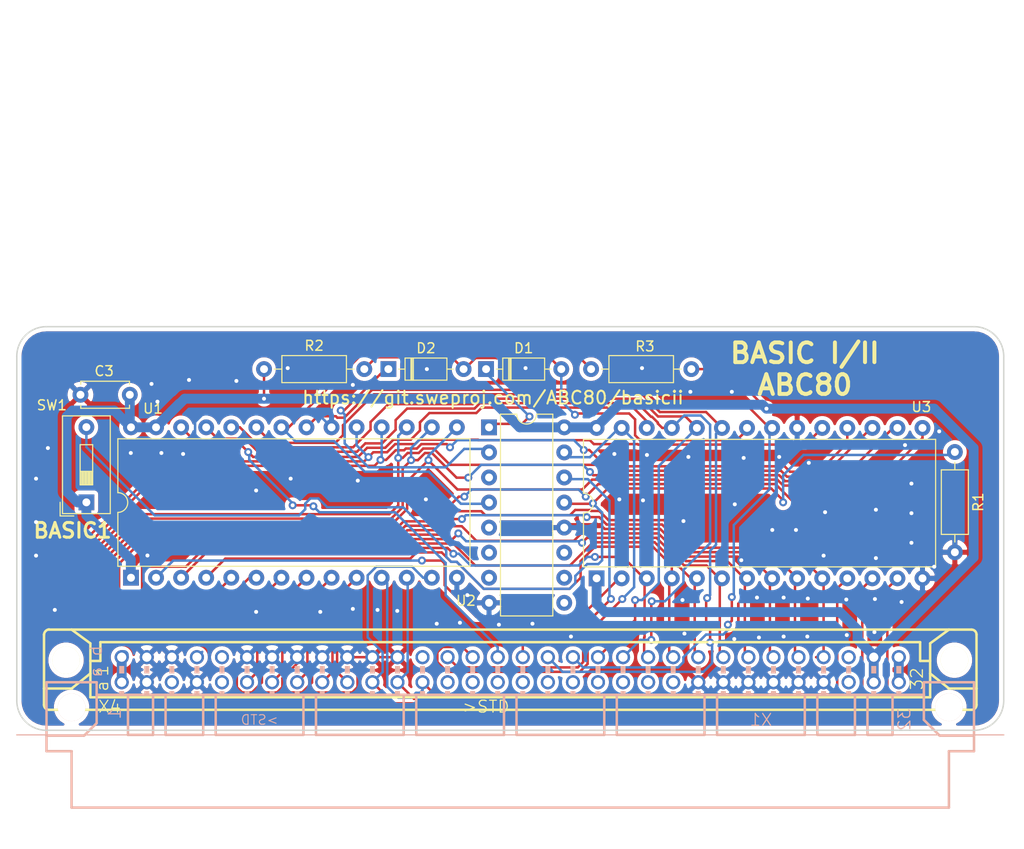
<source format=kicad_pcb>
(kicad_pcb (version 20171130) (host pcbnew 5.1.10-88a1d61d58~90~ubuntu20.04.1)

  (general
    (thickness 1.6)
    (drawings 11)
    (tracks 784)
    (zones 0)
    (modules 12)
    (nets 49)
  )

  (page A4)
  (title_block
    (title "ABC80 Basic I/II")
    (date 2021-08-08)
    (rev 1.01)
    (company SweProj.com)
  )

  (layers
    (0 F.Cu signal)
    (31 B.Cu signal)
    (32 B.Adhes user)
    (33 F.Adhes user)
    (34 B.Paste user)
    (35 F.Paste user)
    (36 B.SilkS user)
    (37 F.SilkS user)
    (38 B.Mask user)
    (39 F.Mask user)
    (40 Dwgs.User user)
    (41 Cmts.User user)
    (42 Eco1.User user)
    (43 Eco2.User user)
    (44 Edge.Cuts user)
    (45 Margin user)
    (46 B.CrtYd user)
    (47 F.CrtYd user)
    (48 B.Fab user)
    (49 F.Fab user)
  )

  (setup
    (last_trace_width 0.25)
    (trace_clearance 0.2)
    (zone_clearance 0.4)
    (zone_45_only no)
    (trace_min 0.2)
    (via_size 0.8)
    (via_drill 0.4)
    (via_min_size 0.4)
    (via_min_drill 0.3)
    (uvia_size 0.3)
    (uvia_drill 0.1)
    (uvias_allowed no)
    (uvia_min_size 0.2)
    (uvia_min_drill 0.1)
    (edge_width 0.05)
    (segment_width 0.2)
    (pcb_text_width 0.3)
    (pcb_text_size 1.5 1.5)
    (mod_edge_width 0.12)
    (mod_text_size 1 1)
    (mod_text_width 0.15)
    (pad_size 1.524 1.524)
    (pad_drill 0.762)
    (pad_to_mask_clearance 0)
    (aux_axis_origin 0 0)
    (grid_origin 97.15 65.25)
    (visible_elements FFFFFF7F)
    (pcbplotparams
      (layerselection 0x010fc_ffffffff)
      (usegerberextensions false)
      (usegerberattributes true)
      (usegerberadvancedattributes true)
      (creategerberjobfile true)
      (excludeedgelayer true)
      (linewidth 0.100000)
      (plotframeref false)
      (viasonmask false)
      (mode 1)
      (useauxorigin false)
      (hpglpennumber 1)
      (hpglpenspeed 20)
      (hpglpendiameter 15.000000)
      (psnegative false)
      (psa4output false)
      (plotreference true)
      (plotvalue true)
      (plotinvisibletext false)
      (padsonsilk false)
      (subtractmaskfromsilk false)
      (outputformat 1)
      (mirror false)
      (drillshape 0)
      (scaleselection 1)
      (outputdirectory "v101"))
  )

  (net 0 "")
  (net 1 GND)
  (net 2 +5V)
  (net 3 /A13)
  (net 4 /A11)
  (net 5 /A12)
  (net 6 /A15)
  (net 7 /A14)
  (net 8 /D2)
  (net 9 /D1)
  (net 10 /A8)
  (net 11 /D0)
  (net 12 /A9)
  (net 13 /A0)
  (net 14 /A1)
  (net 15 /A2)
  (net 16 /A10)
  (net 17 /A3)
  (net 18 /A4)
  (net 19 /D7)
  (net 20 /A5)
  (net 21 /D6)
  (net 22 /A6)
  (net 23 /D5)
  (net 24 /A7)
  (net 25 /D4)
  (net 26 /D3)
  (net 27 /+12V)
  (net 28 /~INT)
  (net 29 /5)
  (net 30 /~XMEMFL)
  (net 31 /-12V)
  (net 32 /READY)
  (net 33 /~CS)
  (net 34 /~OUT)
  (net 35 /~C1)
  (net 36 /~C2)
  (net 37 /~C3)
  (net 38 /~C4)
  (net 39 /~INP)
  (net 40 /~STATUS)
  (net 41 /~RST)
  (net 42 /~XMEMW)
  (net 43 /~RESIN)
  (net 44 "Net-(R1-Pad1)")
  (net 45 /~EN_BASICI)
  (net 46 /~EN_BASICII)
  (net 47 "Net-(D1-Pad1)")
  (net 48 "Net-(D2-Pad1)")

  (net_class Default "This is the default net class."
    (clearance 0.2)
    (trace_width 0.25)
    (via_dia 0.8)
    (via_drill 0.4)
    (uvia_dia 0.3)
    (uvia_drill 0.1)
    (add_net +5V)
    (add_net /+12V)
    (add_net /-12V)
    (add_net /5)
    (add_net /A0)
    (add_net /A1)
    (add_net /A10)
    (add_net /A11)
    (add_net /A12)
    (add_net /A13)
    (add_net /A14)
    (add_net /A15)
    (add_net /A2)
    (add_net /A3)
    (add_net /A4)
    (add_net /A5)
    (add_net /A6)
    (add_net /A7)
    (add_net /A8)
    (add_net /A9)
    (add_net /D0)
    (add_net /D1)
    (add_net /D2)
    (add_net /D3)
    (add_net /D4)
    (add_net /D5)
    (add_net /D6)
    (add_net /D7)
    (add_net /READY)
    (add_net /~C1)
    (add_net /~C2)
    (add_net /~C3)
    (add_net /~C4)
    (add_net /~CS)
    (add_net /~EN_BASICI)
    (add_net /~EN_BASICII)
    (add_net /~INP)
    (add_net /~INT)
    (add_net /~OUT)
    (add_net /~RESIN)
    (add_net /~RST)
    (add_net /~STATUS)
    (add_net /~XMEMFL)
    (add_net /~XMEMW)
    (add_net GND)
    (add_net "Net-(D1-Pad1)")
    (add_net "Net-(D2-Pad1)")
    (add_net "Net-(R1-Pad1)")
  )

  (module Package_DIP:DIP-28_W15.24mm (layer F.Cu) (tedit 5A02E8C5) (tstamp 610FA077)
    (at 140.75 80.75 90)
    (descr "28-lead though-hole mounted DIP package, row spacing 15.24 mm (600 mils)")
    (tags "THT DIP DIL PDIP 2.54mm 15.24mm 600mil")
    (path /6111F58B)
    (fp_text reference U3 (at 17.36 32.91 180) (layer F.SilkS)
      (effects (font (size 1 1) (thickness 0.15)))
    )
    (fp_text value 27C256 (at 7.62 35.35 90) (layer F.Fab)
      (effects (font (size 1 1) (thickness 0.15)))
    )
    (fp_line (start 16.3 -1.55) (end -1.05 -1.55) (layer F.CrtYd) (width 0.05))
    (fp_line (start 16.3 34.55) (end 16.3 -1.55) (layer F.CrtYd) (width 0.05))
    (fp_line (start -1.05 34.55) (end 16.3 34.55) (layer F.CrtYd) (width 0.05))
    (fp_line (start -1.05 -1.55) (end -1.05 34.55) (layer F.CrtYd) (width 0.05))
    (fp_line (start 14.08 -1.33) (end 8.62 -1.33) (layer F.SilkS) (width 0.12))
    (fp_line (start 14.08 34.35) (end 14.08 -1.33) (layer F.SilkS) (width 0.12))
    (fp_line (start 1.16 34.35) (end 14.08 34.35) (layer F.SilkS) (width 0.12))
    (fp_line (start 1.16 -1.33) (end 1.16 34.35) (layer F.SilkS) (width 0.12))
    (fp_line (start 6.62 -1.33) (end 1.16 -1.33) (layer F.SilkS) (width 0.12))
    (fp_line (start 0.255 -0.27) (end 1.255 -1.27) (layer F.Fab) (width 0.1))
    (fp_line (start 0.255 34.29) (end 0.255 -0.27) (layer F.Fab) (width 0.1))
    (fp_line (start 14.985 34.29) (end 0.255 34.29) (layer F.Fab) (width 0.1))
    (fp_line (start 14.985 -1.27) (end 14.985 34.29) (layer F.Fab) (width 0.1))
    (fp_line (start 1.255 -1.27) (end 14.985 -1.27) (layer F.Fab) (width 0.1))
    (fp_text user %R (at 7.62 16.51 90) (layer F.Fab)
      (effects (font (size 1 1) (thickness 0.15)))
    )
    (fp_arc (start 7.62 -1.33) (end 6.62 -1.33) (angle -180) (layer F.SilkS) (width 0.12))
    (pad 28 thru_hole oval (at 15.24 0 90) (size 1.6 1.6) (drill 0.8) (layers *.Cu *.Mask)
      (net 2 +5V))
    (pad 14 thru_hole oval (at 0 33.02 90) (size 1.6 1.6) (drill 0.8) (layers *.Cu *.Mask)
      (net 1 GND))
    (pad 27 thru_hole oval (at 15.24 2.54 90) (size 1.6 1.6) (drill 0.8) (layers *.Cu *.Mask)
      (net 7 /A14))
    (pad 13 thru_hole oval (at 0 30.48 90) (size 1.6 1.6) (drill 0.8) (layers *.Cu *.Mask)
      (net 8 /D2))
    (pad 26 thru_hole oval (at 15.24 5.08 90) (size 1.6 1.6) (drill 0.8) (layers *.Cu *.Mask)
      (net 3 /A13))
    (pad 12 thru_hole oval (at 0 27.94 90) (size 1.6 1.6) (drill 0.8) (layers *.Cu *.Mask)
      (net 9 /D1))
    (pad 25 thru_hole oval (at 15.24 7.62 90) (size 1.6 1.6) (drill 0.8) (layers *.Cu *.Mask)
      (net 10 /A8))
    (pad 11 thru_hole oval (at 0 25.4 90) (size 1.6 1.6) (drill 0.8) (layers *.Cu *.Mask)
      (net 11 /D0))
    (pad 24 thru_hole oval (at 15.24 10.16 90) (size 1.6 1.6) (drill 0.8) (layers *.Cu *.Mask)
      (net 12 /A9))
    (pad 10 thru_hole oval (at 0 22.86 90) (size 1.6 1.6) (drill 0.8) (layers *.Cu *.Mask)
      (net 13 /A0))
    (pad 23 thru_hole oval (at 15.24 12.7 90) (size 1.6 1.6) (drill 0.8) (layers *.Cu *.Mask)
      (net 4 /A11))
    (pad 9 thru_hole oval (at 0 20.32 90) (size 1.6 1.6) (drill 0.8) (layers *.Cu *.Mask)
      (net 14 /A1))
    (pad 22 thru_hole oval (at 15.24 15.24 90) (size 1.6 1.6) (drill 0.8) (layers *.Cu *.Mask)
      (net 46 /~EN_BASICII))
    (pad 8 thru_hole oval (at 0 17.78 90) (size 1.6 1.6) (drill 0.8) (layers *.Cu *.Mask)
      (net 15 /A2))
    (pad 21 thru_hole oval (at 15.24 17.78 90) (size 1.6 1.6) (drill 0.8) (layers *.Cu *.Mask)
      (net 16 /A10))
    (pad 7 thru_hole oval (at 0 15.24 90) (size 1.6 1.6) (drill 0.8) (layers *.Cu *.Mask)
      (net 17 /A3))
    (pad 20 thru_hole oval (at 15.24 20.32 90) (size 1.6 1.6) (drill 0.8) (layers *.Cu *.Mask)
      (net 1 GND))
    (pad 6 thru_hole oval (at 0 12.7 90) (size 1.6 1.6) (drill 0.8) (layers *.Cu *.Mask)
      (net 18 /A4))
    (pad 19 thru_hole oval (at 15.24 22.86 90) (size 1.6 1.6) (drill 0.8) (layers *.Cu *.Mask)
      (net 19 /D7))
    (pad 5 thru_hole oval (at 0 10.16 90) (size 1.6 1.6) (drill 0.8) (layers *.Cu *.Mask)
      (net 20 /A5))
    (pad 18 thru_hole oval (at 15.24 25.4 90) (size 1.6 1.6) (drill 0.8) (layers *.Cu *.Mask)
      (net 21 /D6))
    (pad 4 thru_hole oval (at 0 7.62 90) (size 1.6 1.6) (drill 0.8) (layers *.Cu *.Mask)
      (net 22 /A6))
    (pad 17 thru_hole oval (at 15.24 27.94 90) (size 1.6 1.6) (drill 0.8) (layers *.Cu *.Mask)
      (net 23 /D5))
    (pad 3 thru_hole oval (at 0 5.08 90) (size 1.6 1.6) (drill 0.8) (layers *.Cu *.Mask)
      (net 24 /A7))
    (pad 16 thru_hole oval (at 15.24 30.48 90) (size 1.6 1.6) (drill 0.8) (layers *.Cu *.Mask)
      (net 25 /D4))
    (pad 2 thru_hole oval (at 0 2.54 90) (size 1.6 1.6) (drill 0.8) (layers *.Cu *.Mask)
      (net 5 /A12))
    (pad 15 thru_hole oval (at 15.24 33.02 90) (size 1.6 1.6) (drill 0.8) (layers *.Cu *.Mask)
      (net 26 /D3))
    (pad 1 thru_hole rect (at 0 0 90) (size 1.6 1.6) (drill 0.8) (layers *.Cu *.Mask)
      (net 2 +5V))
    (model ${KISYS3DMOD}/Package_DIP.3dshapes/DIP-28_W15.24mm.wrl
      (at (xyz 0 0 0))
      (scale (xyz 1 1 1))
      (rotate (xyz 0 0 0))
    )
  )

  (module Package_DIP:DIP-16_W7.62mm (layer F.Cu) (tedit 5A02E8C5) (tstamp 61128B19)
    (at 129.85 65.45)
    (descr "16-lead though-hole mounted DIP package, row spacing 7.62 mm (300 mils)")
    (tags "THT DIP DIL PDIP 2.54mm 7.62mm 300mil")
    (path /61A43AF3)
    (fp_text reference U2 (at -2.34 17.57) (layer F.SilkS)
      (effects (font (size 1 1) (thickness 0.15)))
    )
    (fp_text value 74LS42 (at 3.81 20.11) (layer F.Fab)
      (effects (font (size 1 1) (thickness 0.15)))
    )
    (fp_line (start 8.7 -1.55) (end -1.1 -1.55) (layer F.CrtYd) (width 0.05))
    (fp_line (start 8.7 19.3) (end 8.7 -1.55) (layer F.CrtYd) (width 0.05))
    (fp_line (start -1.1 19.3) (end 8.7 19.3) (layer F.CrtYd) (width 0.05))
    (fp_line (start -1.1 -1.55) (end -1.1 19.3) (layer F.CrtYd) (width 0.05))
    (fp_line (start 6.46 -1.33) (end 4.81 -1.33) (layer F.SilkS) (width 0.12))
    (fp_line (start 6.46 19.11) (end 6.46 -1.33) (layer F.SilkS) (width 0.12))
    (fp_line (start 1.16 19.11) (end 6.46 19.11) (layer F.SilkS) (width 0.12))
    (fp_line (start 1.16 -1.33) (end 1.16 19.11) (layer F.SilkS) (width 0.12))
    (fp_line (start 2.81 -1.33) (end 1.16 -1.33) (layer F.SilkS) (width 0.12))
    (fp_line (start 0.635 -0.27) (end 1.635 -1.27) (layer F.Fab) (width 0.1))
    (fp_line (start 0.635 19.05) (end 0.635 -0.27) (layer F.Fab) (width 0.1))
    (fp_line (start 6.985 19.05) (end 0.635 19.05) (layer F.Fab) (width 0.1))
    (fp_line (start 6.985 -1.27) (end 6.985 19.05) (layer F.Fab) (width 0.1))
    (fp_line (start 1.635 -1.27) (end 6.985 -1.27) (layer F.Fab) (width 0.1))
    (fp_text user %R (at 3.81 8.89) (layer F.Fab)
      (effects (font (size 1 1) (thickness 0.15)))
    )
    (fp_arc (start 3.81 -1.33) (end 2.81 -1.33) (angle -180) (layer F.SilkS) (width 0.12))
    (pad 16 thru_hole oval (at 7.62 0) (size 1.6 1.6) (drill 0.8) (layers *.Cu *.Mask)
      (net 2 +5V))
    (pad 8 thru_hole oval (at 0 17.78) (size 1.6 1.6) (drill 0.8) (layers *.Cu *.Mask)
      (net 1 GND))
    (pad 15 thru_hole oval (at 7.62 2.54) (size 1.6 1.6) (drill 0.8) (layers *.Cu *.Mask)
      (net 7 /A14))
    (pad 7 thru_hole oval (at 0 15.24) (size 1.6 1.6) (drill 0.8) (layers *.Cu *.Mask))
    (pad 14 thru_hole oval (at 7.62 5.08) (size 1.6 1.6) (drill 0.8) (layers *.Cu *.Mask)
      (net 6 /A15))
    (pad 6 thru_hole oval (at 0 12.7) (size 1.6 1.6) (drill 0.8) (layers *.Cu *.Mask))
    (pad 13 thru_hole oval (at 7.62 7.62) (size 1.6 1.6) (drill 0.8) (layers *.Cu *.Mask)
      (net 44 "Net-(R1-Pad1)"))
    (pad 5 thru_hole oval (at 0 10.16) (size 1.6 1.6) (drill 0.8) (layers *.Cu *.Mask))
    (pad 12 thru_hole oval (at 7.62 10.16) (size 1.6 1.6) (drill 0.8) (layers *.Cu *.Mask)
      (net 1 GND))
    (pad 4 thru_hole oval (at 0 7.62) (size 1.6 1.6) (drill 0.8) (layers *.Cu *.Mask)
      (net 45 /~EN_BASICI))
    (pad 11 thru_hole oval (at 7.62 12.7) (size 1.6 1.6) (drill 0.8) (layers *.Cu *.Mask))
    (pad 3 thru_hole oval (at 0 5.08) (size 1.6 1.6) (drill 0.8) (layers *.Cu *.Mask))
    (pad 10 thru_hole oval (at 7.62 15.24) (size 1.6 1.6) (drill 0.8) (layers *.Cu *.Mask))
    (pad 2 thru_hole oval (at 0 2.54) (size 1.6 1.6) (drill 0.8) (layers *.Cu *.Mask)
      (net 48 "Net-(D2-Pad1)"))
    (pad 9 thru_hole oval (at 7.62 17.78) (size 1.6 1.6) (drill 0.8) (layers *.Cu *.Mask))
    (pad 1 thru_hole rect (at 0 0) (size 1.6 1.6) (drill 0.8) (layers *.Cu *.Mask)
      (net 47 "Net-(D1-Pad1)"))
    (model ${KISYS3DMOD}/Package_DIP.3dshapes/DIP-16_W7.62mm.wrl
      (at (xyz 0 0 0))
      (scale (xyz 1 1 1))
      (rotate (xyz 0 0 0))
    )
  )

  (module Package_DIP:DIP-28_W15.24mm (layer F.Cu) (tedit 5A02E8C5) (tstamp 611123B6)
    (at 93.57 80.69 90)
    (descr "28-lead though-hole mounted DIP package, row spacing 15.24 mm (600 mils)")
    (tags "THT DIP DIL PDIP 2.54mm 15.24mm 600mil")
    (path /619F08DE)
    (fp_text reference U1 (at 17.14 2.23 180) (layer F.SilkS)
      (effects (font (size 1 1) (thickness 0.15)))
    )
    (fp_text value 27C128 (at 7.62 35.35 90) (layer F.Fab)
      (effects (font (size 1 1) (thickness 0.15)))
    )
    (fp_line (start 16.3 -1.55) (end -1.05 -1.55) (layer F.CrtYd) (width 0.05))
    (fp_line (start 16.3 34.55) (end 16.3 -1.55) (layer F.CrtYd) (width 0.05))
    (fp_line (start -1.05 34.55) (end 16.3 34.55) (layer F.CrtYd) (width 0.05))
    (fp_line (start -1.05 -1.55) (end -1.05 34.55) (layer F.CrtYd) (width 0.05))
    (fp_line (start 14.08 -1.33) (end 8.62 -1.33) (layer F.SilkS) (width 0.12))
    (fp_line (start 14.08 34.35) (end 14.08 -1.33) (layer F.SilkS) (width 0.12))
    (fp_line (start 1.16 34.35) (end 14.08 34.35) (layer F.SilkS) (width 0.12))
    (fp_line (start 1.16 -1.33) (end 1.16 34.35) (layer F.SilkS) (width 0.12))
    (fp_line (start 6.62 -1.33) (end 1.16 -1.33) (layer F.SilkS) (width 0.12))
    (fp_line (start 0.255 -0.27) (end 1.255 -1.27) (layer F.Fab) (width 0.1))
    (fp_line (start 0.255 34.29) (end 0.255 -0.27) (layer F.Fab) (width 0.1))
    (fp_line (start 14.985 34.29) (end 0.255 34.29) (layer F.Fab) (width 0.1))
    (fp_line (start 14.985 -1.27) (end 14.985 34.29) (layer F.Fab) (width 0.1))
    (fp_line (start 1.255 -1.27) (end 14.985 -1.27) (layer F.Fab) (width 0.1))
    (fp_text user %R (at 7.62 16.51 90) (layer F.Fab)
      (effects (font (size 1 1) (thickness 0.15)))
    )
    (fp_arc (start 7.62 -1.33) (end 6.62 -1.33) (angle -180) (layer F.SilkS) (width 0.12))
    (pad 28 thru_hole oval (at 15.24 0 90) (size 1.6 1.6) (drill 0.8) (layers *.Cu *.Mask)
      (net 2 +5V))
    (pad 14 thru_hole oval (at 0 33.02 90) (size 1.6 1.6) (drill 0.8) (layers *.Cu *.Mask)
      (net 1 GND))
    (pad 27 thru_hole oval (at 15.24 2.54 90) (size 1.6 1.6) (drill 0.8) (layers *.Cu *.Mask)
      (net 2 +5V))
    (pad 13 thru_hole oval (at 0 30.48 90) (size 1.6 1.6) (drill 0.8) (layers *.Cu *.Mask)
      (net 8 /D2))
    (pad 26 thru_hole oval (at 15.24 5.08 90) (size 1.6 1.6) (drill 0.8) (layers *.Cu *.Mask)
      (net 3 /A13))
    (pad 12 thru_hole oval (at 0 27.94 90) (size 1.6 1.6) (drill 0.8) (layers *.Cu *.Mask)
      (net 9 /D1))
    (pad 25 thru_hole oval (at 15.24 7.62 90) (size 1.6 1.6) (drill 0.8) (layers *.Cu *.Mask)
      (net 10 /A8))
    (pad 11 thru_hole oval (at 0 25.4 90) (size 1.6 1.6) (drill 0.8) (layers *.Cu *.Mask)
      (net 11 /D0))
    (pad 24 thru_hole oval (at 15.24 10.16 90) (size 1.6 1.6) (drill 0.8) (layers *.Cu *.Mask)
      (net 12 /A9))
    (pad 10 thru_hole oval (at 0 22.86 90) (size 1.6 1.6) (drill 0.8) (layers *.Cu *.Mask)
      (net 13 /A0))
    (pad 23 thru_hole oval (at 15.24 12.7 90) (size 1.6 1.6) (drill 0.8) (layers *.Cu *.Mask)
      (net 4 /A11))
    (pad 9 thru_hole oval (at 0 20.32 90) (size 1.6 1.6) (drill 0.8) (layers *.Cu *.Mask)
      (net 14 /A1))
    (pad 22 thru_hole oval (at 15.24 15.24 90) (size 1.6 1.6) (drill 0.8) (layers *.Cu *.Mask)
      (net 45 /~EN_BASICI))
    (pad 8 thru_hole oval (at 0 17.78 90) (size 1.6 1.6) (drill 0.8) (layers *.Cu *.Mask)
      (net 15 /A2))
    (pad 21 thru_hole oval (at 15.24 17.78 90) (size 1.6 1.6) (drill 0.8) (layers *.Cu *.Mask)
      (net 16 /A10))
    (pad 7 thru_hole oval (at 0 15.24 90) (size 1.6 1.6) (drill 0.8) (layers *.Cu *.Mask)
      (net 17 /A3))
    (pad 20 thru_hole oval (at 15.24 20.32 90) (size 1.6 1.6) (drill 0.8) (layers *.Cu *.Mask)
      (net 1 GND))
    (pad 6 thru_hole oval (at 0 12.7 90) (size 1.6 1.6) (drill 0.8) (layers *.Cu *.Mask)
      (net 18 /A4))
    (pad 19 thru_hole oval (at 15.24 22.86 90) (size 1.6 1.6) (drill 0.8) (layers *.Cu *.Mask)
      (net 19 /D7))
    (pad 5 thru_hole oval (at 0 10.16 90) (size 1.6 1.6) (drill 0.8) (layers *.Cu *.Mask)
      (net 20 /A5))
    (pad 18 thru_hole oval (at 15.24 25.4 90) (size 1.6 1.6) (drill 0.8) (layers *.Cu *.Mask)
      (net 21 /D6))
    (pad 4 thru_hole oval (at 0 7.62 90) (size 1.6 1.6) (drill 0.8) (layers *.Cu *.Mask)
      (net 22 /A6))
    (pad 17 thru_hole oval (at 15.24 27.94 90) (size 1.6 1.6) (drill 0.8) (layers *.Cu *.Mask)
      (net 23 /D5))
    (pad 3 thru_hole oval (at 0 5.08 90) (size 1.6 1.6) (drill 0.8) (layers *.Cu *.Mask)
      (net 24 /A7))
    (pad 16 thru_hole oval (at 15.24 30.48 90) (size 1.6 1.6) (drill 0.8) (layers *.Cu *.Mask)
      (net 25 /D4))
    (pad 2 thru_hole oval (at 0 2.54 90) (size 1.6 1.6) (drill 0.8) (layers *.Cu *.Mask)
      (net 5 /A12))
    (pad 15 thru_hole oval (at 15.24 33.02 90) (size 1.6 1.6) (drill 0.8) (layers *.Cu *.Mask)
      (net 26 /D3))
    (pad 1 thru_hole rect (at 0 0 90) (size 1.6 1.6) (drill 0.8) (layers *.Cu *.Mask)
      (net 2 +5V))
    (model ${KISYS3DMOD}/Package_DIP.3dshapes/DIP-28_W15.24mm.wrl
      (at (xyz 0 0 0))
      (scale (xyz 1 1 1))
      (rotate (xyz 0 0 0))
    )
  )

  (module Button_Switch_THT:SW_DIP_SPSTx01_Slide_9.78x4.72mm_W7.62mm_P2.54mm (layer F.Cu) (tedit 5A4E1404) (tstamp 61113A56)
    (at 89.05 73.05 90)
    (descr "1x-dip-switch SPST , Slide, row spacing 7.62 mm (300 mils), body size 9.78x4.72mm (see e.g. https://www.ctscorp.com/wp-content/uploads/206-208.pdf)")
    (tags "DIP Switch SPST Slide 7.62mm 300mil")
    (path /61A5BF92)
    (fp_text reference SW1 (at 9.84 -3.5 180) (layer F.SilkS)
      (effects (font (size 1 1) (thickness 0.15)))
    )
    (fp_text value SW_DIP_x01 (at 3.81 3.42 90) (layer F.Fab)
      (effects (font (size 1 1) (thickness 0.15)))
    )
    (fp_line (start -0.08 -2.36) (end 8.7 -2.36) (layer F.Fab) (width 0.1))
    (fp_line (start 8.7 -2.36) (end 8.7 2.36) (layer F.Fab) (width 0.1))
    (fp_line (start 8.7 2.36) (end -1.08 2.36) (layer F.Fab) (width 0.1))
    (fp_line (start -1.08 2.36) (end -1.08 -1.36) (layer F.Fab) (width 0.1))
    (fp_line (start -1.08 -1.36) (end -0.08 -2.36) (layer F.Fab) (width 0.1))
    (fp_line (start 1.78 -0.635) (end 1.78 0.635) (layer F.Fab) (width 0.1))
    (fp_line (start 1.78 0.635) (end 5.84 0.635) (layer F.Fab) (width 0.1))
    (fp_line (start 5.84 0.635) (end 5.84 -0.635) (layer F.Fab) (width 0.1))
    (fp_line (start 5.84 -0.635) (end 1.78 -0.635) (layer F.Fab) (width 0.1))
    (fp_line (start 1.78 -0.535) (end 3.133333 -0.535) (layer F.Fab) (width 0.1))
    (fp_line (start 1.78 -0.435) (end 3.133333 -0.435) (layer F.Fab) (width 0.1))
    (fp_line (start 1.78 -0.335) (end 3.133333 -0.335) (layer F.Fab) (width 0.1))
    (fp_line (start 1.78 -0.235) (end 3.133333 -0.235) (layer F.Fab) (width 0.1))
    (fp_line (start 1.78 -0.135) (end 3.133333 -0.135) (layer F.Fab) (width 0.1))
    (fp_line (start 1.78 -0.035) (end 3.133333 -0.035) (layer F.Fab) (width 0.1))
    (fp_line (start 1.78 0.065) (end 3.133333 0.065) (layer F.Fab) (width 0.1))
    (fp_line (start 1.78 0.165) (end 3.133333 0.165) (layer F.Fab) (width 0.1))
    (fp_line (start 1.78 0.265) (end 3.133333 0.265) (layer F.Fab) (width 0.1))
    (fp_line (start 1.78 0.365) (end 3.133333 0.365) (layer F.Fab) (width 0.1))
    (fp_line (start 1.78 0.465) (end 3.133333 0.465) (layer F.Fab) (width 0.1))
    (fp_line (start 1.78 0.565) (end 3.133333 0.565) (layer F.Fab) (width 0.1))
    (fp_line (start 3.133333 -0.635) (end 3.133333 0.635) (layer F.Fab) (width 0.1))
    (fp_line (start -1.14 -2.42) (end 8.76 -2.42) (layer F.SilkS) (width 0.12))
    (fp_line (start -1.14 2.42) (end 8.76 2.42) (layer F.SilkS) (width 0.12))
    (fp_line (start -1.14 -2.42) (end -1.14 2.42) (layer F.SilkS) (width 0.12))
    (fp_line (start 8.76 -2.42) (end 8.76 2.42) (layer F.SilkS) (width 0.12))
    (fp_line (start -1.38 -2.66) (end 0.004 -2.66) (layer F.SilkS) (width 0.12))
    (fp_line (start -1.38 -2.66) (end -1.38 -1.277) (layer F.SilkS) (width 0.12))
    (fp_line (start 1.78 -0.635) (end 1.78 0.635) (layer F.SilkS) (width 0.12))
    (fp_line (start 1.78 0.635) (end 5.84 0.635) (layer F.SilkS) (width 0.12))
    (fp_line (start 5.84 0.635) (end 5.84 -0.635) (layer F.SilkS) (width 0.12))
    (fp_line (start 5.84 -0.635) (end 1.78 -0.635) (layer F.SilkS) (width 0.12))
    (fp_line (start 1.78 -0.515) (end 3.133333 -0.515) (layer F.SilkS) (width 0.12))
    (fp_line (start 1.78 -0.395) (end 3.133333 -0.395) (layer F.SilkS) (width 0.12))
    (fp_line (start 1.78 -0.275) (end 3.133333 -0.275) (layer F.SilkS) (width 0.12))
    (fp_line (start 1.78 -0.155) (end 3.133333 -0.155) (layer F.SilkS) (width 0.12))
    (fp_line (start 1.78 -0.035) (end 3.133333 -0.035) (layer F.SilkS) (width 0.12))
    (fp_line (start 1.78 0.085) (end 3.133333 0.085) (layer F.SilkS) (width 0.12))
    (fp_line (start 1.78 0.205) (end 3.133333 0.205) (layer F.SilkS) (width 0.12))
    (fp_line (start 1.78 0.325) (end 3.133333 0.325) (layer F.SilkS) (width 0.12))
    (fp_line (start 1.78 0.445) (end 3.133333 0.445) (layer F.SilkS) (width 0.12))
    (fp_line (start 1.78 0.565) (end 3.133333 0.565) (layer F.SilkS) (width 0.12))
    (fp_line (start 3.133333 -0.635) (end 3.133333 0.635) (layer F.SilkS) (width 0.12))
    (fp_line (start -1.35 -2.7) (end -1.35 2.7) (layer F.CrtYd) (width 0.05))
    (fp_line (start -1.35 2.7) (end 8.95 2.7) (layer F.CrtYd) (width 0.05))
    (fp_line (start 8.95 2.7) (end 8.95 -2.7) (layer F.CrtYd) (width 0.05))
    (fp_line (start 8.95 -2.7) (end -1.35 -2.7) (layer F.CrtYd) (width 0.05))
    (fp_text user on (at 5.365 -1.4975 90) (layer F.Fab)
      (effects (font (size 0.6 0.6) (thickness 0.09)))
    )
    (fp_text user %R (at 7.27 0) (layer F.Fab)
      (effects (font (size 0.6 0.6) (thickness 0.09)))
    )
    (pad 2 thru_hole oval (at 7.62 0 90) (size 1.6 1.6) (drill 0.8) (layers *.Cu *.Mask)
      (net 44 "Net-(R1-Pad1)"))
    (pad 1 thru_hole rect (at 0 0 90) (size 1.6 1.6) (drill 0.8) (layers *.Cu *.Mask)
      (net 2 +5V))
    (model ${KISYS3DMOD}/Button_Switch_THT.3dshapes/SW_DIP_SPSTx01_Slide_9.78x4.72mm_W7.62mm_P2.54mm.wrl
      (at (xyz 0 0 0))
      (scale (xyz 1 1 1))
      (rotate (xyz 0 0 90))
    )
  )

  (module Resistor_THT:R_Axial_DIN0207_L6.3mm_D2.5mm_P10.16mm_Horizontal (layer F.Cu) (tedit 5AE5139B) (tstamp 6111A737)
    (at 150.35 59.55 180)
    (descr "Resistor, Axial_DIN0207 series, Axial, Horizontal, pin pitch=10.16mm, 0.25W = 1/4W, length*diameter=6.3*2.5mm^2, http://cdn-reichelt.de/documents/datenblatt/B400/1_4W%23YAG.pdf")
    (tags "Resistor Axial_DIN0207 series Axial Horizontal pin pitch 10.16mm 0.25W = 1/4W length 6.3mm diameter 2.5mm")
    (path /61CAC1D7)
    (fp_text reference R3 (at 4.7 2.3) (layer F.SilkS)
      (effects (font (size 1 1) (thickness 0.15)))
    )
    (fp_text value 10k (at 5.08 2.37) (layer F.Fab)
      (effects (font (size 1 1) (thickness 0.15)))
    )
    (fp_line (start 1.93 -1.25) (end 1.93 1.25) (layer F.Fab) (width 0.1))
    (fp_line (start 1.93 1.25) (end 8.23 1.25) (layer F.Fab) (width 0.1))
    (fp_line (start 8.23 1.25) (end 8.23 -1.25) (layer F.Fab) (width 0.1))
    (fp_line (start 8.23 -1.25) (end 1.93 -1.25) (layer F.Fab) (width 0.1))
    (fp_line (start 0 0) (end 1.93 0) (layer F.Fab) (width 0.1))
    (fp_line (start 10.16 0) (end 8.23 0) (layer F.Fab) (width 0.1))
    (fp_line (start 1.81 -1.37) (end 1.81 1.37) (layer F.SilkS) (width 0.12))
    (fp_line (start 1.81 1.37) (end 8.35 1.37) (layer F.SilkS) (width 0.12))
    (fp_line (start 8.35 1.37) (end 8.35 -1.37) (layer F.SilkS) (width 0.12))
    (fp_line (start 8.35 -1.37) (end 1.81 -1.37) (layer F.SilkS) (width 0.12))
    (fp_line (start 1.04 0) (end 1.81 0) (layer F.SilkS) (width 0.12))
    (fp_line (start 9.12 0) (end 8.35 0) (layer F.SilkS) (width 0.12))
    (fp_line (start -1.05 -1.5) (end -1.05 1.5) (layer F.CrtYd) (width 0.05))
    (fp_line (start -1.05 1.5) (end 11.21 1.5) (layer F.CrtYd) (width 0.05))
    (fp_line (start 11.21 1.5) (end 11.21 -1.5) (layer F.CrtYd) (width 0.05))
    (fp_line (start 11.21 -1.5) (end -1.05 -1.5) (layer F.CrtYd) (width 0.05))
    (fp_text user %R (at 5.08 0) (layer F.Fab)
      (effects (font (size 1 1) (thickness 0.15)))
    )
    (pad 2 thru_hole oval (at 10.16 0 180) (size 1.6 1.6) (drill 0.8) (layers *.Cu *.Mask)
      (net 45 /~EN_BASICI))
    (pad 1 thru_hole circle (at 0 0 180) (size 1.6 1.6) (drill 0.8) (layers *.Cu *.Mask)
      (net 2 +5V))
    (model ${KISYS3DMOD}/Resistor_THT.3dshapes/R_Axial_DIN0207_L6.3mm_D2.5mm_P10.16mm_Horizontal.wrl
      (at (xyz 0 0 0))
      (scale (xyz 1 1 1))
      (rotate (xyz 0 0 0))
    )
  )

  (module Resistor_THT:R_Axial_DIN0207_L6.3mm_D2.5mm_P10.16mm_Horizontal (layer F.Cu) (tedit 5AE5139B) (tstamp 6111A720)
    (at 107.05 59.55)
    (descr "Resistor, Axial_DIN0207 series, Axial, Horizontal, pin pitch=10.16mm, 0.25W = 1/4W, length*diameter=6.3*2.5mm^2, http://cdn-reichelt.de/documents/datenblatt/B400/1_4W%23YAG.pdf")
    (tags "Resistor Axial_DIN0207 series Axial Horizontal pin pitch 10.16mm 0.25W = 1/4W length 6.3mm diameter 2.5mm")
    (path /61C80EE0)
    (fp_text reference R2 (at 5.08 -2.37) (layer F.SilkS)
      (effects (font (size 1 1) (thickness 0.15)))
    )
    (fp_text value 2.2k (at 5.08 2.37) (layer F.Fab)
      (effects (font (size 1 1) (thickness 0.15)))
    )
    (fp_line (start 1.93 -1.25) (end 1.93 1.25) (layer F.Fab) (width 0.1))
    (fp_line (start 1.93 1.25) (end 8.23 1.25) (layer F.Fab) (width 0.1))
    (fp_line (start 8.23 1.25) (end 8.23 -1.25) (layer F.Fab) (width 0.1))
    (fp_line (start 8.23 -1.25) (end 1.93 -1.25) (layer F.Fab) (width 0.1))
    (fp_line (start 0 0) (end 1.93 0) (layer F.Fab) (width 0.1))
    (fp_line (start 10.16 0) (end 8.23 0) (layer F.Fab) (width 0.1))
    (fp_line (start 1.81 -1.37) (end 1.81 1.37) (layer F.SilkS) (width 0.12))
    (fp_line (start 1.81 1.37) (end 8.35 1.37) (layer F.SilkS) (width 0.12))
    (fp_line (start 8.35 1.37) (end 8.35 -1.37) (layer F.SilkS) (width 0.12))
    (fp_line (start 8.35 -1.37) (end 1.81 -1.37) (layer F.SilkS) (width 0.12))
    (fp_line (start 1.04 0) (end 1.81 0) (layer F.SilkS) (width 0.12))
    (fp_line (start 9.12 0) (end 8.35 0) (layer F.SilkS) (width 0.12))
    (fp_line (start -1.05 -1.5) (end -1.05 1.5) (layer F.CrtYd) (width 0.05))
    (fp_line (start -1.05 1.5) (end 11.21 1.5) (layer F.CrtYd) (width 0.05))
    (fp_line (start 11.21 1.5) (end 11.21 -1.5) (layer F.CrtYd) (width 0.05))
    (fp_line (start 11.21 -1.5) (end -1.05 -1.5) (layer F.CrtYd) (width 0.05))
    (fp_text user %R (at 5.08 0) (layer F.Fab)
      (effects (font (size 1 1) (thickness 0.15)))
    )
    (pad 2 thru_hole oval (at 10.16 0) (size 1.6 1.6) (drill 0.8) (layers *.Cu *.Mask)
      (net 46 /~EN_BASICII))
    (pad 1 thru_hole circle (at 0 0) (size 1.6 1.6) (drill 0.8) (layers *.Cu *.Mask)
      (net 2 +5V))
    (model ${KISYS3DMOD}/Resistor_THT.3dshapes/R_Axial_DIN0207_L6.3mm_D2.5mm_P10.16mm_Horizontal.wrl
      (at (xyz 0 0 0))
      (scale (xyz 1 1 1))
      (rotate (xyz 0 0 0))
    )
  )

  (module Diode_THT:D_DO-35_SOD27_P7.62mm_Horizontal (layer F.Cu) (tedit 5AE50CD5) (tstamp 6111A6DD)
    (at 119.65 59.55)
    (descr "Diode, DO-35_SOD27 series, Axial, Horizontal, pin pitch=7.62mm, , length*diameter=4*2mm^2, , http://www.diodes.com/_files/packages/DO-35.pdf")
    (tags "Diode DO-35_SOD27 series Axial Horizontal pin pitch 7.62mm  length 4mm diameter 2mm")
    (path /61B67859)
    (fp_text reference D2 (at 3.81 -2.12) (layer F.SilkS)
      (effects (font (size 1 1) (thickness 0.15)))
    )
    (fp_text value 1N4148 (at 3.81 2.12) (layer F.Fab)
      (effects (font (size 1 1) (thickness 0.15)))
    )
    (fp_line (start 1.81 -1) (end 1.81 1) (layer F.Fab) (width 0.1))
    (fp_line (start 1.81 1) (end 5.81 1) (layer F.Fab) (width 0.1))
    (fp_line (start 5.81 1) (end 5.81 -1) (layer F.Fab) (width 0.1))
    (fp_line (start 5.81 -1) (end 1.81 -1) (layer F.Fab) (width 0.1))
    (fp_line (start 0 0) (end 1.81 0) (layer F.Fab) (width 0.1))
    (fp_line (start 7.62 0) (end 5.81 0) (layer F.Fab) (width 0.1))
    (fp_line (start 2.41 -1) (end 2.41 1) (layer F.Fab) (width 0.1))
    (fp_line (start 2.51 -1) (end 2.51 1) (layer F.Fab) (width 0.1))
    (fp_line (start 2.31 -1) (end 2.31 1) (layer F.Fab) (width 0.1))
    (fp_line (start 1.69 -1.12) (end 1.69 1.12) (layer F.SilkS) (width 0.12))
    (fp_line (start 1.69 1.12) (end 5.93 1.12) (layer F.SilkS) (width 0.12))
    (fp_line (start 5.93 1.12) (end 5.93 -1.12) (layer F.SilkS) (width 0.12))
    (fp_line (start 5.93 -1.12) (end 1.69 -1.12) (layer F.SilkS) (width 0.12))
    (fp_line (start 1.04 0) (end 1.69 0) (layer F.SilkS) (width 0.12))
    (fp_line (start 6.58 0) (end 5.93 0) (layer F.SilkS) (width 0.12))
    (fp_line (start 2.41 -1.12) (end 2.41 1.12) (layer F.SilkS) (width 0.12))
    (fp_line (start 2.53 -1.12) (end 2.53 1.12) (layer F.SilkS) (width 0.12))
    (fp_line (start 2.29 -1.12) (end 2.29 1.12) (layer F.SilkS) (width 0.12))
    (fp_line (start -1.05 -1.25) (end -1.05 1.25) (layer F.CrtYd) (width 0.05))
    (fp_line (start -1.05 1.25) (end 8.67 1.25) (layer F.CrtYd) (width 0.05))
    (fp_line (start 8.67 1.25) (end 8.67 -1.25) (layer F.CrtYd) (width 0.05))
    (fp_line (start 8.67 -1.25) (end -1.05 -1.25) (layer F.CrtYd) (width 0.05))
    (fp_text user K (at 0 -1.8) (layer F.SilkS) hide
      (effects (font (size 1 1) (thickness 0.15)))
    )
    (fp_text user K (at 0 -1.8) (layer F.Fab)
      (effects (font (size 1 1) (thickness 0.15)))
    )
    (fp_text user %R (at 4.11 0) (layer F.Fab)
      (effects (font (size 0.8 0.8) (thickness 0.12)))
    )
    (pad 2 thru_hole oval (at 7.62 0) (size 1.6 1.6) (drill 0.8) (layers *.Cu *.Mask)
      (net 46 /~EN_BASICII))
    (pad 1 thru_hole rect (at 0 0) (size 1.6 1.6) (drill 0.8) (layers *.Cu *.Mask)
      (net 48 "Net-(D2-Pad1)"))
    (model ${KISYS3DMOD}/Diode_THT.3dshapes/D_DO-35_SOD27_P7.62mm_Horizontal.wrl
      (at (xyz 0 0 0))
      (scale (xyz 1 1 1))
      (rotate (xyz 0 0 0))
    )
  )

  (module Diode_THT:D_DO-35_SOD27_P7.62mm_Horizontal (layer F.Cu) (tedit 5AE50CD5) (tstamp 6111A6BE)
    (at 129.55 59.55)
    (descr "Diode, DO-35_SOD27 series, Axial, Horizontal, pin pitch=7.62mm, , length*diameter=4*2mm^2, , http://www.diodes.com/_files/packages/DO-35.pdf")
    (tags "Diode DO-35_SOD27 series Axial Horizontal pin pitch 7.62mm  length 4mm diameter 2mm")
    (path /61B3F67D)
    (fp_text reference D1 (at 3.81 -2.12) (layer F.SilkS)
      (effects (font (size 1 1) (thickness 0.15)))
    )
    (fp_text value 1N4148 (at 3.81 2.12) (layer F.Fab)
      (effects (font (size 1 1) (thickness 0.15)))
    )
    (fp_line (start 1.81 -1) (end 1.81 1) (layer F.Fab) (width 0.1))
    (fp_line (start 1.81 1) (end 5.81 1) (layer F.Fab) (width 0.1))
    (fp_line (start 5.81 1) (end 5.81 -1) (layer F.Fab) (width 0.1))
    (fp_line (start 5.81 -1) (end 1.81 -1) (layer F.Fab) (width 0.1))
    (fp_line (start 0 0) (end 1.81 0) (layer F.Fab) (width 0.1))
    (fp_line (start 7.62 0) (end 5.81 0) (layer F.Fab) (width 0.1))
    (fp_line (start 2.41 -1) (end 2.41 1) (layer F.Fab) (width 0.1))
    (fp_line (start 2.51 -1) (end 2.51 1) (layer F.Fab) (width 0.1))
    (fp_line (start 2.31 -1) (end 2.31 1) (layer F.Fab) (width 0.1))
    (fp_line (start 1.69 -1.12) (end 1.69 1.12) (layer F.SilkS) (width 0.12))
    (fp_line (start 1.69 1.12) (end 5.93 1.12) (layer F.SilkS) (width 0.12))
    (fp_line (start 5.93 1.12) (end 5.93 -1.12) (layer F.SilkS) (width 0.12))
    (fp_line (start 5.93 -1.12) (end 1.69 -1.12) (layer F.SilkS) (width 0.12))
    (fp_line (start 1.04 0) (end 1.69 0) (layer F.SilkS) (width 0.12))
    (fp_line (start 6.58 0) (end 5.93 0) (layer F.SilkS) (width 0.12))
    (fp_line (start 2.41 -1.12) (end 2.41 1.12) (layer F.SilkS) (width 0.12))
    (fp_line (start 2.53 -1.12) (end 2.53 1.12) (layer F.SilkS) (width 0.12))
    (fp_line (start 2.29 -1.12) (end 2.29 1.12) (layer F.SilkS) (width 0.12))
    (fp_line (start -1.05 -1.25) (end -1.05 1.25) (layer F.CrtYd) (width 0.05))
    (fp_line (start -1.05 1.25) (end 8.67 1.25) (layer F.CrtYd) (width 0.05))
    (fp_line (start 8.67 1.25) (end 8.67 -1.25) (layer F.CrtYd) (width 0.05))
    (fp_line (start 8.67 -1.25) (end -1.05 -1.25) (layer F.CrtYd) (width 0.05))
    (fp_text user K (at 0 -1.8) (layer F.SilkS) hide
      (effects (font (size 1 1) (thickness 0.15)))
    )
    (fp_text user K (at 0 -1.8) (layer F.Fab)
      (effects (font (size 1 1) (thickness 0.15)))
    )
    (fp_text user %R (at 4.11 0) (layer F.Fab)
      (effects (font (size 0.8 0.8) (thickness 0.12)))
    )
    (pad 2 thru_hole oval (at 7.62 0) (size 1.6 1.6) (drill 0.8) (layers *.Cu *.Mask)
      (net 46 /~EN_BASICII))
    (pad 1 thru_hole rect (at 0 0) (size 1.6 1.6) (drill 0.8) (layers *.Cu *.Mask)
      (net 47 "Net-(D1-Pad1)"))
    (model ${KISYS3DMOD}/Diode_THT.3dshapes/D_DO-35_SOD27_P7.62mm_Horizontal.wrl
      (at (xyz 0 0 0))
      (scale (xyz 1 1 1))
      (rotate (xyz 0 0 0))
    )
  )

  (module Resistor_THT:R_Axial_DIN0207_L6.3mm_D2.5mm_P10.16mm_Horizontal (layer F.Cu) (tedit 5AE5139B) (tstamp 61113A1D)
    (at 177.05 67.95 270)
    (descr "Resistor, Axial_DIN0207 series, Axial, Horizontal, pin pitch=10.16mm, 0.25W = 1/4W, length*diameter=6.3*2.5mm^2, http://cdn-reichelt.de/documents/datenblatt/B400/1_4W%23YAG.pdf")
    (tags "Resistor Axial_DIN0207 series Axial Horizontal pin pitch 10.16mm 0.25W = 1/4W length 6.3mm diameter 2.5mm")
    (path /61A5D44E)
    (fp_text reference R1 (at 5.08 -2.37 90) (layer F.SilkS)
      (effects (font (size 1 1) (thickness 0.15)))
    )
    (fp_text value 10k (at 5.08 2.37 90) (layer F.Fab)
      (effects (font (size 1 1) (thickness 0.15)))
    )
    (fp_line (start 1.93 -1.25) (end 1.93 1.25) (layer F.Fab) (width 0.1))
    (fp_line (start 1.93 1.25) (end 8.23 1.25) (layer F.Fab) (width 0.1))
    (fp_line (start 8.23 1.25) (end 8.23 -1.25) (layer F.Fab) (width 0.1))
    (fp_line (start 8.23 -1.25) (end 1.93 -1.25) (layer F.Fab) (width 0.1))
    (fp_line (start 0 0) (end 1.93 0) (layer F.Fab) (width 0.1))
    (fp_line (start 10.16 0) (end 8.23 0) (layer F.Fab) (width 0.1))
    (fp_line (start 1.81 -1.37) (end 1.81 1.37) (layer F.SilkS) (width 0.12))
    (fp_line (start 1.81 1.37) (end 8.35 1.37) (layer F.SilkS) (width 0.12))
    (fp_line (start 8.35 1.37) (end 8.35 -1.37) (layer F.SilkS) (width 0.12))
    (fp_line (start 8.35 -1.37) (end 1.81 -1.37) (layer F.SilkS) (width 0.12))
    (fp_line (start 1.04 0) (end 1.81 0) (layer F.SilkS) (width 0.12))
    (fp_line (start 9.12 0) (end 8.35 0) (layer F.SilkS) (width 0.12))
    (fp_line (start -1.05 -1.5) (end -1.05 1.5) (layer F.CrtYd) (width 0.05))
    (fp_line (start -1.05 1.5) (end 11.21 1.5) (layer F.CrtYd) (width 0.05))
    (fp_line (start 11.21 1.5) (end 11.21 -1.5) (layer F.CrtYd) (width 0.05))
    (fp_line (start 11.21 -1.5) (end -1.05 -1.5) (layer F.CrtYd) (width 0.05))
    (fp_text user %R (at 5.08 0 90) (layer F.Fab)
      (effects (font (size 1 1) (thickness 0.15)))
    )
    (pad 2 thru_hole oval (at 10.16 0 270) (size 1.6 1.6) (drill 0.8) (layers *.Cu *.Mask)
      (net 1 GND))
    (pad 1 thru_hole circle (at 0 0 270) (size 1.6 1.6) (drill 0.8) (layers *.Cu *.Mask)
      (net 44 "Net-(R1-Pad1)"))
    (model ${KISYS3DMOD}/Resistor_THT.3dshapes/R_Axial_DIN0207_L6.3mm_D2.5mm_P10.16mm_Horizontal.wrl
      (at (xyz 0 0 0))
      (scale (xyz 1 1 1))
      (rotate (xyz 0 0 0))
    )
  )

  (module basicii:FAB64B (layer F.Cu) (tedit 0) (tstamp 61067223)
    (at 132 90.01 90)
    (descr "<b>DIN 41612 CONNECTOR</b>\n<p>\nFemale, 64 pins, type B, rows AB, grid 2.54 mm.<br />\nB mates with Q, but pin numbers reversed.\n</p>")
    (path /62580A7B)
    (fp_text reference X4 (at -4.445 -39.37 180) (layer F.SilkS)
      (effects (font (size 1.2065 1.2065) (thickness 0.12065)) (justify right bottom))
    )
    (fp_text value ABC-Bus (at -4.445 34.29 180) (layer F.Fab)
      (effects (font (size 1.2065 1.2065) (thickness 0.12065)) (justify right bottom))
    )
    (fp_poly (pts (xy 0.889 -38.735) (xy 1.651 -38.735) (xy 1.651 -40.005) (xy 0.889 -40.005)) (layer F.Fab) (width 0))
    (fp_poly (pts (xy 0.889 -36.195) (xy 1.651 -36.195) (xy 1.651 -37.465) (xy 0.889 -37.465)) (layer F.Fab) (width 0))
    (fp_poly (pts (xy 0.889 -33.655) (xy 1.651 -33.655) (xy 1.651 -34.925) (xy 0.889 -34.925)) (layer F.Fab) (width 0))
    (fp_poly (pts (xy 0.889 -31.115) (xy 1.651 -31.115) (xy 1.651 -32.385) (xy 0.889 -32.385)) (layer F.Fab) (width 0))
    (fp_poly (pts (xy 0.889 -28.575) (xy 1.651 -28.575) (xy 1.651 -29.845) (xy 0.889 -29.845)) (layer F.Fab) (width 0))
    (fp_poly (pts (xy 0.889 -26.035) (xy 1.651 -26.035) (xy 1.651 -27.305) (xy 0.889 -27.305)) (layer F.Fab) (width 0))
    (fp_poly (pts (xy -1.651 -38.735) (xy -0.889 -38.735) (xy -0.889 -40.005) (xy -1.651 -40.005)) (layer F.Fab) (width 0))
    (fp_poly (pts (xy -1.651 -36.195) (xy -0.889 -36.195) (xy -0.889 -37.465) (xy -1.651 -37.465)) (layer F.Fab) (width 0))
    (fp_poly (pts (xy -1.651 -33.655) (xy -0.889 -33.655) (xy -0.889 -34.925) (xy -1.651 -34.925)) (layer F.Fab) (width 0))
    (fp_poly (pts (xy -1.651 -31.115) (xy -0.889 -31.115) (xy -0.889 -32.385) (xy -1.651 -32.385)) (layer F.Fab) (width 0))
    (fp_poly (pts (xy -1.651 -28.575) (xy -0.889 -28.575) (xy -0.889 -29.845) (xy -1.651 -29.845)) (layer F.Fab) (width 0))
    (fp_poly (pts (xy -1.651 -26.035) (xy -0.889 -26.035) (xy -0.889 -27.305) (xy -1.651 -27.305)) (layer F.Fab) (width 0))
    (fp_poly (pts (xy -1.651 -23.495) (xy -0.889 -23.495) (xy -0.889 -24.765) (xy -1.651 -24.765)) (layer F.Fab) (width 0))
    (fp_poly (pts (xy -1.651 -20.955) (xy -0.889 -20.955) (xy -0.889 -22.225) (xy -1.651 -22.225)) (layer F.Fab) (width 0))
    (fp_poly (pts (xy -1.651 -18.415) (xy -0.889 -18.415) (xy -0.889 -19.685) (xy -1.651 -19.685)) (layer F.Fab) (width 0))
    (fp_poly (pts (xy -1.651 -15.875) (xy -0.889 -15.875) (xy -0.889 -17.145) (xy -1.651 -17.145)) (layer F.Fab) (width 0))
    (fp_poly (pts (xy -1.651 -13.335) (xy -0.889 -13.335) (xy -0.889 -14.605) (xy -1.651 -14.605)) (layer F.Fab) (width 0))
    (fp_poly (pts (xy -1.651 -10.795) (xy -0.889 -10.795) (xy -0.889 -12.065) (xy -1.651 -12.065)) (layer F.Fab) (width 0))
    (fp_poly (pts (xy -1.651 -8.255) (xy -0.889 -8.255) (xy -0.889 -9.525) (xy -1.651 -9.525)) (layer F.Fab) (width 0))
    (fp_poly (pts (xy -1.651 -5.715) (xy -0.889 -5.715) (xy -0.889 -6.985) (xy -1.651 -6.985)) (layer F.Fab) (width 0))
    (fp_poly (pts (xy -1.651 -3.175) (xy -0.889 -3.175) (xy -0.889 -4.445) (xy -1.651 -4.445)) (layer F.Fab) (width 0))
    (fp_poly (pts (xy -1.651 -0.635) (xy -0.889 -0.635) (xy -0.889 -1.905) (xy -1.651 -1.905)) (layer F.Fab) (width 0))
    (fp_poly (pts (xy -1.651 1.905) (xy -0.889 1.905) (xy -0.889 0.635) (xy -1.651 0.635)) (layer F.Fab) (width 0))
    (fp_poly (pts (xy -1.651 4.445) (xy -0.889 4.445) (xy -0.889 3.175) (xy -1.651 3.175)) (layer F.Fab) (width 0))
    (fp_poly (pts (xy -1.651 6.985) (xy -0.889 6.985) (xy -0.889 5.715) (xy -1.651 5.715)) (layer F.Fab) (width 0))
    (fp_poly (pts (xy -1.651 9.525) (xy -0.889 9.525) (xy -0.889 8.255) (xy -1.651 8.255)) (layer F.Fab) (width 0))
    (fp_poly (pts (xy -1.651 12.065) (xy -0.889 12.065) (xy -0.889 10.795) (xy -1.651 10.795)) (layer F.Fab) (width 0))
    (fp_poly (pts (xy -1.651 14.605) (xy -0.889 14.605) (xy -0.889 13.335) (xy -1.651 13.335)) (layer F.Fab) (width 0))
    (fp_poly (pts (xy 0.889 -23.495) (xy 1.651 -23.495) (xy 1.651 -24.765) (xy 0.889 -24.765)) (layer F.Fab) (width 0))
    (fp_poly (pts (xy 0.889 -20.955) (xy 1.651 -20.955) (xy 1.651 -22.225) (xy 0.889 -22.225)) (layer F.Fab) (width 0))
    (fp_poly (pts (xy 0.889 -18.415) (xy 1.651 -18.415) (xy 1.651 -19.685) (xy 0.889 -19.685)) (layer F.Fab) (width 0))
    (fp_poly (pts (xy 0.889 -15.875) (xy 1.651 -15.875) (xy 1.651 -17.145) (xy 0.889 -17.145)) (layer F.Fab) (width 0))
    (fp_poly (pts (xy 0.889 -13.335) (xy 1.651 -13.335) (xy 1.651 -14.605) (xy 0.889 -14.605)) (layer F.Fab) (width 0))
    (fp_poly (pts (xy 0.889 -10.795) (xy 1.651 -10.795) (xy 1.651 -12.065) (xy 0.889 -12.065)) (layer F.Fab) (width 0))
    (fp_poly (pts (xy 0.889 -8.255) (xy 1.651 -8.255) (xy 1.651 -9.525) (xy 0.889 -9.525)) (layer F.Fab) (width 0))
    (fp_poly (pts (xy 0.889 -5.715) (xy 1.651 -5.715) (xy 1.651 -6.985) (xy 0.889 -6.985)) (layer F.Fab) (width 0))
    (fp_poly (pts (xy 0.889 -3.175) (xy 1.651 -3.175) (xy 1.651 -4.445) (xy 0.889 -4.445)) (layer F.Fab) (width 0))
    (fp_poly (pts (xy 0.889 -0.635) (xy 1.651 -0.635) (xy 1.651 -1.905) (xy 0.889 -1.905)) (layer F.Fab) (width 0))
    (fp_poly (pts (xy 0.889 1.905) (xy 1.651 1.905) (xy 1.651 0.635) (xy 0.889 0.635)) (layer F.Fab) (width 0))
    (fp_poly (pts (xy 0.889 4.445) (xy 1.651 4.445) (xy 1.651 3.175) (xy 0.889 3.175)) (layer F.Fab) (width 0))
    (fp_poly (pts (xy 0.889 6.985) (xy 1.651 6.985) (xy 1.651 5.715) (xy 0.889 5.715)) (layer F.Fab) (width 0))
    (fp_poly (pts (xy 0.889 9.525) (xy 1.651 9.525) (xy 1.651 8.255) (xy 0.889 8.255)) (layer F.Fab) (width 0))
    (fp_poly (pts (xy 0.889 12.065) (xy 1.651 12.065) (xy 1.651 10.795) (xy 0.889 10.795)) (layer F.Fab) (width 0))
    (fp_poly (pts (xy 0.889 14.605) (xy 1.651 14.605) (xy 1.651 13.335) (xy 0.889 13.335)) (layer F.Fab) (width 0))
    (fp_poly (pts (xy -1.651 17.145) (xy -0.889 17.145) (xy -0.889 15.875) (xy -1.651 15.875)) (layer F.Fab) (width 0))
    (fp_poly (pts (xy 0.889 17.145) (xy 1.651 17.145) (xy 1.651 15.875) (xy 0.889 15.875)) (layer F.Fab) (width 0))
    (fp_poly (pts (xy 0.889 19.685) (xy 1.651 19.685) (xy 1.651 18.415) (xy 0.889 18.415)) (layer F.Fab) (width 0))
    (fp_poly (pts (xy 0.889 22.225) (xy 1.651 22.225) (xy 1.651 20.955) (xy 0.889 20.955)) (layer F.Fab) (width 0))
    (fp_poly (pts (xy -1.651 19.685) (xy -0.889 19.685) (xy -0.889 18.415) (xy -1.651 18.415)) (layer F.Fab) (width 0))
    (fp_poly (pts (xy -1.651 22.225) (xy -0.889 22.225) (xy -0.889 20.955) (xy -1.651 20.955)) (layer F.Fab) (width 0))
    (fp_poly (pts (xy -1.651 24.765) (xy -0.889 24.765) (xy -0.889 23.495) (xy -1.651 23.495)) (layer F.Fab) (width 0))
    (fp_poly (pts (xy 0.889 24.765) (xy 1.651 24.765) (xy 1.651 23.495) (xy 0.889 23.495)) (layer F.Fab) (width 0))
    (fp_poly (pts (xy 0.889 27.305) (xy 1.651 27.305) (xy 1.651 26.035) (xy 0.889 26.035)) (layer F.Fab) (width 0))
    (fp_poly (pts (xy 0.889 29.845) (xy 1.651 29.845) (xy 1.651 28.575) (xy 0.889 28.575)) (layer F.Fab) (width 0))
    (fp_poly (pts (xy -1.651 27.305) (xy -0.889 27.305) (xy -0.889 26.035) (xy -1.651 26.035)) (layer F.Fab) (width 0))
    (fp_poly (pts (xy -1.651 29.845) (xy -0.889 29.845) (xy -0.889 28.575) (xy -1.651 28.575)) (layer F.Fab) (width 0))
    (fp_poly (pts (xy 0.889 32.385) (xy 1.651 32.385) (xy 1.651 31.115) (xy 0.889 31.115)) (layer F.Fab) (width 0))
    (fp_poly (pts (xy 0.889 34.925) (xy 1.651 34.925) (xy 1.651 33.655) (xy 0.889 33.655)) (layer F.Fab) (width 0))
    (fp_poly (pts (xy -1.651 32.385) (xy -0.889 32.385) (xy -0.889 31.115) (xy -1.651 31.115)) (layer F.Fab) (width 0))
    (fp_poly (pts (xy -1.651 34.925) (xy -0.889 34.925) (xy -0.889 33.655) (xy -1.651 33.655)) (layer F.Fab) (width 0))
    (fp_poly (pts (xy -1.651 37.465) (xy -0.889 37.465) (xy -0.889 36.195) (xy -1.651 36.195)) (layer F.Fab) (width 0))
    (fp_poly (pts (xy 0.889 37.465) (xy 1.651 37.465) (xy 1.651 36.195) (xy 0.889 36.195)) (layer F.Fab) (width 0))
    (fp_poly (pts (xy -1.651 40.005) (xy -0.889 40.005) (xy -0.889 38.735) (xy -1.651 38.735)) (layer F.Fab) (width 0))
    (fp_poly (pts (xy 0.889 40.005) (xy 1.651 40.005) (xy 1.651 38.735) (xy 0.889 38.735)) (layer F.Fab) (width 0))
    (fp_circle (center 0.9652 -45.0088) (end 2.2352 -45.0088) (layer F.SilkS) (width 0.254))
    (fp_circle (center 0.9652 -45.0088) (end 3.2512 -45.0088) (layer Dwgs.User) (width 1.778))
    (fp_circle (center 0.9652 -45.0088) (end 3.2512 -45.0088) (layer Dwgs.User) (width 1.778))
    (fp_circle (center 0.9652 45.0088) (end 2.2352 45.0088) (layer F.SilkS) (width 0.254))
    (fp_circle (center 0.9652 45.0088) (end 3.2512 45.0088) (layer Dwgs.User) (width 1.778))
    (fp_circle (center 0.9652 45.0088) (end 3.2512 45.0088) (layer Dwgs.User) (width 1.778))
    (fp_line (start 4.064 46.736) (end 4.064 44.45) (layer F.SilkS) (width 0.254))
    (fp_line (start -4.064 46.736) (end -4.064 -46.736) (layer F.SilkS) (width 0.254))
    (fp_line (start -3.556 47.244) (end -1.905 47.244) (layer F.SilkS) (width 0.254))
    (fp_line (start 3.556 -47.244) (end -1.905 -47.244) (layer F.SilkS) (width 0.254))
    (fp_line (start -0.381 -42.545) (end -2.794 -42.545) (layer F.SilkS) (width 0.254))
    (fp_line (start 0.635 -42.291) (end -2.54 -42.291) (layer F.Fab) (width 0.254))
    (fp_line (start -0.381 -42.545) (end 0.889 -42.545) (layer F.SilkS) (width 0.254))
    (fp_line (start 0.635 -41.275) (end 0.635 -42.291) (layer F.Fab) (width 0.254))
    (fp_line (start 0.889 -42.545) (end 2.667 -42.545) (layer F.SilkS) (width 0.254))
    (fp_line (start 0.889 -41.529) (end 0.889 -42.545) (layer F.SilkS) (width 0.254))
    (fp_line (start 2.794 -41.529) (end 0.889 -41.529) (layer F.SilkS) (width 0.254))
    (fp_line (start -2.794 42.545) (end -2.794 -42.545) (layer F.SilkS) (width 0.254))
    (fp_line (start 2.794 41.529) (end 2.794 -41.529) (layer F.SilkS) (width 0.254))
    (fp_line (start 0.889 41.529) (end 2.794 41.529) (layer F.SilkS) (width 0.254))
    (fp_line (start 0.889 42.545) (end 2.667 42.545) (layer F.SilkS) (width 0.254))
    (fp_line (start 0.889 42.545) (end 0.889 41.529) (layer F.SilkS) (width 0.254))
    (fp_line (start -0.381 42.545) (end -2.794 42.545) (layer F.SilkS) (width 0.254))
    (fp_line (start 0.635 42.291) (end -2.54 42.291) (layer F.Fab) (width 0.254))
    (fp_line (start 0.889 42.545) (end -0.381 42.545) (layer F.SilkS) (width 0.254))
    (fp_line (start 0.635 41.275) (end 0.635 42.291) (layer F.Fab) (width 0.254))
    (fp_line (start 2.667 42.545) (end 4.064 44.45) (layer F.SilkS) (width 0.254))
    (fp_line (start 4.064 -44.45) (end 4.064 44.45) (layer F.SilkS) (width 0.254))
    (fp_line (start 2.667 -42.545) (end 4.064 -44.45) (layer F.SilkS) (width 0.254))
    (fp_line (start 4.064 -44.45) (end 4.064 -46.736) (layer F.SilkS) (width 0.254))
    (fp_line (start -0.381 42.545) (end -1.905 44.45) (layer F.SilkS) (width 0.254))
    (fp_line (start -1.905 47.244) (end 3.556 47.244) (layer F.SilkS) (width 0.254))
    (fp_line (start -1.905 47.244) (end -1.905 44.45) (layer F.SilkS) (width 0.254))
    (fp_line (start -0.381 -42.545) (end -1.905 -44.45) (layer F.SilkS) (width 0.254))
    (fp_line (start -1.905 -47.244) (end -3.556 -47.244) (layer F.SilkS) (width 0.254))
    (fp_line (start -1.905 -47.244) (end -1.905 -44.45) (layer F.SilkS) (width 0.254))
    (fp_line (start 2.54 -41.275) (end 0.635 -41.275) (layer F.Fab) (width 0.254))
    (fp_line (start 2.54 41.275) (end 2.54 -41.275) (layer F.Fab) (width 0.254))
    (fp_line (start 0.635 41.275) (end 2.54 41.275) (layer F.Fab) (width 0.254))
    (fp_line (start -2.54 -42.291) (end -2.54 42.291) (layer F.Fab) (width 0.254))
    (fp_text user >STD (at -4.445 0) (layer F.SilkS)
      (effects (font (size 1.2065 1.2065) (thickness 0.127)) (justify right bottom))
    )
    (fp_text user 1 (at -0.762 -40.64 90) (layer F.SilkS)
      (effects (font (size 1.2065 1.2065) (thickness 0.127)) (justify left bottom))
    )
    (fp_text user a (at -2.286 -40.64 90) (layer F.SilkS)
      (effects (font (size 1.2065 1.2065) (thickness 0.127)) (justify left bottom))
    )
    (fp_text user 32 (at -2.159 41.91 90) (layer F.SilkS)
      (effects (font (size 1.2065 1.2065) (thickness 0.127)) (justify left bottom))
    )
    (fp_arc (start -3.556 46.736) (end -4.064 46.736) (angle -90) (layer F.SilkS) (width 0.254))
    (fp_arc (start 3.556 46.736) (end 3.556 47.244) (angle -90) (layer F.SilkS) (width 0.254))
    (fp_arc (start 3.504755 -46.659599) (end 3.556 -47.244) (angle 77.21006) (layer F.SilkS) (width 0.254))
    (fp_arc (start -3.556 -46.736) (end -4.064 -46.736) (angle 90) (layer F.SilkS) (width 0.254))
    (pad "" np_thru_hole circle (at 0.9652 -45.0088 90) (size 2.794 2.794) (drill 2.794) (layers *.Cu *.Mask))
    (pad "" np_thru_hole circle (at 0.9652 45.0088 90) (size 2.794 2.794) (drill 2.794) (layers *.Cu *.Mask))
    (pad B32 thru_hole circle (at 1.27 39.37 90) (size 1.4224 1.4224) (drill 0.9144) (layers *.Cu *.Mask)
      (net 27 /+12V) (solder_mask_margin 0.1016))
    (pad B31 thru_hole circle (at 1.27 36.83 90) (size 1.4224 1.4224) (drill 0.9144) (layers *.Cu *.Mask)
      (net 2 +5V) (solder_mask_margin 0.1016))
    (pad B30 thru_hole circle (at 1.27 34.29 90) (size 1.4224 1.4224) (drill 0.9144) (layers *.Cu *.Mask)
      (solder_mask_margin 0.1016))
    (pad B29 thru_hole circle (at 1.27 31.75 90) (size 1.4224 1.4224) (drill 0.9144) (layers *.Cu *.Mask)
      (net 13 /A0) (solder_mask_margin 0.1016))
    (pad B28 thru_hole circle (at 1.27 29.21 90) (size 1.4224 1.4224) (drill 0.9144) (layers *.Cu *.Mask)
      (net 14 /A1) (solder_mask_margin 0.1016))
    (pad B27 thru_hole circle (at 1.27 26.67 90) (size 1.4224 1.4224) (drill 0.9144) (layers *.Cu *.Mask)
      (net 15 /A2) (solder_mask_margin 0.1016))
    (pad B26 thru_hole circle (at 1.27 24.13 90) (size 1.4224 1.4224) (drill 0.9144) (layers *.Cu *.Mask)
      (net 17 /A3) (solder_mask_margin 0.1016))
    (pad B25 thru_hole circle (at 1.27 21.59 90) (size 1.4224 1.4224) (drill 0.9144) (layers *.Cu *.Mask)
      (net 18 /A4) (solder_mask_margin 0.1016))
    (pad B24 thru_hole circle (at 1.27 19.05 90) (size 1.4224 1.4224) (drill 0.9144) (layers *.Cu *.Mask)
      (net 20 /A5) (solder_mask_margin 0.1016))
    (pad B23 thru_hole circle (at 1.27 16.51 90) (size 1.4224 1.4224) (drill 0.9144) (layers *.Cu *.Mask)
      (net 22 /A6) (solder_mask_margin 0.1016))
    (pad B22 thru_hole circle (at 1.27 13.97 90) (size 1.4224 1.4224) (drill 0.9144) (layers *.Cu *.Mask)
      (net 24 /A7) (solder_mask_margin 0.1016))
    (pad B21 thru_hole circle (at 1.27 11.43 90) (size 1.4224 1.4224) (drill 0.9144) (layers *.Cu *.Mask)
      (net 10 /A8) (solder_mask_margin 0.1016))
    (pad B20 thru_hole circle (at 1.27 8.89 90) (size 1.4224 1.4224) (drill 0.9144) (layers *.Cu *.Mask)
      (net 12 /A9) (solder_mask_margin 0.1016))
    (pad B19 thru_hole circle (at 1.27 6.35 90) (size 1.4224 1.4224) (drill 0.9144) (layers *.Cu *.Mask)
      (net 16 /A10) (solder_mask_margin 0.1016))
    (pad B18 thru_hole circle (at 1.27 3.81 90) (size 1.4224 1.4224) (drill 0.9144) (layers *.Cu *.Mask)
      (net 4 /A11) (solder_mask_margin 0.1016))
    (pad B17 thru_hole circle (at 1.27 1.27 90) (size 1.4224 1.4224) (drill 0.9144) (layers *.Cu *.Mask)
      (net 5 /A12) (solder_mask_margin 0.1016))
    (pad B16 thru_hole circle (at 1.27 -1.27 90) (size 1.4224 1.4224) (drill 0.9144) (layers *.Cu *.Mask)
      (net 3 /A13) (solder_mask_margin 0.1016))
    (pad B15 thru_hole circle (at 1.27 -3.81 90) (size 1.4224 1.4224) (drill 0.9144) (layers *.Cu *.Mask)
      (net 7 /A14) (solder_mask_margin 0.1016))
    (pad B14 thru_hole circle (at 1.27 -6.35 90) (size 1.4224 1.4224) (drill 0.9144) (layers *.Cu *.Mask)
      (net 6 /A15) (solder_mask_margin 0.1016))
    (pad B13 thru_hole circle (at 1.27 -8.89 90) (size 1.4224 1.4224) (drill 0.9144) (layers *.Cu *.Mask)
      (net 28 /~INT) (solder_mask_margin 0.1016))
    (pad B12 thru_hole circle (at 1.27 -11.43 90) (size 1.4224 1.4224) (drill 0.9144) (layers *.Cu *.Mask)
      (net 1 GND) (solder_mask_margin 0.1016))
    (pad B11 thru_hole circle (at 1.27 -13.97 90) (size 1.4224 1.4224) (drill 0.9144) (layers *.Cu *.Mask)
      (net 1 GND) (solder_mask_margin 0.1016))
    (pad B10 thru_hole circle (at 1.27 -16.51 90) (size 1.4224 1.4224) (drill 0.9144) (layers *.Cu *.Mask)
      (net 1 GND) (solder_mask_margin 0.1016))
    (pad B9 thru_hole circle (at 1.27 -19.05 90) (size 1.4224 1.4224) (drill 0.9144) (layers *.Cu *.Mask)
      (net 1 GND) (solder_mask_margin 0.1016))
    (pad B8 thru_hole circle (at 1.27 -21.59 90) (size 1.4224 1.4224) (drill 0.9144) (layers *.Cu *.Mask)
      (net 1 GND) (solder_mask_margin 0.1016))
    (pad B7 thru_hole circle (at 1.27 -24.13 90) (size 1.4224 1.4224) (drill 0.9144) (layers *.Cu *.Mask)
      (net 1 GND) (solder_mask_margin 0.1016))
    (pad B6 thru_hole circle (at 1.27 -26.67 90) (size 1.4224 1.4224) (drill 0.9144) (layers *.Cu *.Mask)
      (net 1 GND) (solder_mask_margin 0.1016))
    (pad B5 thru_hole circle (at 1.27 -29.21 90) (size 1.4224 1.4224) (drill 0.9144) (layers *.Cu *.Mask)
      (net 29 /5) (solder_mask_margin 0.1016))
    (pad B4 thru_hole circle (at 1.27 -31.75 90) (size 1.4224 1.4224) (drill 0.9144) (layers *.Cu *.Mask)
      (net 30 /~XMEMFL) (solder_mask_margin 0.1016))
    (pad B3 thru_hole circle (at 1.27 -34.29 90) (size 1.4224 1.4224) (drill 0.9144) (layers *.Cu *.Mask)
      (net 1 GND) (solder_mask_margin 0.1016))
    (pad B2 thru_hole circle (at 1.27 -36.83 90) (size 1.4224 1.4224) (drill 0.9144) (layers *.Cu *.Mask)
      (net 1 GND) (solder_mask_margin 0.1016))
    (pad B1 thru_hole circle (at 1.27 -39.37 90) (size 1.4224 1.4224) (drill 0.9144) (layers *.Cu *.Mask)
      (net 31 /-12V) (solder_mask_margin 0.1016))
    (pad A32 thru_hole circle (at -1.27 39.37 90) (size 1.4224 1.4224) (drill 0.9144) (layers *.Cu *.Mask)
      (net 27 /+12V) (solder_mask_margin 0.1016))
    (pad A31 thru_hole circle (at -1.27 36.83 90) (size 1.4224 1.4224) (drill 0.9144) (layers *.Cu *.Mask)
      (net 2 +5V) (solder_mask_margin 0.1016))
    (pad A30 thru_hole circle (at -1.27 34.29 90) (size 1.4224 1.4224) (drill 0.9144) (layers *.Cu *.Mask)
      (net 32 /READY) (solder_mask_margin 0.1016))
    (pad A29 thru_hole circle (at -1.27 31.75 90) (size 1.4224 1.4224) (drill 0.9144) (layers *.Cu *.Mask)
      (net 1 GND) (solder_mask_margin 0.1016))
    (pad A28 thru_hole circle (at -1.27 29.21 90) (size 1.4224 1.4224) (drill 0.9144) (layers *.Cu *.Mask)
      (net 1 GND) (solder_mask_margin 0.1016))
    (pad A27 thru_hole circle (at -1.27 26.67 90) (size 1.4224 1.4224) (drill 0.9144) (layers *.Cu *.Mask)
      (net 1 GND) (solder_mask_margin 0.1016))
    (pad A26 thru_hole circle (at -1.27 24.13 90) (size 1.4224 1.4224) (drill 0.9144) (layers *.Cu *.Mask)
      (net 1 GND) (solder_mask_margin 0.1016))
    (pad A25 thru_hole circle (at -1.27 21.59 90) (size 1.4224 1.4224) (drill 0.9144) (layers *.Cu *.Mask)
      (net 1 GND) (solder_mask_margin 0.1016))
    (pad A24 thru_hole circle (at -1.27 19.05 90) (size 1.4224 1.4224) (drill 0.9144) (layers *.Cu *.Mask)
      (net 1 GND) (solder_mask_margin 0.1016))
    (pad A23 thru_hole circle (at -1.27 16.51 90) (size 1.4224 1.4224) (drill 0.9144) (layers *.Cu *.Mask)
      (net 33 /~CS) (solder_mask_margin 0.1016))
    (pad A22 thru_hole circle (at -1.27 13.97 90) (size 1.4224 1.4224) (drill 0.9144) (layers *.Cu *.Mask)
      (net 34 /~OUT) (solder_mask_margin 0.1016))
    (pad A21 thru_hole circle (at -1.27 11.43 90) (size 1.4224 1.4224) (drill 0.9144) (layers *.Cu *.Mask)
      (net 35 /~C1) (solder_mask_margin 0.1016))
    (pad A20 thru_hole circle (at -1.27 8.89 90) (size 1.4224 1.4224) (drill 0.9144) (layers *.Cu *.Mask)
      (net 36 /~C2) (solder_mask_margin 0.1016))
    (pad A19 thru_hole circle (at -1.27 6.35 90) (size 1.4224 1.4224) (drill 0.9144) (layers *.Cu *.Mask)
      (net 37 /~C3) (solder_mask_margin 0.1016))
    (pad A18 thru_hole circle (at -1.27 3.81 90) (size 1.4224 1.4224) (drill 0.9144) (layers *.Cu *.Mask)
      (net 38 /~C4) (solder_mask_margin 0.1016))
    (pad A17 thru_hole circle (at -1.27 1.27 90) (size 1.4224 1.4224) (drill 0.9144) (layers *.Cu *.Mask)
      (net 39 /~INP) (solder_mask_margin 0.1016))
    (pad A16 thru_hole circle (at -1.27 -1.27 90) (size 1.4224 1.4224) (drill 0.9144) (layers *.Cu *.Mask)
      (net 40 /~STATUS) (solder_mask_margin 0.1016))
    (pad A15 thru_hole circle (at -1.27 -3.81 90) (size 1.4224 1.4224) (drill 0.9144) (layers *.Cu *.Mask)
      (net 41 /~RST) (solder_mask_margin 0.1016))
    (pad A14 thru_hole circle (at -1.27 -6.35 90) (size 1.4224 1.4224) (drill 0.9144) (layers *.Cu *.Mask)
      (solder_mask_margin 0.1016))
    (pad A13 thru_hole circle (at -1.27 -8.89 90) (size 1.4224 1.4224) (drill 0.9144) (layers *.Cu *.Mask)
      (net 11 /D0) (solder_mask_margin 0.1016))
    (pad A12 thru_hole circle (at -1.27 -11.43 90) (size 1.4224 1.4224) (drill 0.9144) (layers *.Cu *.Mask)
      (net 9 /D1) (solder_mask_margin 0.1016))
    (pad A11 thru_hole circle (at -1.27 -13.97 90) (size 1.4224 1.4224) (drill 0.9144) (layers *.Cu *.Mask)
      (net 8 /D2) (solder_mask_margin 0.1016))
    (pad A10 thru_hole circle (at -1.27 -16.51 90) (size 1.4224 1.4224) (drill 0.9144) (layers *.Cu *.Mask)
      (net 26 /D3) (solder_mask_margin 0.1016))
    (pad A9 thru_hole circle (at -1.27 -19.05 90) (size 1.4224 1.4224) (drill 0.9144) (layers *.Cu *.Mask)
      (net 25 /D4) (solder_mask_margin 0.1016))
    (pad A8 thru_hole circle (at -1.27 -21.59 90) (size 1.4224 1.4224) (drill 0.9144) (layers *.Cu *.Mask)
      (net 23 /D5) (solder_mask_margin 0.1016))
    (pad A7 thru_hole circle (at -1.27 -24.13 90) (size 1.4224 1.4224) (drill 0.9144) (layers *.Cu *.Mask)
      (net 21 /D6) (solder_mask_margin 0.1016))
    (pad A6 thru_hole circle (at -1.27 -26.67 90) (size 1.4224 1.4224) (drill 0.9144) (layers *.Cu *.Mask)
      (net 19 /D7) (solder_mask_margin 0.1016))
    (pad A5 thru_hole circle (at -1.27 -29.21 90) (size 1.4224 1.4224) (drill 0.9144) (layers *.Cu *.Mask)
      (net 42 /~XMEMW) (solder_mask_margin 0.1016))
    (pad A4 thru_hole circle (at -1.27 -31.75 90) (size 1.4224 1.4224) (drill 0.9144) (layers *.Cu *.Mask)
      (net 1 GND) (solder_mask_margin 0.1016))
    (pad A3 thru_hole circle (at -1.27 -34.29 90) (size 1.4224 1.4224) (drill 0.9144) (layers *.Cu *.Mask)
      (net 43 /~RESIN) (solder_mask_margin 0.1016))
    (pad A2 thru_hole circle (at -1.27 -36.83 90) (size 1.4224 1.4224) (drill 0.9144) (layers *.Cu *.Mask)
      (net 1 GND) (solder_mask_margin 0.1016))
    (pad A1 thru_hole circle (at -1.27 -39.37 90) (size 1.4224 1.4224) (drill 0.9144) (layers *.Cu *.Mask)
      (net 31 /-12V) (solder_mask_margin 0.1016))
  )

  (module Capacitor_THT:C_Disc_D4.7mm_W2.5mm_P5.00mm (layer F.Cu) (tedit 5AE50EF0) (tstamp 6110E49B)
    (at 93.45 62.15 180)
    (descr "C, Disc series, Radial, pin pitch=5.00mm, , diameter*width=4.7*2.5mm^2, Capacitor, http://www.vishay.com/docs/45233/krseries.pdf")
    (tags "C Disc series Radial pin pitch 5.00mm  diameter 4.7mm width 2.5mm Capacitor")
    (path /6155FFC8)
    (fp_text reference C3 (at 2.6 2.4) (layer F.SilkS)
      (effects (font (size 1 1) (thickness 0.15)))
    )
    (fp_text value 100nF (at 2.5 2.5) (layer F.Fab)
      (effects (font (size 1 1) (thickness 0.15)))
    )
    (fp_line (start 0.15 -1.25) (end 0.15 1.25) (layer F.Fab) (width 0.1))
    (fp_line (start 0.15 1.25) (end 4.85 1.25) (layer F.Fab) (width 0.1))
    (fp_line (start 4.85 1.25) (end 4.85 -1.25) (layer F.Fab) (width 0.1))
    (fp_line (start 4.85 -1.25) (end 0.15 -1.25) (layer F.Fab) (width 0.1))
    (fp_line (start 0.03 -1.37) (end 4.97 -1.37) (layer F.SilkS) (width 0.12))
    (fp_line (start 0.03 1.37) (end 4.97 1.37) (layer F.SilkS) (width 0.12))
    (fp_line (start 0.03 -1.37) (end 0.03 -1.055) (layer F.SilkS) (width 0.12))
    (fp_line (start 0.03 1.055) (end 0.03 1.37) (layer F.SilkS) (width 0.12))
    (fp_line (start 4.97 -1.37) (end 4.97 -1.055) (layer F.SilkS) (width 0.12))
    (fp_line (start 4.97 1.055) (end 4.97 1.37) (layer F.SilkS) (width 0.12))
    (fp_line (start -1.05 -1.5) (end -1.05 1.5) (layer F.CrtYd) (width 0.05))
    (fp_line (start -1.05 1.5) (end 6.05 1.5) (layer F.CrtYd) (width 0.05))
    (fp_line (start 6.05 1.5) (end 6.05 -1.5) (layer F.CrtYd) (width 0.05))
    (fp_line (start 6.05 -1.5) (end -1.05 -1.5) (layer F.CrtYd) (width 0.05))
    (fp_text user %R (at 2.5 0) (layer F.Fab)
      (effects (font (size 0.94 0.94) (thickness 0.141)))
    )
    (pad 2 thru_hole circle (at 5 0 180) (size 1.6 1.6) (drill 0.8) (layers *.Cu *.Mask)
      (net 1 GND))
    (pad 1 thru_hole circle (at 0 0 180) (size 1.6 1.6) (drill 0.8) (layers *.Cu *.Mask)
      (net 2 +5V))
    (model ${KISYS3DMOD}/Capacitor_THT.3dshapes/C_Disc_D4.7mm_W2.5mm_P5.00mm.wrl
      (at (xyz 0 0 0))
      (scale (xyz 1 1 1))
      (rotate (xyz 0 0 0))
    )
  )

  (module basicii:FAB64Q (layer B.Cu) (tedit 610A4B1C) (tstamp 61050D6A)
    (at 132 93.82 270)
    (descr "<b>DIN 41612 CONNECTOR</b>\n<p>\nMale, 64 pins, type B, rows ab, grid 2.54 mm<br />\nFemale, 64 bits, type Q, rows ab, grid 2.54 mm<br />\nB mates with Q, but pin numbers reversed\n</p>")
    (path /6104D632)
    (fp_text reference X1 (at 1.27 -25.4 180) (layer B.SilkS)
      (effects (font (size 1.2065 1.2065) (thickness 0.12065)) (justify mirror))
    )
    (fp_text value ABC-Bus (at 1.27 -5.1054 180) (layer B.Fab)
      (effects (font (size 1.2065 1.2065) (thickness 0.12065)) (justify mirror))
    )
    (fp_poly (pts (xy -4.191 -39.624) (xy -3.429 -39.624) (xy -3.429 -39.116) (xy -4.191 -39.116)) (layer B.SilkS) (width 0))
    (fp_poly (pts (xy -4.191 -37.084) (xy -3.429 -37.084) (xy -3.429 -36.576) (xy -4.191 -36.576)) (layer B.SilkS) (width 0))
    (fp_poly (pts (xy -4.191 -34.544) (xy -3.429 -34.544) (xy -3.429 -34.036) (xy -4.191 -34.036)) (layer B.SilkS) (width 0))
    (fp_poly (pts (xy -4.191 -32.004) (xy -3.429 -32.004) (xy -3.429 -31.496) (xy -4.191 -31.496)) (layer B.SilkS) (width 0))
    (fp_poly (pts (xy -4.191 -29.464) (xy -3.429 -29.464) (xy -3.429 -28.956) (xy -4.191 -28.956)) (layer B.SilkS) (width 0))
    (fp_poly (pts (xy -4.191 -26.924) (xy -3.429 -26.924) (xy -3.429 -26.416) (xy -4.191 -26.416)) (layer B.SilkS) (width 0))
    (fp_poly (pts (xy -4.191 -24.384) (xy -3.429 -24.384) (xy -3.429 -23.876) (xy -4.191 -23.876)) (layer B.SilkS) (width 0))
    (fp_poly (pts (xy -4.191 -21.844) (xy -3.429 -21.844) (xy -3.429 -21.336) (xy -4.191 -21.336)) (layer B.SilkS) (width 0))
    (fp_poly (pts (xy -4.191 -19.304) (xy -3.429 -19.304) (xy -3.429 -18.796) (xy -4.191 -18.796)) (layer B.SilkS) (width 0))
    (fp_poly (pts (xy -4.191 -16.764) (xy -3.429 -16.764) (xy -3.429 -16.256) (xy -4.191 -16.256)) (layer B.SilkS) (width 0))
    (fp_poly (pts (xy -4.191 -14.224) (xy -3.429 -14.224) (xy -3.429 -13.716) (xy -4.191 -13.716)) (layer B.SilkS) (width 0))
    (fp_poly (pts (xy -4.191 -11.684) (xy -3.429 -11.684) (xy -3.429 -11.176) (xy -4.191 -11.176)) (layer B.SilkS) (width 0))
    (fp_poly (pts (xy -4.191 -9.144) (xy -3.429 -9.144) (xy -3.429 -8.636) (xy -4.191 -8.636)) (layer B.SilkS) (width 0))
    (fp_poly (pts (xy -4.191 -6.604) (xy -3.429 -6.604) (xy -3.429 -6.096) (xy -4.191 -6.096)) (layer B.SilkS) (width 0))
    (fp_poly (pts (xy -4.191 -4.064) (xy -3.429 -4.064) (xy -3.429 -3.556) (xy -4.191 -3.556)) (layer B.SilkS) (width 0))
    (fp_poly (pts (xy -4.191 -1.524) (xy -3.429 -1.524) (xy -3.429 -1.016) (xy -4.191 -1.016)) (layer B.SilkS) (width 0))
    (fp_poly (pts (xy -4.191 1.016) (xy -3.429 1.016) (xy -3.429 1.524) (xy -4.191 1.524)) (layer B.SilkS) (width 0))
    (fp_poly (pts (xy -4.191 3.556) (xy -3.429 3.556) (xy -3.429 4.064) (xy -4.191 4.064)) (layer B.SilkS) (width 0))
    (fp_poly (pts (xy -4.191 6.096) (xy -3.429 6.096) (xy -3.429 6.604) (xy -4.191 6.604)) (layer B.SilkS) (width 0))
    (fp_poly (pts (xy -4.191 8.636) (xy -3.429 8.636) (xy -3.429 9.144) (xy -4.191 9.144)) (layer B.SilkS) (width 0))
    (fp_poly (pts (xy -4.191 11.176) (xy -3.429 11.176) (xy -3.429 11.684) (xy -4.191 11.684)) (layer B.SilkS) (width 0))
    (fp_poly (pts (xy -4.191 13.716) (xy -3.429 13.716) (xy -3.429 14.224) (xy -4.191 14.224)) (layer B.SilkS) (width 0))
    (fp_poly (pts (xy -4.191 16.256) (xy -3.429 16.256) (xy -3.429 16.764) (xy -4.191 16.764)) (layer B.SilkS) (width 0))
    (fp_poly (pts (xy -4.191 18.796) (xy -3.429 18.796) (xy -3.429 19.304) (xy -4.191 19.304)) (layer B.SilkS) (width 0))
    (fp_poly (pts (xy -4.191 21.336) (xy -3.429 21.336) (xy -3.429 21.844) (xy -4.191 21.844)) (layer B.SilkS) (width 0))
    (fp_poly (pts (xy -4.191 23.876) (xy -3.429 23.876) (xy -3.429 24.384) (xy -4.191 24.384)) (layer B.SilkS) (width 0))
    (fp_poly (pts (xy -4.191 26.416) (xy -3.429 26.416) (xy -3.429 26.924) (xy -4.191 26.924)) (layer B.SilkS) (width 0))
    (fp_poly (pts (xy -4.191 28.956) (xy -3.429 28.956) (xy -3.429 29.464) (xy -4.191 29.464)) (layer B.SilkS) (width 0))
    (fp_poly (pts (xy -4.191 31.496) (xy -3.429 31.496) (xy -3.429 32.004) (xy -4.191 32.004)) (layer B.SilkS) (width 0))
    (fp_poly (pts (xy -4.191 34.036) (xy -3.429 34.036) (xy -3.429 34.544) (xy -4.191 34.544)) (layer B.SilkS) (width 0))
    (fp_poly (pts (xy -4.191 36.576) (xy -3.429 36.576) (xy -3.429 37.084) (xy -4.191 37.084)) (layer B.SilkS) (width 0))
    (fp_poly (pts (xy -4.191 39.116) (xy -3.429 39.116) (xy -3.429 39.624) (xy -4.191 39.624)) (layer B.SilkS) (width 0))
    (fp_poly (pts (xy -5.334 -39.624) (xy -4.191 -39.624) (xy -4.191 -39.116) (xy -5.334 -39.116)) (layer B.Fab) (width 0))
    (fp_poly (pts (xy -1.651 -39.624) (xy -1.27 -39.624) (xy -1.27 -39.116) (xy -1.651 -39.116)) (layer B.SilkS) (width 0))
    (fp_poly (pts (xy -3.429 -39.624) (xy -1.651 -39.624) (xy -1.651 -39.116) (xy -3.429 -39.116)) (layer B.Fab) (width 0))
    (fp_poly (pts (xy -1.651 -37.084) (xy -1.27 -37.084) (xy -1.27 -36.576) (xy -1.651 -36.576)) (layer B.SilkS) (width 0))
    (fp_poly (pts (xy -3.429 -37.084) (xy -1.651 -37.084) (xy -1.651 -36.576) (xy -3.429 -36.576)) (layer B.Fab) (width 0))
    (fp_poly (pts (xy -5.334 -37.084) (xy -4.191 -37.084) (xy -4.191 -36.576) (xy -5.334 -36.576)) (layer B.Fab) (width 0))
    (fp_poly (pts (xy -5.334 -34.544) (xy -4.191 -34.544) (xy -4.191 -34.036) (xy -5.334 -34.036)) (layer B.Fab) (width 0))
    (fp_poly (pts (xy -3.429 -34.544) (xy -1.651 -34.544) (xy -1.651 -34.036) (xy -3.429 -34.036)) (layer B.Fab) (width 0))
    (fp_poly (pts (xy -1.651 -34.544) (xy -1.27 -34.544) (xy -1.27 -34.036) (xy -1.651 -34.036)) (layer B.SilkS) (width 0))
    (fp_poly (pts (xy -1.651 -32.004) (xy -1.27 -32.004) (xy -1.27 -31.496) (xy -1.651 -31.496)) (layer B.SilkS) (width 0))
    (fp_poly (pts (xy -3.429 -32.004) (xy -1.651 -32.004) (xy -1.651 -31.496) (xy -3.429 -31.496)) (layer B.Fab) (width 0))
    (fp_poly (pts (xy -5.334 -32.004) (xy -4.191 -32.004) (xy -4.191 -31.496) (xy -5.334 -31.496)) (layer B.Fab) (width 0))
    (fp_poly (pts (xy -5.334 -29.464) (xy -4.191 -29.464) (xy -4.191 -28.956) (xy -5.334 -28.956)) (layer B.Fab) (width 0))
    (fp_poly (pts (xy -1.651 -29.464) (xy -1.27 -29.464) (xy -1.27 -28.956) (xy -1.651 -28.956)) (layer B.SilkS) (width 0))
    (fp_poly (pts (xy -3.429 -29.464) (xy -1.651 -29.464) (xy -1.651 -28.956) (xy -3.429 -28.956)) (layer B.Fab) (width 0))
    (fp_poly (pts (xy -5.334 -26.924) (xy -4.191 -26.924) (xy -4.191 -26.416) (xy -5.334 -26.416)) (layer B.Fab) (width 0))
    (fp_poly (pts (xy -1.651 -26.924) (xy -1.27 -26.924) (xy -1.27 -26.416) (xy -1.651 -26.416)) (layer B.SilkS) (width 0))
    (fp_poly (pts (xy -3.429 -26.924) (xy -1.651 -26.924) (xy -1.651 -26.416) (xy -3.429 -26.416)) (layer B.Fab) (width 0))
    (fp_poly (pts (xy -5.334 -24.384) (xy -4.191 -24.384) (xy -4.191 -23.876) (xy -5.334 -23.876)) (layer B.Fab) (width 0))
    (fp_poly (pts (xy -1.651 -24.384) (xy -1.27 -24.384) (xy -1.27 -23.876) (xy -1.651 -23.876)) (layer B.SilkS) (width 0))
    (fp_poly (pts (xy -3.429 -24.384) (xy -1.651 -24.384) (xy -1.651 -23.876) (xy -3.429 -23.876)) (layer B.Fab) (width 0))
    (fp_poly (pts (xy -1.651 -21.844) (xy -1.27 -21.844) (xy -1.27 -21.336) (xy -1.651 -21.336)) (layer B.SilkS) (width 0))
    (fp_poly (pts (xy -3.429 -21.844) (xy -1.651 -21.844) (xy -1.651 -21.336) (xy -3.429 -21.336)) (layer B.Fab) (width 0))
    (fp_poly (pts (xy -5.334 -21.844) (xy -4.191 -21.844) (xy -4.191 -21.336) (xy -5.334 -21.336)) (layer B.Fab) (width 0))
    (fp_poly (pts (xy -5.334 -19.304) (xy -4.191 -19.304) (xy -4.191 -18.796) (xy -5.334 -18.796)) (layer B.Fab) (width 0))
    (fp_poly (pts (xy -1.651 -19.304) (xy -1.27 -19.304) (xy -1.27 -18.796) (xy -1.651 -18.796)) (layer B.SilkS) (width 0))
    (fp_poly (pts (xy -3.429 -19.304) (xy -1.651 -19.304) (xy -1.651 -18.796) (xy -3.429 -18.796)) (layer B.Fab) (width 0))
    (fp_poly (pts (xy -5.334 -14.224) (xy -4.191 -14.224) (xy -4.191 -13.716) (xy -5.334 -13.716)) (layer B.Fab) (width 0))
    (fp_poly (pts (xy -3.429 -14.224) (xy -1.651 -14.224) (xy -1.651 -13.716) (xy -3.429 -13.716)) (layer B.Fab) (width 0))
    (fp_poly (pts (xy -5.334 -16.764) (xy -4.191 -16.764) (xy -4.191 -16.256) (xy -5.334 -16.256)) (layer B.Fab) (width 0))
    (fp_poly (pts (xy -1.651 -16.764) (xy -1.27 -16.764) (xy -1.27 -16.256) (xy -1.651 -16.256)) (layer B.SilkS) (width 0))
    (fp_poly (pts (xy -3.429 -16.764) (xy -1.651 -16.764) (xy -1.651 -16.256) (xy -3.429 -16.256)) (layer B.Fab) (width 0))
    (fp_poly (pts (xy -5.334 -11.684) (xy -4.191 -11.684) (xy -4.191 -11.176) (xy -5.334 -11.176)) (layer B.Fab) (width 0))
    (fp_poly (pts (xy -3.429 -11.684) (xy -1.651 -11.684) (xy -1.651 -11.176) (xy -3.429 -11.176)) (layer B.Fab) (width 0))
    (fp_poly (pts (xy -1.651 -14.224) (xy -1.27 -14.224) (xy -1.27 -13.716) (xy -1.651 -13.716)) (layer B.SilkS) (width 0))
    (fp_poly (pts (xy -1.651 -11.684) (xy -1.27 -11.684) (xy -1.27 -11.176) (xy -1.651 -11.176)) (layer B.SilkS) (width 0))
    (fp_poly (pts (xy -1.651 -9.144) (xy -1.27 -9.144) (xy -1.27 -8.636) (xy -1.651 -8.636)) (layer B.SilkS) (width 0))
    (fp_poly (pts (xy -3.429 -9.144) (xy -1.651 -9.144) (xy -1.651 -8.636) (xy -3.429 -8.636)) (layer B.Fab) (width 0))
    (fp_poly (pts (xy -5.334 -9.144) (xy -4.191 -9.144) (xy -4.191 -8.636) (xy -5.334 -8.636)) (layer B.Fab) (width 0))
    (fp_poly (pts (xy -5.334 -6.604) (xy -4.191 -6.604) (xy -4.191 -6.096) (xy -5.334 -6.096)) (layer B.Fab) (width 0))
    (fp_poly (pts (xy -1.651 -6.604) (xy -1.27 -6.604) (xy -1.27 -6.096) (xy -1.651 -6.096)) (layer B.SilkS) (width 0))
    (fp_poly (pts (xy -3.429 -6.604) (xy -1.651 -6.604) (xy -1.651 -6.096) (xy -3.429 -6.096)) (layer B.Fab) (width 0))
    (fp_poly (pts (xy -5.334 -4.064) (xy -4.191 -4.064) (xy -4.191 -3.556) (xy -5.334 -3.556)) (layer B.Fab) (width 0))
    (fp_poly (pts (xy -3.429 -4.064) (xy -1.651 -4.064) (xy -1.651 -3.556) (xy -3.429 -3.556)) (layer B.Fab) (width 0))
    (fp_poly (pts (xy -1.651 -4.064) (xy -1.27 -4.064) (xy -1.27 -3.556) (xy -1.651 -3.556)) (layer B.SilkS) (width 0))
    (fp_poly (pts (xy -5.334 -1.524) (xy -4.191 -1.524) (xy -4.191 -1.016) (xy -5.334 -1.016)) (layer B.Fab) (width 0))
    (fp_poly (pts (xy -3.429 -1.524) (xy -1.651 -1.524) (xy -1.651 -1.016) (xy -3.429 -1.016)) (layer B.Fab) (width 0))
    (fp_poly (pts (xy -1.651 -1.524) (xy -1.27 -1.524) (xy -1.27 -1.016) (xy -1.651 -1.016)) (layer B.SilkS) (width 0))
    (fp_poly (pts (xy -1.651 1.016) (xy -1.27 1.016) (xy -1.27 1.524) (xy -1.651 1.524)) (layer B.SilkS) (width 0))
    (fp_poly (pts (xy -3.429 1.016) (xy -1.651 1.016) (xy -1.651 1.524) (xy -3.429 1.524)) (layer B.Fab) (width 0))
    (fp_poly (pts (xy -5.334 1.016) (xy -4.191 1.016) (xy -4.191 1.524) (xy -5.334 1.524)) (layer B.Fab) (width 0))
    (fp_poly (pts (xy -5.334 3.556) (xy -4.191 3.556) (xy -4.191 4.064) (xy -5.334 4.064)) (layer B.Fab) (width 0))
    (fp_poly (pts (xy -1.651 3.556) (xy -1.27 3.556) (xy -1.27 4.064) (xy -1.651 4.064)) (layer B.SilkS) (width 0))
    (fp_poly (pts (xy -1.651 6.096) (xy -1.27 6.096) (xy -1.27 6.604) (xy -1.651 6.604)) (layer B.SilkS) (width 0))
    (fp_poly (pts (xy -3.429 3.556) (xy -1.651 3.556) (xy -1.651 4.064) (xy -3.429 4.064)) (layer B.Fab) (width 0))
    (fp_poly (pts (xy -3.429 6.096) (xy -1.651 6.096) (xy -1.651 6.604) (xy -3.429 6.604)) (layer B.Fab) (width 0))
    (fp_poly (pts (xy -5.334 6.096) (xy -4.191 6.096) (xy -4.191 6.604) (xy -5.334 6.604)) (layer B.Fab) (width 0))
    (fp_poly (pts (xy -5.334 8.636) (xy -4.191 8.636) (xy -4.191 9.144) (xy -5.334 9.144)) (layer B.Fab) (width 0))
    (fp_poly (pts (xy -5.334 11.176) (xy -4.191 11.176) (xy -4.191 11.684) (xy -5.334 11.684)) (layer B.Fab) (width 0))
    (fp_poly (pts (xy -1.651 8.636) (xy -1.27 8.636) (xy -1.27 9.144) (xy -1.651 9.144)) (layer B.SilkS) (width 0))
    (fp_poly (pts (xy -1.651 11.176) (xy -1.27 11.176) (xy -1.27 11.684) (xy -1.651 11.684)) (layer B.SilkS) (width 0))
    (fp_poly (pts (xy -3.429 8.636) (xy -1.651 8.636) (xy -1.651 9.144) (xy -3.429 9.144)) (layer B.Fab) (width 0))
    (fp_poly (pts (xy -3.429 11.176) (xy -1.651 11.176) (xy -1.651 11.684) (xy -3.429 11.684)) (layer B.Fab) (width 0))
    (fp_poly (pts (xy -1.651 13.716) (xy -1.27 13.716) (xy -1.27 14.224) (xy -1.651 14.224)) (layer B.SilkS) (width 0))
    (fp_poly (pts (xy -3.429 13.716) (xy -1.651 13.716) (xy -1.651 14.224) (xy -3.429 14.224)) (layer B.Fab) (width 0))
    (fp_poly (pts (xy -5.334 13.716) (xy -4.191 13.716) (xy -4.191 14.224) (xy -5.334 14.224)) (layer B.Fab) (width 0))
    (fp_poly (pts (xy -5.334 16.256) (xy -4.191 16.256) (xy -4.191 16.764) (xy -5.334 16.764)) (layer B.Fab) (width 0))
    (fp_poly (pts (xy -3.429 16.256) (xy -1.651 16.256) (xy -1.651 16.764) (xy -3.429 16.764)) (layer B.Fab) (width 0))
    (fp_poly (pts (xy -1.651 16.256) (xy -1.27 16.256) (xy -1.27 16.764) (xy -1.651 16.764)) (layer B.SilkS) (width 0))
    (fp_poly (pts (xy -5.334 18.796) (xy -4.191 18.796) (xy -4.191 19.304) (xy -5.334 19.304)) (layer B.Fab) (width 0))
    (fp_poly (pts (xy -1.651 18.796) (xy -1.27 18.796) (xy -1.27 19.304) (xy -1.651 19.304)) (layer B.SilkS) (width 0))
    (fp_poly (pts (xy -3.429 18.796) (xy -1.651 18.796) (xy -1.651 19.304) (xy -3.429 19.304)) (layer B.Fab) (width 0))
    (fp_poly (pts (xy -5.334 21.336) (xy -4.191 21.336) (xy -4.191 21.844) (xy -5.334 21.844)) (layer B.Fab) (width 0))
    (fp_poly (pts (xy -1.651 21.336) (xy -1.27 21.336) (xy -1.27 21.844) (xy -1.651 21.844)) (layer B.SilkS) (width 0))
    (fp_poly (pts (xy -3.429 21.336) (xy -1.651 21.336) (xy -1.651 21.844) (xy -3.429 21.844)) (layer B.Fab) (width 0))
    (fp_poly (pts (xy -3.429 23.876) (xy -1.651 23.876) (xy -1.651 24.384) (xy -3.429 24.384)) (layer B.Fab) (width 0))
    (fp_poly (pts (xy -1.651 23.876) (xy -1.27 23.876) (xy -1.27 24.384) (xy -1.651 24.384)) (layer B.SilkS) (width 0))
    (fp_poly (pts (xy -5.334 23.876) (xy -4.191 23.876) (xy -4.191 24.384) (xy -5.334 24.384)) (layer B.Fab) (width 0))
    (fp_poly (pts (xy -5.334 26.416) (xy -4.191 26.416) (xy -4.191 26.924) (xy -5.334 26.924)) (layer B.Fab) (width 0))
    (fp_poly (pts (xy -5.334 28.956) (xy -4.191 28.956) (xy -4.191 29.464) (xy -5.334 29.464)) (layer B.Fab) (width 0))
    (fp_poly (pts (xy -3.429 26.416) (xy -1.651 26.416) (xy -1.651 26.924) (xy -3.429 26.924)) (layer B.Fab) (width 0))
    (fp_poly (pts (xy -3.429 28.956) (xy -1.651 28.956) (xy -1.651 29.464) (xy -3.429 29.464)) (layer B.Fab) (width 0))
    (fp_poly (pts (xy -1.651 26.416) (xy -1.27 26.416) (xy -1.27 26.924) (xy -1.651 26.924)) (layer B.SilkS) (width 0))
    (fp_poly (pts (xy -1.651 28.956) (xy -1.27 28.956) (xy -1.27 29.464) (xy -1.651 29.464)) (layer B.SilkS) (width 0))
    (fp_poly (pts (xy -5.334 31.496) (xy -4.191 31.496) (xy -4.191 32.004) (xy -5.334 32.004)) (layer B.Fab) (width 0))
    (fp_poly (pts (xy -3.429 31.496) (xy -1.651 31.496) (xy -1.651 32.004) (xy -3.429 32.004)) (layer B.Fab) (width 0))
    (fp_poly (pts (xy -1.651 31.496) (xy -1.27 31.496) (xy -1.27 32.004) (xy -1.651 32.004)) (layer B.SilkS) (width 0))
    (fp_poly (pts (xy -3.429 34.036) (xy -1.651 34.036) (xy -1.651 34.544) (xy -3.429 34.544)) (layer B.Fab) (width 0))
    (fp_poly (pts (xy -1.651 34.036) (xy -1.27 34.036) (xy -1.27 34.544) (xy -1.651 34.544)) (layer B.SilkS) (width 0))
    (fp_poly (pts (xy -5.334 34.036) (xy -4.191 34.036) (xy -4.191 34.544) (xy -5.334 34.544)) (layer B.Fab) (width 0))
    (fp_poly (pts (xy -5.334 36.576) (xy -4.191 36.576) (xy -4.191 37.084) (xy -5.334 37.084)) (layer B.Fab) (width 0))
    (fp_poly (pts (xy -3.429 36.576) (xy -1.651 36.576) (xy -1.651 37.084) (xy -3.429 37.084)) (layer B.Fab) (width 0))
    (fp_poly (pts (xy -1.651 36.576) (xy -1.27 36.576) (xy -1.27 37.084) (xy -1.651 37.084)) (layer B.SilkS) (width 0))
    (fp_poly (pts (xy -5.334 39.116) (xy -4.191 39.116) (xy -4.191 39.624) (xy -5.334 39.624)) (layer B.Fab) (width 0))
    (fp_poly (pts (xy -3.429 39.116) (xy -1.651 39.116) (xy -1.651 39.624) (xy -3.429 39.624)) (layer B.Fab) (width 0))
    (fp_poly (pts (xy -1.651 39.116) (xy -1.27 39.116) (xy -1.27 39.624) (xy -1.651 39.624)) (layer B.SilkS) (width 0))
    (fp_circle (center 0 -44.45) (end 1.27 -44.45) (layer B.SilkS) (width 0.254))
    (fp_circle (center 0 44.45) (end 1.27 44.45) (layer B.SilkS) (width 0.254))
    (fp_line (start 2.794 -50.0126) (end 2.794 50.0126) (layer B.SilkS) (width 0.12))
    (fp_line (start -1.27 -38.735) (end -1.27 -41.91) (layer B.SilkS) (width 0.254))
    (fp_line (start 2.794 -38.735) (end -1.27 -38.735) (layer B.SilkS) (width 0.254))
    (fp_line (start -1.27 -36.195) (end -1.27 -38.735) (layer B.SilkS) (width 0.254))
    (fp_line (start 2.794 -36.195) (end 2.794 -38.735) (layer B.SilkS) (width 0.254))
    (fp_line (start 2.794 -36.195) (end -1.27 -36.195) (layer B.SilkS) (width 0.254))
    (fp_line (start -1.27 -34.925) (end -1.27 -36.195) (layer B.SilkS) (width 0.254))
    (fp_line (start 2.794 -34.925) (end -1.27 -34.925) (layer B.SilkS) (width 0.254))
    (fp_line (start -1.27 -31.115) (end -1.27 -34.925) (layer B.SilkS) (width 0.254))
    (fp_line (start 2.794 -31.115) (end 2.794 -34.925) (layer B.SilkS) (width 0.254))
    (fp_line (start 2.794 -31.115) (end -1.27 -31.115) (layer B.SilkS) (width 0.254))
    (fp_line (start -1.27 -29.845) (end -1.27 -31.115) (layer B.SilkS) (width 0.254))
    (fp_line (start 2.794 -29.845) (end -1.27 -29.845) (layer B.SilkS) (width 0.254))
    (fp_line (start -1.27 -20.955) (end -1.27 -29.845) (layer B.SilkS) (width 0.254))
    (fp_line (start 2.794 -20.955) (end 2.794 -29.845) (layer B.SilkS) (width 0.254))
    (fp_line (start 2.794 -20.955) (end -1.27 -20.955) (layer B.SilkS) (width 0.254))
    (fp_line (start -1.27 -19.685) (end -1.27 -20.955) (layer B.SilkS) (width 0.254))
    (fp_line (start 2.794 -19.685) (end -1.27 -19.685) (layer B.SilkS) (width 0.254))
    (fp_line (start -1.27 -10.795) (end -1.27 -19.685) (layer B.SilkS) (width 0.254))
    (fp_line (start 2.794 -10.795) (end 2.794 -19.685) (layer B.SilkS) (width 0.254))
    (fp_line (start 2.794 -10.795) (end -1.27 -10.795) (layer B.SilkS) (width 0.254))
    (fp_line (start -1.27 -9.525) (end -1.27 -10.795) (layer B.SilkS) (width 0.254))
    (fp_line (start 2.794 -9.525) (end -1.27 -9.525) (layer B.SilkS) (width 0.254))
    (fp_line (start -1.27 -0.635) (end -1.27 -9.525) (layer B.SilkS) (width 0.254))
    (fp_line (start 2.794 -0.635) (end 2.794 -9.525) (layer B.SilkS) (width 0.254))
    (fp_line (start 2.794 -0.635) (end -1.27 -0.635) (layer B.SilkS) (width 0.254))
    (fp_line (start -1.27 0.635) (end -1.27 -0.635) (layer B.SilkS) (width 0.254))
    (fp_line (start 2.794 0.635) (end -1.27 0.635) (layer B.SilkS) (width 0.254))
    (fp_line (start -1.27 9.525) (end -1.27 0.635) (layer B.SilkS) (width 0.254))
    (fp_line (start 2.794 9.525) (end 2.794 0.635) (layer B.SilkS) (width 0.254))
    (fp_line (start 2.794 9.525) (end -1.27 9.525) (layer B.SilkS) (width 0.254))
    (fp_line (start -1.27 10.795) (end -1.27 9.525) (layer B.SilkS) (width 0.254))
    (fp_line (start 2.794 10.795) (end -1.27 10.795) (layer B.SilkS) (width 0.254))
    (fp_line (start -1.27 19.685) (end -1.27 10.795) (layer B.SilkS) (width 0.254))
    (fp_line (start 2.794 19.685) (end 2.794 10.795) (layer B.SilkS) (width 0.254))
    (fp_line (start 2.794 19.685) (end -1.27 19.685) (layer B.SilkS) (width 0.254))
    (fp_line (start -1.27 20.955) (end -1.27 19.685) (layer B.SilkS) (width 0.254))
    (fp_line (start 2.794 20.955) (end -1.27 20.955) (layer B.SilkS) (width 0.254))
    (fp_line (start -1.27 29.845) (end -1.27 20.955) (layer B.SilkS) (width 0.254))
    (fp_line (start 2.794 29.845) (end 2.794 20.955) (layer B.SilkS) (width 0.254))
    (fp_line (start 2.794 29.845) (end -1.27 29.845) (layer B.SilkS) (width 0.254))
    (fp_line (start -1.27 31.115) (end -1.27 29.845) (layer B.SilkS) (width 0.254))
    (fp_line (start 2.794 31.115) (end -1.27 31.115) (layer B.SilkS) (width 0.254))
    (fp_line (start -1.27 34.925) (end -1.27 31.115) (layer B.SilkS) (width 0.254))
    (fp_line (start 2.794 34.925) (end 2.794 31.115) (layer B.SilkS) (width 0.254))
    (fp_line (start 2.794 34.925) (end -1.27 34.925) (layer B.SilkS) (width 0.254))
    (fp_line (start -1.27 36.195) (end -1.27 34.925) (layer B.SilkS) (width 0.254))
    (fp_line (start 2.794 36.195) (end -1.27 36.195) (layer B.SilkS) (width 0.254))
    (fp_line (start -1.27 38.735) (end -1.27 36.195) (layer B.SilkS) (width 0.254))
    (fp_line (start 2.794 38.735) (end -1.27 38.735) (layer B.SilkS) (width 0.254))
    (fp_line (start 2.794 38.735) (end 2.794 36.195) (layer B.SilkS) (width 0.254))
    (fp_line (start -1.27 41.91) (end -1.27 38.735) (layer B.SilkS) (width 0.254))
    (fp_line (start -1.27 -41.91) (end 1.27 -41.91) (layer B.SilkS) (width 0.254))
    (fp_line (start -2.54 -41.91) (end -1.27 -41.91) (layer B.SilkS) (width 0.254))
    (fp_line (start -2.54 -41.91) (end -2.54 -46.99) (layer B.SilkS) (width 0.254))
    (fp_line (start 2.8702 -43.5102) (end 2.8702 -46.99) (layer B.SilkS) (width 0.254))
    (fp_line (start 2.8702 -43.5102) (end 1.27 -41.91) (layer B.SilkS) (width 0.254))
    (fp_line (start 2.8702 -46.99) (end 4.445 -46.99) (layer B.SilkS) (width 0.254))
    (fp_line (start -2.54 -46.99) (end 2.8702 -46.99) (layer B.SilkS) (width 0.254))
    (fp_line (start 2.8702 43.18) (end 2.8702 46.99) (layer B.SilkS) (width 0.254))
    (fp_line (start 1.6002 41.91) (end 2.8702 43.18) (layer B.SilkS) (width 0.254))
    (fp_line (start 2.8702 46.99) (end -2.54 46.99) (layer B.SilkS) (width 0.254))
    (fp_line (start 4.445 46.99) (end 2.8702 46.99) (layer B.SilkS) (width 0.254))
    (fp_line (start -1.27 41.91) (end 1.6002 41.91) (layer B.SilkS) (width 0.254))
    (fp_line (start -2.54 41.91) (end -1.27 41.91) (layer B.SilkS) (width 0.254))
    (fp_line (start -2.54 46.99) (end -2.54 41.91) (layer B.SilkS) (width 0.254))
    (fp_line (start 4.445 44.45) (end 4.445 46.99) (layer B.SilkS) (width 0.254))
    (fp_line (start 10.16 44.45) (end 4.445 44.45) (layer B.SilkS) (width 0.254))
    (fp_line (start 10.16 -44.45) (end 10.16 44.45) (layer B.SilkS) (width 0.254))
    (fp_line (start 4.445 -44.45) (end 10.16 -44.45) (layer B.SilkS) (width 0.254))
    (fp_line (start 4.445 -46.99) (end 4.445 -44.45) (layer B.SilkS) (width 0.254))
    (fp_text user >STD (at 1.27 25.4 180) (layer B.SilkS)
      (effects (font (size 0.9652 0.9652) (thickness 0.1016)) (justify mirror))
    )
    (fp_text user 32 (at 0 -40.64 90) (layer B.SilkS)
      (effects (font (size 1.2065 1.2065) (thickness 0.127)) (justify left bottom mirror))
    )
    (fp_text user b (at -6.35 41.275 90) (layer B.SilkS)
      (effects (font (size 1.2065 1.2065) (thickness 0.127)) (justify left bottom mirror))
    )
    (fp_text user 1 (at 0 39.37 90) (layer B.SilkS)
      (effects (font (size 1.2065 1.2065) (thickness 0.127)) (justify left bottom mirror))
    )
    (fp_text user a (at -4.191 41.275 90) (layer B.SilkS)
      (effects (font (size 1.2065 1.2065) (thickness 0.127)) (justify left bottom mirror))
    )
    (pad "" np_thru_hole circle (at 0 -44.45 270) (size 2.794 2.794) (drill 2.794) (layers *.Cu *.Mask))
    (pad "" np_thru_hole circle (at 0 44.45 270) (size 2.794 2.794) (drill 2.794) (layers *.Cu *.Mask))
    (pad B32 thru_hole circle (at -5.08 -39.37 270) (size 1.4224 1.4224) (drill 0.9144) (layers *.Cu *.Mask)
      (net 27 /+12V) (solder_mask_margin 0.1016))
    (pad B31 thru_hole circle (at -5.08 -36.83 270) (size 1.4224 1.4224) (drill 0.9144) (layers *.Cu *.Mask)
      (net 2 +5V) (solder_mask_margin 0.1016))
    (pad B30 thru_hole circle (at -5.08 -34.29 270) (size 1.4224 1.4224) (drill 0.9144) (layers *.Cu *.Mask)
      (solder_mask_margin 0.1016))
    (pad B29 thru_hole circle (at -5.08 -31.75 270) (size 1.4224 1.4224) (drill 0.9144) (layers *.Cu *.Mask)
      (net 13 /A0) (solder_mask_margin 0.1016))
    (pad B28 thru_hole circle (at -5.08 -29.21 270) (size 1.4224 1.4224) (drill 0.9144) (layers *.Cu *.Mask)
      (net 14 /A1) (solder_mask_margin 0.1016))
    (pad B27 thru_hole circle (at -5.08 -26.67 270) (size 1.4224 1.4224) (drill 0.9144) (layers *.Cu *.Mask)
      (net 15 /A2) (solder_mask_margin 0.1016))
    (pad B26 thru_hole circle (at -5.08 -24.13 270) (size 1.4224 1.4224) (drill 0.9144) (layers *.Cu *.Mask)
      (net 17 /A3) (solder_mask_margin 0.1016))
    (pad B25 thru_hole circle (at -5.08 -21.59 270) (size 1.4224 1.4224) (drill 0.9144) (layers *.Cu *.Mask)
      (net 18 /A4) (solder_mask_margin 0.1016))
    (pad B24 thru_hole circle (at -5.08 -19.05 270) (size 1.4224 1.4224) (drill 0.9144) (layers *.Cu *.Mask)
      (net 20 /A5) (solder_mask_margin 0.1016))
    (pad B23 thru_hole circle (at -5.08 -16.51 270) (size 1.4224 1.4224) (drill 0.9144) (layers *.Cu *.Mask)
      (net 22 /A6) (solder_mask_margin 0.1016))
    (pad B22 thru_hole circle (at -5.08 -13.97 270) (size 1.4224 1.4224) (drill 0.9144) (layers *.Cu *.Mask)
      (net 24 /A7) (solder_mask_margin 0.1016))
    (pad B21 thru_hole circle (at -5.08 -11.43 270) (size 1.4224 1.4224) (drill 0.9144) (layers *.Cu *.Mask)
      (net 10 /A8) (solder_mask_margin 0.1016))
    (pad B20 thru_hole circle (at -5.08 -8.89 270) (size 1.4224 1.4224) (drill 0.9144) (layers *.Cu *.Mask)
      (net 12 /A9) (solder_mask_margin 0.1016))
    (pad B19 thru_hole circle (at -5.08 -6.35 270) (size 1.4224 1.4224) (drill 0.9144) (layers *.Cu *.Mask)
      (net 16 /A10) (solder_mask_margin 0.1016))
    (pad B18 thru_hole circle (at -5.08 -3.81 270) (size 1.4224 1.4224) (drill 0.9144) (layers *.Cu *.Mask)
      (net 4 /A11) (solder_mask_margin 0.1016))
    (pad B17 thru_hole circle (at -5.08 -1.27 270) (size 1.4224 1.4224) (drill 0.9144) (layers *.Cu *.Mask)
      (net 5 /A12) (solder_mask_margin 0.1016))
    (pad B16 thru_hole circle (at -5.08 1.27 270) (size 1.4224 1.4224) (drill 0.9144) (layers *.Cu *.Mask)
      (net 3 /A13) (solder_mask_margin 0.1016))
    (pad B15 thru_hole circle (at -5.08 3.81 270) (size 1.4224 1.4224) (drill 0.9144) (layers *.Cu *.Mask)
      (net 7 /A14) (solder_mask_margin 0.1016))
    (pad B14 thru_hole circle (at -5.08 6.35 270) (size 1.4224 1.4224) (drill 0.9144) (layers *.Cu *.Mask)
      (net 6 /A15) (solder_mask_margin 0.1016))
    (pad B13 thru_hole circle (at -5.08 8.89 270) (size 1.4224 1.4224) (drill 0.9144) (layers *.Cu *.Mask)
      (net 28 /~INT) (solder_mask_margin 0.1016))
    (pad B12 thru_hole circle (at -5.08 11.43 270) (size 1.4224 1.4224) (drill 0.9144) (layers *.Cu *.Mask)
      (net 1 GND) (solder_mask_margin 0.1016))
    (pad B11 thru_hole circle (at -5.08 13.97 270) (size 1.4224 1.4224) (drill 0.9144) (layers *.Cu *.Mask)
      (net 1 GND) (solder_mask_margin 0.1016))
    (pad B10 thru_hole circle (at -5.08 16.51 270) (size 1.4224 1.4224) (drill 0.9144) (layers *.Cu *.Mask)
      (net 1 GND) (solder_mask_margin 0.1016))
    (pad B9 thru_hole circle (at -5.08 19.05 270) (size 1.4224 1.4224) (drill 0.9144) (layers *.Cu *.Mask)
      (net 1 GND) (solder_mask_margin 0.1016))
    (pad B8 thru_hole circle (at -5.08 21.59 270) (size 1.4224 1.4224) (drill 0.9144) (layers *.Cu *.Mask)
      (net 1 GND) (solder_mask_margin 0.1016))
    (pad B7 thru_hole circle (at -5.08 24.13 270) (size 1.4224 1.4224) (drill 0.9144) (layers *.Cu *.Mask)
      (net 1 GND) (solder_mask_margin 0.1016))
    (pad B6 thru_hole circle (at -5.08 26.67 270) (size 1.4224 1.4224) (drill 0.9144) (layers *.Cu *.Mask)
      (net 1 GND) (solder_mask_margin 0.1016))
    (pad B5 thru_hole circle (at -5.08 29.21 270) (size 1.4224 1.4224) (drill 0.9144) (layers *.Cu *.Mask)
      (net 29 /5) (solder_mask_margin 0.1016))
    (pad B4 thru_hole circle (at -5.08 31.75 270) (size 1.4224 1.4224) (drill 0.9144) (layers *.Cu *.Mask)
      (net 30 /~XMEMFL) (solder_mask_margin 0.1016))
    (pad B3 thru_hole circle (at -5.08 34.29 270) (size 1.4224 1.4224) (drill 0.9144) (layers *.Cu *.Mask)
      (net 1 GND) (solder_mask_margin 0.1016))
    (pad B2 thru_hole circle (at -5.08 36.83 270) (size 1.4224 1.4224) (drill 0.9144) (layers *.Cu *.Mask)
      (net 1 GND) (solder_mask_margin 0.1016))
    (pad B1 thru_hole circle (at -5.08 39.37 270) (size 1.4224 1.4224) (drill 0.9144) (layers *.Cu *.Mask)
      (net 31 /-12V) (solder_mask_margin 0.1016))
    (pad A32 thru_hole circle (at -2.54 -39.37 270) (size 1.4224 1.4224) (drill 0.9144) (layers *.Cu *.Mask)
      (net 27 /+12V) (solder_mask_margin 0.1016))
    (pad A31 thru_hole circle (at -2.54 -36.83 270) (size 1.4224 1.4224) (drill 0.9144) (layers *.Cu *.Mask)
      (net 2 +5V) (solder_mask_margin 0.1016))
    (pad A30 thru_hole circle (at -2.54 -34.29 270) (size 1.4224 1.4224) (drill 0.9144) (layers *.Cu *.Mask)
      (net 32 /READY) (solder_mask_margin 0.1016))
    (pad A29 thru_hole circle (at -2.54 -31.75 270) (size 1.4224 1.4224) (drill 0.9144) (layers *.Cu *.Mask)
      (net 1 GND) (solder_mask_margin 0.1016))
    (pad A28 thru_hole circle (at -2.54 -29.21 270) (size 1.4224 1.4224) (drill 0.9144) (layers *.Cu *.Mask)
      (net 1 GND) (solder_mask_margin 0.1016))
    (pad A27 thru_hole circle (at -2.54 -26.67 270) (size 1.4224 1.4224) (drill 0.9144) (layers *.Cu *.Mask)
      (net 1 GND) (solder_mask_margin 0.1016))
    (pad A26 thru_hole circle (at -2.54 -24.13 270) (size 1.4224 1.4224) (drill 0.9144) (layers *.Cu *.Mask)
      (net 1 GND) (solder_mask_margin 0.1016))
    (pad A25 thru_hole circle (at -2.54 -21.59 270) (size 1.4224 1.4224) (drill 0.9144) (layers *.Cu *.Mask)
      (net 1 GND) (solder_mask_margin 0.1016))
    (pad A24 thru_hole circle (at -2.54 -19.05 270) (size 1.4224 1.4224) (drill 0.9144) (layers *.Cu *.Mask)
      (net 1 GND) (solder_mask_margin 0.1016))
    (pad A23 thru_hole circle (at -2.54 -16.51 270) (size 1.4224 1.4224) (drill 0.9144) (layers *.Cu *.Mask)
      (net 33 /~CS) (solder_mask_margin 0.1016))
    (pad A22 thru_hole circle (at -2.54 -13.97 270) (size 1.4224 1.4224) (drill 0.9144) (layers *.Cu *.Mask)
      (net 34 /~OUT) (solder_mask_margin 0.1016))
    (pad A21 thru_hole circle (at -2.54 -11.43 270) (size 1.4224 1.4224) (drill 0.9144) (layers *.Cu *.Mask)
      (net 35 /~C1) (solder_mask_margin 0.1016))
    (pad A20 thru_hole circle (at -2.54 -8.89 270) (size 1.4224 1.4224) (drill 0.9144) (layers *.Cu *.Mask)
      (net 36 /~C2) (solder_mask_margin 0.1016))
    (pad A19 thru_hole circle (at -2.54 -6.35 270) (size 1.4224 1.4224) (drill 0.9144) (layers *.Cu *.Mask)
      (net 37 /~C3) (solder_mask_margin 0.1016))
    (pad A18 thru_hole circle (at -2.54 -3.81 270) (size 1.4224 1.4224) (drill 0.9144) (layers *.Cu *.Mask)
      (net 38 /~C4) (solder_mask_margin 0.1016))
    (pad A17 thru_hole circle (at -2.54 -1.27 270) (size 1.4224 1.4224) (drill 0.9144) (layers *.Cu *.Mask)
      (net 39 /~INP) (solder_mask_margin 0.1016))
    (pad A16 thru_hole circle (at -2.54 1.27 270) (size 1.4224 1.4224) (drill 0.9144) (layers *.Cu *.Mask)
      (net 40 /~STATUS) (solder_mask_margin 0.1016))
    (pad A15 thru_hole circle (at -2.54 3.81 270) (size 1.4224 1.4224) (drill 0.9144) (layers *.Cu *.Mask)
      (net 41 /~RST) (solder_mask_margin 0.1016))
    (pad A14 thru_hole circle (at -2.54 6.35 270) (size 1.4224 1.4224) (drill 0.9144) (layers *.Cu *.Mask)
      (solder_mask_margin 0.1016))
    (pad A13 thru_hole circle (at -2.54 8.89 270) (size 1.4224 1.4224) (drill 0.9144) (layers *.Cu *.Mask)
      (net 11 /D0) (solder_mask_margin 0.1016))
    (pad A12 thru_hole circle (at -2.54 11.43 270) (size 1.4224 1.4224) (drill 0.9144) (layers *.Cu *.Mask)
      (net 9 /D1) (solder_mask_margin 0.1016))
    (pad A11 thru_hole circle (at -2.54 13.97 270) (size 1.4224 1.4224) (drill 0.9144) (layers *.Cu *.Mask)
      (net 8 /D2) (solder_mask_margin 0.1016))
    (pad A10 thru_hole circle (at -2.54 16.51 270) (size 1.4224 1.4224) (drill 0.9144) (layers *.Cu *.Mask)
      (net 26 /D3) (solder_mask_margin 0.1016))
    (pad A9 thru_hole circle (at -2.54 19.05 270) (size 1.4224 1.4224) (drill 0.9144) (layers *.Cu *.Mask)
      (net 25 /D4) (solder_mask_margin 0.1016))
    (pad A8 thru_hole circle (at -2.54 21.59 270) (size 1.4224 1.4224) (drill 0.9144) (layers *.Cu *.Mask)
      (net 23 /D5) (solder_mask_margin 0.1016))
    (pad A7 thru_hole circle (at -2.54 24.13 270) (size 1.4224 1.4224) (drill 0.9144) (layers *.Cu *.Mask)
      (net 21 /D6) (solder_mask_margin 0.1016))
    (pad A6 thru_hole circle (at -2.54 26.67 270) (size 1.4224 1.4224) (drill 0.9144) (layers *.Cu *.Mask)
      (net 19 /D7) (solder_mask_margin 0.1016))
    (pad A5 thru_hole circle (at -2.54 29.21 270) (size 1.4224 1.4224) (drill 0.9144) (layers *.Cu *.Mask)
      (net 42 /~XMEMW) (solder_mask_margin 0.1016))
    (pad A4 thru_hole circle (at -2.54 31.75 270) (size 1.4224 1.4224) (drill 0.9144) (layers *.Cu *.Mask)
      (net 1 GND) (solder_mask_margin 0.1016))
    (pad A3 thru_hole circle (at -2.54 34.29 270) (size 1.4224 1.4224) (drill 0.9144) (layers *.Cu *.Mask)
      (net 43 /~RESIN) (solder_mask_margin 0.1016))
    (pad A2 thru_hole circle (at -2.54 36.83 270) (size 1.4224 1.4224) (drill 0.9144) (layers *.Cu *.Mask)
      (net 1 GND) (solder_mask_margin 0.1016))
    (pad A1 thru_hole circle (at -2.54 39.37 270) (size 1.4224 1.4224) (drill 0.9144) (layers *.Cu *.Mask)
      (net 31 /-12V) (solder_mask_margin 0.1016))
    (model 3d_models/din_41612_female_q-64abr.stp
      (offset (xyz 10.15 0 -4.7))
      (scale (xyz 1 1 1))
      (rotate (xyz -90 0 -90))
    )
  )

  (gr_text BASIC1 (at 87.65 75.91) (layer F.SilkS)
    (effects (font (size 1.5 1.5) (thickness 0.3)))
  )
  (gr_text "BASIC I/II\nABC80\n" (at 161.85 59.55) (layer F.SilkS)
    (effects (font (size 2 2) (thickness 0.4)))
  )
  (gr_arc (start 85 58.25) (end 85 55.25) (angle -90) (layer Edge.Cuts) (width 0.15) (tstamp 6106F2FE))
  (gr_text https://git.sweproj.com/ABC80/basicii (at 130.25 62.45) (layer F.SilkS)
    (effects (font (size 1.3 1.3) (thickness 0.2)))
  )
  (gr_arc (start 85 93.15) (end 82 93.15) (angle -90) (layer Edge.Cuts) (width 0.15) (tstamp 6105528A))
  (gr_arc (start 179 93.15) (end 179 96.15) (angle -90) (layer Edge.Cuts) (width 0.15) (tstamp 61055285))
  (gr_arc (start 179 58.25) (end 182 58.25) (angle -90) (layer Edge.Cuts) (width 0.15))
  (gr_line (start 82 93.15) (end 82 58.25) (layer Edge.Cuts) (width 0.15) (tstamp 61054444))
  (gr_line (start 179 96.15) (end 85 96.15) (layer Edge.Cuts) (width 0.15) (tstamp 6108E262))
  (gr_line (start 182 58.25) (end 182 93.15) (layer Edge.Cuts) (width 0.15))
  (gr_line (start 85 55.25) (end 179 55.25) (layer Edge.Cuts) (width 0.15) (tstamp 6106D39E))

  (segment (start 106.833799 89.776201) (end 107.87 88.74) (width 0.25) (layer F.Cu) (net 1))
  (segment (start 106.833799 91.309779) (end 106.833799 89.776201) (width 0.25) (layer F.Cu) (net 1))
  (segment (start 105.827377 92.316201) (end 106.833799 91.309779) (width 0.25) (layer F.Cu) (net 1))
  (segment (start 104.832623 92.316201) (end 105.827377 92.316201) (width 0.25) (layer F.Cu) (net 1))
  (segment (start 104.293799 91.777377) (end 104.832623 92.316201) (width 0.25) (layer F.Cu) (net 1))
  (segment (start 104.293799 89.776201) (end 104.293799 91.777377) (width 0.25) (layer F.Cu) (net 1))
  (segment (start 105.33 88.74) (end 104.293799 89.776201) (width 0.25) (layer F.Cu) (net 1))
  (segment (start 110.41 89.37641) (end 110.41 88.74) (width 0.25) (layer F.Cu) (net 1))
  (segment (start 108.906201 90.880209) (end 110.41 89.37641) (width 0.25) (layer F.Cu) (net 1))
  (segment (start 108.906201 91.777377) (end 108.906201 90.880209) (width 0.25) (layer F.Cu) (net 1))
  (segment (start 108.367377 92.316201) (end 108.906201 91.777377) (width 0.25) (layer F.Cu) (net 1))
  (segment (start 105.827377 92.316201) (end 108.367377 92.316201) (width 0.25) (layer F.Cu) (net 1))
  (segment (start 111.913799 89.776201) (end 112.95 88.74) (width 0.25) (layer F.Cu) (net 1))
  (segment (start 110.907377 92.316201) (end 111.913799 91.309779) (width 0.25) (layer F.Cu) (net 1))
  (segment (start 111.913799 91.309779) (end 111.913799 89.776201) (width 0.25) (layer F.Cu) (net 1))
  (segment (start 108.367377 92.316201) (end 110.907377 92.316201) (width 0.25) (layer F.Cu) (net 1))
  (segment (start 116.526201 89.776201) (end 115.49 88.74) (width 0.25) (layer F.Cu) (net 1))
  (segment (start 116.526201 91.777377) (end 116.526201 89.776201) (width 0.25) (layer F.Cu) (net 1))
  (segment (start 115.987377 92.316201) (end 116.526201 91.777377) (width 0.25) (layer F.Cu) (net 1))
  (segment (start 110.907377 92.316201) (end 115.987377 92.316201) (width 0.25) (layer F.Cu) (net 1))
  (segment (start 115.49 88.74) (end 118.03 88.74) (width 0.25) (layer F.Cu) (net 1))
  (segment (start 118.03 88.74) (end 120.57 88.74) (width 0.25) (layer F.Cu) (net 1))
  (via (at 126.9 85.25) (size 0.8) (drill 0.4) (layers F.Cu B.Cu) (net 1))
  (via (at 124.55 85.35) (size 0.8) (drill 0.4) (layers F.Cu B.Cu) (net 1))
  (via (at 163.9 74.05) (size 0.8) (drill 0.4) (layers F.Cu B.Cu) (net 1))
  (via (at 163.75 78.45) (size 0.8) (drill 0.4) (layers F.Cu B.Cu) (net 1))
  (via (at 169.05 73.8) (size 0.8) (drill 0.4) (layers F.Cu B.Cu) (net 1))
  (via (at 169.05 78.7) (size 0.8) (drill 0.4) (layers F.Cu B.Cu) (net 1))
  (via (at 172 67.25) (size 0.8) (drill 0.4) (layers F.Cu B.Cu) (net 1))
  (via (at 149.65 86.35) (size 0.8) (drill 0.4) (layers F.Cu B.Cu) (net 1))
  (via (at 154.7 86.9) (size 0.8) (drill 0.4) (layers F.Cu B.Cu) (net 1))
  (via (at 157 82.7) (size 0.8) (drill 0.4) (layers F.Cu B.Cu) (net 1))
  (via (at 157.2 86.75) (size 0.8) (drill 0.4) (layers F.Cu B.Cu) (net 1))
  (via (at 159.7 82.7) (size 0.8) (drill 0.4) (layers F.Cu B.Cu) (net 1))
  (via (at 159.7 86.65) (size 0.8) (drill 0.4) (layers F.Cu B.Cu) (net 1))
  (via (at 162.15 82.8) (size 0.8) (drill 0.4) (layers F.Cu B.Cu) (net 1))
  (via (at 162.1 86.65) (size 0.8) (drill 0.4) (layers F.Cu B.Cu) (net 1))
  (via (at 166.05 82.9) (size 0.8) (drill 0.4) (layers F.Cu B.Cu) (net 1))
  (via (at 166.1 86.5) (size 0.8) (drill 0.4) (layers F.Cu B.Cu) (net 1))
  (via (at 168.95 82.85) (size 0.8) (drill 0.4) (layers F.Cu B.Cu) (net 1))
  (via (at 168.9 86.2) (size 0.8) (drill 0.4) (layers F.Cu B.Cu) (net 1))
  (via (at 171.65 83.15) (size 0.8) (drill 0.4) (layers F.Cu B.Cu) (net 1))
  (via (at 172.65 71.15) (size 0.8) (drill 0.4) (layers F.Cu B.Cu) (net 1))
  (via (at 172.65 74.15) (size 0.8) (drill 0.4) (layers F.Cu B.Cu) (net 1))
  (via (at 172.65 77.15) (size 0.8) (drill 0.4) (layers F.Cu B.Cu) (net 1))
  (via (at 175.464 65.86) (size 0.8) (drill 0.4) (layers F.Cu B.Cu) (net 1))
  (via (at 174.956 79.576) (size 0.8) (drill 0.4) (layers F.Cu B.Cu) (net 1))
  (segment (start 110.25 64.15) (end 110.25 64.15) (width 0.25) (layer B.Cu) (net 1) (tstamp 61119818))
  (via (at 155.4088 78.914105) (size 0.8) (drill 0.4) (layers F.Cu B.Cu) (net 1))
  (via (at 93.55 68.05) (size 0.8) (drill 0.4) (layers F.Cu B.Cu) (net 1))
  (via (at 96.65 68.05) (size 0.8) (drill 0.4) (layers F.Cu B.Cu) (net 1))
  (via (at 98.85 68.15) (size 0.8) (drill 0.4) (layers F.Cu B.Cu) (net 1))
  (via (at 96.25 62.85) (size 0.8) (drill 0.4) (layers F.Cu B.Cu) (net 1))
  (via (at 145.35 59.45) (size 0.8) (drill 0.4) (layers F.Cu B.Cu) (net 1))
  (via (at 150.25 61.85) (size 0.8) (drill 0.4) (layers F.Cu B.Cu) (net 1))
  (via (at 154.45 61.85) (size 0.8) (drill 0.4) (layers F.Cu B.Cu) (net 1))
  (via (at 134.25 85.35) (size 0.8) (drill 0.4) (layers F.Cu B.Cu) (net 1))
  (via (at 138.15 86.65) (size 0.8) (drill 0.4) (layers F.Cu B.Cu) (net 1))
  (via (at 106.25 84.15) (size 0.8) (drill 0.4) (layers F.Cu B.Cu) (net 1))
  (via (at 112.75 84.15) (size 0.8) (drill 0.4) (layers F.Cu B.Cu) (net 1))
  (via (at 116.05 83.85) (size 0.8) (drill 0.4) (layers F.Cu B.Cu) (net 1))
  (via (at 106.25 71.85) (size 0.8) (drill 0.4) (layers F.Cu B.Cu) (net 1))
  (via (at 159.25 68.45) (size 0.8) (drill 0.4) (layers F.Cu B.Cu) (net 1))
  (via (at 162.25 69.05) (size 0.8) (drill 0.4) (layers F.Cu B.Cu) (net 1))
  (via (at 155.65 68.55) (size 0.8) (drill 0.4) (layers F.Cu B.Cu) (net 1))
  (via (at 158.55 75.85) (size 0.8) (drill 0.4) (layers F.Cu B.Cu) (net 1))
  (via (at 160.95 75.85) (size 0.8) (drill 0.4) (layers F.Cu B.Cu) (net 1))
  (via (at 149.55 74.95) (size 0.8) (drill 0.4) (layers F.Cu B.Cu) (net 1))
  (via (at 150.05 68.45) (size 0.8) (drill 0.4) (layers F.Cu B.Cu) (net 1))
  (via (at 154.75 73.25) (size 0.8) (drill 0.4) (layers F.Cu B.Cu) (net 1))
  (via (at 142.55 68.15) (size 0.8) (drill 0.4) (layers F.Cu B.Cu) (net 1))
  (via (at 145.85 68.25) (size 0.8) (drill 0.4) (layers F.Cu B.Cu) (net 1))
  (via (at 143.05 72.75) (size 0.8) (drill 0.4) (layers F.Cu B.Cu) (net 1))
  (via (at 145.45 72.85) (size 0.8) (drill 0.4) (layers F.Cu B.Cu) (net 1))
  (segment (start 97.904998 84.15) (end 94.837341 81.082343) (width 0.25) (layer B.Cu) (net 1))
  (via (at 95.23734 78.43734) (size 0.8) (drill 0.4) (layers F.Cu B.Cu) (net 1))
  (segment (start 106.25 84.15) (end 97.904998 84.15) (width 0.25) (layer B.Cu) (net 1))
  (segment (start 94.837341 81.082343) (end 94.837341 78.837339) (width 0.25) (layer B.Cu) (net 1))
  (segment (start 94.837341 78.837339) (end 95.23734 78.43734) (width 0.25) (layer B.Cu) (net 1))
  (via (at 133.55 59.45) (size 0.8) (drill 0.4) (layers F.Cu B.Cu) (net 1))
  (via (at 123.55 59.55) (size 0.8) (drill 0.4) (layers F.Cu B.Cu) (net 1))
  (via (at 109.45 59.45) (size 0.8) (drill 0.4) (layers F.Cu B.Cu) (net 1))
  (segment (start 98.85 68.15) (end 100.064999 66.935001) (width 0.25) (layer B.Cu) (net 1))
  (segment (start 100.064999 64.909999) (end 101.153473 63.821525) (width 0.25) (layer B.Cu) (net 1))
  (segment (start 100.064999 66.935001) (end 100.064999 64.909999) (width 0.25) (layer B.Cu) (net 1))
  (segment (start 112.261525 63.821525) (end 110.153155 63.821525) (width 0.25) (layer B.Cu) (net 1))
  (segment (start 101.153473 63.821525) (end 110.153155 63.821525) (width 0.25) (layer B.Cu) (net 1))
  (segment (start 113.89 65.45) (end 112.261525 63.821525) (width 0.25) (layer B.Cu) (net 1))
  (via (at 127.65 82.45) (size 0.8) (drill 0.4) (layers F.Cu B.Cu) (net 1))
  (via (at 130.85 85.45) (size 0.8) (drill 0.4) (layers F.Cu B.Cu) (net 1))
  (via (at 120.55 84.05) (size 0.8) (drill 0.4) (layers F.Cu B.Cu) (net 1))
  (via (at 118.55 83.95) (size 0.8) (drill 0.4) (layers F.Cu B.Cu) (net 1))
  (via (at 123.45 72.75) (size 0.8) (drill 0.4) (layers F.Cu B.Cu) (net 1))
  (via (at 109.75 70.65) (size 0.8) (drill 0.4) (layers F.Cu B.Cu) (net 1))
  (via (at 116.55 70.85) (size 0.8) (drill 0.4) (layers F.Cu B.Cu) (net 1))
  (via (at 95.65 61.05) (size 0.8) (drill 0.4) (layers F.Cu B.Cu) (net 1))
  (via (at 99.45 60.65) (size 0.8) (drill 0.4) (layers F.Cu B.Cu) (net 1))
  (via (at 104.25 60.75) (size 0.8) (drill 0.4) (layers F.Cu B.Cu) (net 1))
  (via (at 85.15 67.55) (size 0.8) (drill 0.4) (layers F.Cu B.Cu) (net 1))
  (via (at 83.95 70.65) (size 0.8) (drill 0.4) (layers F.Cu B.Cu) (net 1))
  (via (at 83.95 75.05) (size 0.8) (drill 0.4) (layers F.Cu B.Cu) (net 1))
  (via (at 83.95 78.45) (size 0.8) (drill 0.4) (layers F.Cu B.Cu) (net 1))
  (via (at 85.85 83.95) (size 0.8) (drill 0.4) (layers F.Cu B.Cu) (net 1))
  (segment (start 155.044717 78.550022) (end 155.4088 78.914105) (width 0.25) (layer F.Cu) (net 1))
  (segment (start 141.10202 75.274841) (end 141.577201 75.750022) (width 0.25) (layer F.Cu) (net 1))
  (segment (start 149.995666 78.550022) (end 155.044717 78.550022) (width 0.25) (layer F.Cu) (net 1))
  (segment (start 141.577201 75.750022) (end 147.195666 75.750022) (width 0.25) (layer F.Cu) (net 1))
  (segment (start 147.195666 75.750022) (end 149.995666 78.550022) (width 0.25) (layer F.Cu) (net 1))
  (segment (start 137.284841 75.274841) (end 141.10202 75.274841) (width 0.25) (layer F.Cu) (net 1))
  (segment (start 137.27 75.26) (end 137.284841 75.274841) (width 0.25) (layer F.Cu) (net 1))
  (via (at 116.05 61.15) (size 0.8) (drill 0.4) (layers F.Cu B.Cu) (net 1))
  (via (at 149.45 82.95) (size 0.8) (drill 0.4) (layers F.Cu B.Cu) (net 1))
  (segment (start 168.83 91.28) (end 168.83 88.74) (width 1) (layer B.Cu) (net 2))
  (segment (start 140.5 65.57) (end 140.54 65.53) (width 1) (layer F.Cu) (net 2))
  (via (at 157.95999 63.55999) (size 0.8) (drill 0.4) (layers F.Cu B.Cu) (net 2))
  (segment (start 153.95 59.55) (end 157.95999 63.55999) (width 0.25) (layer F.Cu) (net 2))
  (segment (start 150.35 59.55) (end 153.95 59.55) (width 0.25) (layer F.Cu) (net 2))
  (via (at 107.050004 62.55) (size 0.8) (drill 0.4) (layers F.Cu B.Cu) (net 2))
  (segment (start 107.05 59.55) (end 107.05 62.549996) (width 0.25) (layer F.Cu) (net 2))
  (segment (start 107.05 62.549996) (end 107.050004 62.55) (width 0.25) (layer F.Cu) (net 2))
  (segment (start 99.01 62.55) (end 107.050004 62.55) (width 1) (layer B.Cu) (net 2))
  (segment (start 96.11 65.45) (end 99.01 62.55) (width 1) (layer B.Cu) (net 2))
  (segment (start 96.05 65.45) (end 98.45 63.05) (width 1) (layer B.Cu) (net 2))
  (segment (start 93.57 65.45) (end 96.05 65.45) (width 1) (layer B.Cu) (net 2))
  (segment (start 130.05 62.55) (end 107.050004 62.55) (width 1) (layer B.Cu) (net 2))
  (segment (start 132.95 65.45) (end 130.05 62.55) (width 1) (layer B.Cu) (net 2))
  (segment (start 137.47 65.45) (end 132.95 65.45) (width 1) (layer B.Cu) (net 2))
  (segment (start 142.980009 63.159991) (end 157.559991 63.159991) (width 1) (layer B.Cu) (net 2))
  (segment (start 157.559991 63.159991) (end 157.95999 63.55999) (width 1) (layer B.Cu) (net 2))
  (segment (start 140.69 65.45) (end 142.980009 63.159991) (width 1) (layer B.Cu) (net 2))
  (segment (start 137.47 65.45) (end 140.69 65.45) (width 1) (layer B.Cu) (net 2))
  (segment (start 176.564001 81.005999) (end 168.83 88.74) (width 1) (layer B.Cu) (net 2))
  (segment (start 178.95 78.62) (end 176.564001 81.005999) (width 1) (layer B.Cu) (net 2))
  (segment (start 178.95 67.55) (end 178.95 78.62) (width 1) (layer B.Cu) (net 2))
  (segment (start 174.95999 63.55999) (end 178.95 67.55) (width 1) (layer B.Cu) (net 2))
  (segment (start 157.95999 63.55999) (end 174.95999 63.55999) (width 1) (layer B.Cu) (net 2))
  (segment (start 93.45 65.33) (end 93.57 65.45) (width 1) (layer B.Cu) (net 2))
  (segment (start 93.45 62.15) (end 93.45 65.33) (width 1) (layer B.Cu) (net 2))
  (segment (start 140.75 83.320002) (end 140.75 80.75) (width 1) (layer B.Cu) (net 2))
  (segment (start 141.601997 84.171999) (end 140.75 83.320002) (width 1) (layer B.Cu) (net 2))
  (segment (start 168.83 88.579682) (end 167.200001 86.949683) (width 1) (layer B.Cu) (net 2))
  (segment (start 167.200001 86.949683) (end 167.200001 85.971999) (width 1) (layer B.Cu) (net 2))
  (segment (start 165.400001 84.171999) (end 141.601997 84.171999) (width 1) (layer B.Cu) (net 2))
  (segment (start 167.200001 85.971999) (end 165.400001 84.171999) (width 1) (layer B.Cu) (net 2))
  (segment (start 168.83 88.74) (end 168.83 88.579682) (width 1) (layer B.Cu) (net 2))
  (segment (start 89.05 74.35) (end 89.05 73.05) (width 1) (layer B.Cu) (net 2))
  (segment (start 93.55 78.85) (end 89.05 74.35) (width 1) (layer B.Cu) (net 2))
  (segment (start 93.55 80.67) (end 93.55 78.85) (width 1) (layer B.Cu) (net 2))
  (segment (start 93.57 80.69) (end 93.55 80.67) (width 1) (layer B.Cu) (net 2))
  (segment (start 91.87 63.75) (end 93.57 65.45) (width 1) (layer B.Cu) (net 2))
  (segment (start 87.65 63.75) (end 91.87 63.75) (width 1) (layer B.Cu) (net 2))
  (segment (start 87.05 64.35) (end 87.65 63.75) (width 1) (layer B.Cu) (net 2))
  (segment (start 87.05 71.95) (end 87.05 64.35) (width 1) (layer B.Cu) (net 2))
  (segment (start 88.15 73.05) (end 87.05 71.95) (width 1) (layer B.Cu) (net 2))
  (segment (start 89.05 73.05) (end 88.15 73.05) (width 1) (layer B.Cu) (net 2))
  (segment (start 122.85 64.95) (end 123 64.8) (width 0.25) (layer F.Cu) (net 3))
  (segment (start 105.624999 68.824999) (end 105.55 68.75) (width 0.25) (layer B.Cu) (net 3))
  (segment (start 105.55 68.75) (end 105.55 68.056732) (width 0.25) (layer B.Cu) (net 3))
  (segment (start 105.55 68.056732) (end 105.446634 67.953366) (width 0.25) (layer B.Cu) (net 3))
  (via (at 105.446634 67.953366) (size 0.8) (drill 0.4) (layers F.Cu B.Cu) (net 3))
  (segment (start 104.543268 67.05) (end 105.446634 67.953366) (width 0.25) (layer F.Cu) (net 3))
  (segment (start 100.25 67.05) (end 104.543268 67.05) (width 0.25) (layer F.Cu) (net 3))
  (segment (start 98.65 65.45) (end 100.25 67.05) (width 0.25) (layer F.Cu) (net 3))
  (segment (start 120.154231 66.699944) (end 119.329199 67.524976) (width 0.25) (layer F.Cu) (net 3))
  (segment (start 119.329199 67.524976) (end 117.50202 67.524976) (width 0.25) (layer F.Cu) (net 3))
  (segment (start 121.925058 66.699944) (end 120.154231 66.699944) (width 0.25) (layer F.Cu) (net 3))
  (segment (start 116.577018 68.449978) (end 105.943246 68.449978) (width 0.25) (layer F.Cu) (net 3))
  (segment (start 122.85 64.95) (end 122.85 65.775002) (width 0.25) (layer F.Cu) (net 3))
  (segment (start 105.943246 68.449978) (end 105.446634 67.953366) (width 0.25) (layer F.Cu) (net 3))
  (segment (start 117.50202 67.524976) (end 116.577018 68.449978) (width 0.25) (layer F.Cu) (net 3))
  (segment (start 122.85 65.775002) (end 121.925058 66.699944) (width 0.25) (layer F.Cu) (net 3))
  (segment (start 145.83 64.83) (end 145.83 65.51) (width 0.25) (layer F.Cu) (net 3))
  (segment (start 129.114954 63.450044) (end 144.450044 63.450044) (width 0.25) (layer F.Cu) (net 3))
  (segment (start 128.564943 64.000055) (end 129.114954 63.450044) (width 0.25) (layer F.Cu) (net 3))
  (segment (start 144.450044 63.450044) (end 145.83 64.83) (width 0.25) (layer F.Cu) (net 3))
  (segment (start 123.799945 64.000055) (end 128.564943 64.000055) (width 0.25) (layer F.Cu) (net 3))
  (segment (start 122.85 64.95) (end 123.799945 64.000055) (width 0.25) (layer F.Cu) (net 3))
  (segment (start 105.55 68.75) (end 109.95 73.15) (width 0.25) (layer B.Cu) (net 3))
  (segment (start 109.95 73.15) (end 109.95 73.35) (width 0.25) (layer B.Cu) (net 3))
  (via (at 109.95 73.35) (size 0.8) (drill 0.4) (layers F.Cu B.Cu) (net 3))
  (segment (start 112.655412 74.055412) (end 112.05 73.45) (width 0.25) (layer B.Cu) (net 3))
  (segment (start 125.45 79.184733) (end 120.320679 74.055412) (width 0.25) (layer B.Cu) (net 3))
  (segment (start 130.73 88.74) (end 130.73 87.734212) (width 0.25) (layer B.Cu) (net 3))
  (segment (start 130.73 87.734212) (end 125.45 82.454212) (width 0.25) (layer B.Cu) (net 3))
  (segment (start 111.95 73.35) (end 112.05 73.45) (width 0.25) (layer F.Cu) (net 3))
  (segment (start 120.320679 74.055412) (end 112.655412 74.055412) (width 0.25) (layer B.Cu) (net 3))
  (segment (start 109.95 73.35) (end 111.95 73.35) (width 0.25) (layer F.Cu) (net 3))
  (segment (start 111.95 73.45) (end 112.05 73.45) (width 0.25) (layer B.Cu) (net 3))
  (segment (start 125.45 82.454212) (end 125.45 79.184733) (width 0.25) (layer B.Cu) (net 3))
  (via (at 112.05 73.45) (size 0.8) (drill 0.4) (layers F.Cu B.Cu) (net 3))
  (segment (start 137.29621 90.22621) (end 151.57379 90.22621) (width 0.25) (layer B.Cu) (net 4))
  (segment (start 135.81 88.74) (end 137.29621 90.22621) (width 0.25) (layer B.Cu) (net 4))
  (segment (start 151.57379 90.22621) (end 152.45 89.35) (width 0.25) (layer B.Cu) (net 4))
  (via (at 152.25 87.25) (size 0.8) (drill 0.4) (layers F.Cu B.Cu) (net 4))
  (segment (start 152.45 87.45) (end 152.25 87.25) (width 0.25) (layer B.Cu) (net 4))
  (segment (start 152.45 89.35) (end 152.45 87.45) (width 0.25) (layer B.Cu) (net 4))
  (segment (start 152.25 85.95) (end 151.85 85.55) (width 0.25) (layer F.Cu) (net 4))
  (segment (start 152.25 87.25) (end 152.25 85.95) (width 0.25) (layer F.Cu) (net 4))
  (via (at 151.95 82.75) (size 0.8) (drill 0.4) (layers F.Cu B.Cu) (net 4))
  (segment (start 151.85 82.85) (end 151.95 82.75) (width 0.25) (layer F.Cu) (net 4))
  (segment (start 151.85 85.55) (end 151.85 82.85) (width 0.25) (layer F.Cu) (net 4))
  (segment (start 152.85 66.11) (end 153.45 65.51) (width 0.25) (layer B.Cu) (net 4))
  (segment (start 152.85 77.35) (end 152.85 66.11) (width 0.25) (layer B.Cu) (net 4))
  (segment (start 152.25 82.45) (end 152.25 77.95) (width 0.25) (layer B.Cu) (net 4))
  (segment (start 152.25 77.95) (end 152.85 77.35) (width 0.25) (layer B.Cu) (net 4))
  (segment (start 151.95 82.75) (end 152.25 82.45) (width 0.25) (layer B.Cu) (net 4))
  (segment (start 151.840011 63.900011) (end 153.45 65.51) (width 0.25) (layer F.Cu) (net 4))
  (segment (start 118.186045 62.100011) (end 145.357834 62.100011) (width 0.25) (layer F.Cu) (net 4))
  (segment (start 115.05 65.236056) (end 118.186045 62.100011) (width 0.25) (layer F.Cu) (net 4))
  (segment (start 114.269993 67.025007) (end 115.05 66.245) (width 0.25) (layer F.Cu) (net 4))
  (segment (start 115.05 66.245) (end 115.05 65.236056) (width 0.25) (layer F.Cu) (net 4))
  (segment (start 106.27 65.45) (end 107.845007 67.025007) (width 0.25) (layer F.Cu) (net 4))
  (segment (start 147.157834 63.900011) (end 151.840011 63.900011) (width 0.25) (layer F.Cu) (net 4))
  (segment (start 145.357834 62.100011) (end 147.157834 63.900011) (width 0.25) (layer F.Cu) (net 4))
  (segment (start 107.845007 67.025007) (end 114.269993 67.025007) (width 0.25) (layer F.Cu) (net 4))
  (segment (start 132.683809 88.74) (end 133.27 88.74) (width 0.25) (layer F.Cu) (net 5))
  (segment (start 133.27 84.63) (end 133.27 88.74) (width 0.25) (layer F.Cu) (net 5))
  (segment (start 133.35 84.55) (end 133.27 84.63) (width 0.25) (layer F.Cu) (net 5))
  (segment (start 139.23 84.55) (end 133.35 84.55) (width 0.25) (layer F.Cu) (net 5))
  (segment (start 143.03 80.75) (end 139.23 84.55) (width 0.25) (layer F.Cu) (net 5))
  (segment (start 143.29 80.75) (end 143.03 80.75) (width 0.25) (layer F.Cu) (net 5))
  (via (at 123.05 78.95) (size 0.8) (drill 0.4) (layers F.Cu B.Cu) (net 5))
  (segment (start 125.35 81.45) (end 125.35 79.25) (width 0.25) (layer F.Cu) (net 5))
  (segment (start 133.27 84.63) (end 133.25 84.65) (width 0.25) (layer F.Cu) (net 5))
  (segment (start 97.85 78.95) (end 123.05 78.95) (width 0.25) (layer B.Cu) (net 5))
  (segment (start 125.35 79.25) (end 125.05 78.95) (width 0.25) (layer F.Cu) (net 5))
  (segment (start 128.55 84.65) (end 125.35 81.45) (width 0.25) (layer F.Cu) (net 5))
  (segment (start 125.05 78.95) (end 123.05 78.95) (width 0.25) (layer F.Cu) (net 5))
  (segment (start 96.11 80.69) (end 97.85 78.95) (width 0.25) (layer B.Cu) (net 5))
  (segment (start 133.25 84.65) (end 128.55 84.65) (width 0.25) (layer F.Cu) (net 5))
  (segment (start 125.65 88.74) (end 126.686201 89.776201) (width 0.25) (layer F.Cu) (net 6))
  (via (at 142.199989 82.842727) (size 0.8) (drill 0.4) (layers F.Cu B.Cu) (net 6))
  (segment (start 138.847377 89.776201) (end 139.386201 89.237377) (width 0.25) (layer F.Cu) (net 6))
  (segment (start 139.386201 85.656515) (end 142.199989 82.842727) (width 0.25) (layer F.Cu) (net 6))
  (segment (start 142.05 72.882016) (end 142.05 82.692738) (width 0.25) (layer B.Cu) (net 6))
  (segment (start 142.05 82.692738) (end 142.199989 82.842727) (width 0.25) (layer B.Cu) (net 6))
  (segment (start 137.790012 70.700012) (end 139.867996 70.700012) (width 0.25) (layer B.Cu) (net 6))
  (segment (start 139.867996 70.700012) (end 142.05 72.882016) (width 0.25) (layer B.Cu) (net 6))
  (segment (start 126.686201 89.776201) (end 138.847377 89.776201) (width 0.25) (layer F.Cu) (net 6))
  (segment (start 137.27 70.18) (end 137.790012 70.700012) (width 0.25) (layer B.Cu) (net 6))
  (segment (start 139.386201 89.237377) (end 139.386201 85.656515) (width 0.25) (layer F.Cu) (net 6))
  (segment (start 143.03 65.51) (end 143.29 65.51) (width 0.25) (layer B.Cu) (net 7))
  (segment (start 140.064999 68.475001) (end 143.03 65.51) (width 0.25) (layer B.Cu) (net 7))
  (segment (start 138.105001 68.475001) (end 140.064999 68.475001) (width 0.25) (layer B.Cu) (net 7))
  (segment (start 137.27 67.64) (end 138.105001 68.475001) (width 0.25) (layer B.Cu) (net 7))
  (segment (start 144.55 81.65) (end 143.35 82.85) (width 0.25) (layer B.Cu) (net 7))
  (segment (start 139.83621 86.36379) (end 143.35 82.85) (width 0.25) (layer F.Cu) (net 7))
  (segment (start 125.602633 90.226211) (end 139.033777 90.226211) (width 0.25) (layer F.Cu) (net 7))
  (segment (start 125.152623 87.703799) (end 124.613799 88.242623) (width 0.25) (layer F.Cu) (net 7))
  (segment (start 144.55 66.77) (end 144.55 81.65) (width 0.25) (layer B.Cu) (net 7))
  (segment (start 124.613799 89.237377) (end 125.602633 90.226211) (width 0.25) (layer F.Cu) (net 7))
  (segment (start 127.153799 87.703799) (end 125.152623 87.703799) (width 0.25) (layer F.Cu) (net 7))
  (segment (start 143.29 65.51) (end 144.55 66.77) (width 0.25) (layer B.Cu) (net 7))
  (segment (start 139.033777 90.226211) (end 139.83621 89.423778) (width 0.25) (layer F.Cu) (net 7))
  (segment (start 124.613799 88.242623) (end 124.613799 89.237377) (width 0.25) (layer F.Cu) (net 7))
  (segment (start 128.19 88.74) (end 127.153799 87.703799) (width 0.25) (layer F.Cu) (net 7))
  (via (at 143.35 82.85) (size 0.8) (drill 0.4) (layers F.Cu B.Cu) (net 7))
  (segment (start 139.83621 89.423778) (end 139.83621 86.36379) (width 0.25) (layer F.Cu) (net 7))
  (segment (start 170.210001 81.769999) (end 171.23 80.75) (width 0.25) (layer F.Cu) (net 8))
  (segment (start 170.210001 91.789999) (end 170.210001 81.769999) (width 0.25) (layer F.Cu) (net 8))
  (segment (start 168.581 93.419) (end 170.210001 91.789999) (width 0.25) (layer F.Cu) (net 8))
  (segment (start 120.169 93.419) (end 168.581 93.419) (width 0.25) (layer F.Cu) (net 8))
  (segment (start 118.03 91.28) (end 120.169 93.419) (width 0.25) (layer F.Cu) (net 8))
  (segment (start 123.175002 80.69) (end 122.050001 79.564999) (width 0.25) (layer B.Cu) (net 8))
  (segment (start 117.555001 86.731423) (end 119.066201 88.242623) (width 0.25) (layer B.Cu) (net 8))
  (segment (start 118.435001 79.564999) (end 117.555001 80.444999) (width 0.25) (layer B.Cu) (net 8))
  (segment (start 124.05 80.69) (end 123.175002 80.69) (width 0.25) (layer B.Cu) (net 8))
  (segment (start 122.050001 79.564999) (end 118.435001 79.564999) (width 0.25) (layer B.Cu) (net 8))
  (segment (start 117.555001 80.444999) (end 117.555001 86.731423) (width 0.25) (layer B.Cu) (net 8))
  (segment (start 119.066201 90.243799) (end 118.03 91.28) (width 0.25) (layer B.Cu) (net 8))
  (segment (start 119.066201 88.242623) (end 119.066201 90.243799) (width 0.25) (layer B.Cu) (net 8))
  (segment (start 121.606201 80.786201) (end 121.51 80.69) (width 0.25) (layer B.Cu) (net 9))
  (segment (start 121.606201 90.243799) (end 121.606201 80.786201) (width 0.25) (layer B.Cu) (net 9))
  (segment (start 120.57 91.28) (end 121.606201 90.243799) (width 0.25) (layer B.Cu) (net 9))
  (segment (start 122.258989 92.968989) (end 120.57 91.28) (width 0.25) (layer F.Cu) (net 9))
  (segment (start 167.670001 92.968989) (end 122.258989 92.968989) (width 0.25) (layer F.Cu) (net 9))
  (segment (start 167.670001 81.769999) (end 167.670001 92.968989) (width 0.25) (layer F.Cu) (net 9))
  (segment (start 168.69 80.75) (end 167.670001 81.769999) (width 0.25) (layer F.Cu) (net 9))
  (segment (start 145.179001 86.990999) (end 146.290999 86.990999) (width 0.25) (layer B.Cu) (net 10))
  (segment (start 143.43 88.74) (end 145.179001 86.990999) (width 0.25) (layer B.Cu) (net 10))
  (via (at 146.290999 86.990999) (size 0.8) (drill 0.4) (layers F.Cu B.Cu) (net 10))
  (segment (start 147.400769 65.51) (end 148.37 65.51) (width 0.25) (layer F.Cu) (net 10))
  (segment (start 146.275768 64.384999) (end 146.370001 64.384999) (width 0.25) (layer F.Cu) (net 10))
  (segment (start 144.890802 63.000033) (end 146.275768 64.384999) (width 0.25) (layer F.Cu) (net 10))
  (segment (start 119.010037 67.074965) (end 120.384999 65.700003) (width 0.25) (layer F.Cu) (net 10))
  (segment (start 146.955001 65.064232) (end 147.400769 65.51) (width 0.25) (layer F.Cu) (net 10))
  (segment (start 106.443616 67.925029) (end 116.465556 67.925029) (width 0.25) (layer F.Cu) (net 10))
  (segment (start 105.118577 66.599989) (end 106.443616 67.925029) (width 0.25) (layer F.Cu) (net 10))
  (segment (start 146.955001 64.969999) (end 146.955001 65.064232) (width 0.25) (layer F.Cu) (net 10))
  (segment (start 116.465556 67.925029) (end 117.31562 67.074965) (width 0.25) (layer F.Cu) (net 10))
  (segment (start 102.339989 66.599989) (end 105.118577 66.599989) (width 0.25) (layer F.Cu) (net 10))
  (segment (start 101.19 65.45) (end 102.339989 66.599989) (width 0.25) (layer F.Cu) (net 10))
  (segment (start 120.384999 65.700003) (end 120.384999 64.715001) (width 0.25) (layer F.Cu) (net 10))
  (segment (start 128.378544 63.550044) (end 128.928555 63.000033) (width 0.25) (layer F.Cu) (net 10))
  (segment (start 128.928555 63.000033) (end 144.890802 63.000033) (width 0.25) (layer F.Cu) (net 10))
  (segment (start 121.549956 63.550044) (end 128.378544 63.550044) (width 0.25) (layer F.Cu) (net 10))
  (segment (start 120.384999 64.715001) (end 121.549956 63.550044) (width 0.25) (layer F.Cu) (net 10))
  (segment (start 117.31562 67.074965) (end 119.010037 67.074965) (width 0.25) (layer F.Cu) (net 10))
  (segment (start 146.370001 64.384999) (end 146.955001 64.969999) (width 0.25) (layer F.Cu) (net 10))
  (via (at 146.335 83.071989) (size 0.8) (drill 0.4) (layers F.Cu B.Cu) (net 10))
  (segment (start 146.290999 86.990999) (end 146.290999 83.11599) (width 0.25) (layer F.Cu) (net 10))
  (segment (start 146.290999 83.11599) (end 146.335 83.071989) (width 0.25) (layer F.Cu) (net 10))
  (segment (start 147.678686 83.071989) (end 146.335 83.071989) (width 0.25) (layer B.Cu) (net 10))
  (segment (start 152.25 65.184998) (end 152.25 77.195) (width 0.25) (layer B.Cu) (net 10))
  (segment (start 151.315002 64.25) (end 152.25 65.184998) (width 0.25) (layer B.Cu) (net 10))
  (segment (start 149.63 64.25) (end 151.315002 64.25) (width 0.25) (layer B.Cu) (net 10))
  (segment (start 148.37 65.51) (end 149.63 64.25) (width 0.25) (layer B.Cu) (net 10))
  (segment (start 149.55 81.200675) (end 147.678686 83.071989) (width 0.25) (layer B.Cu) (net 10))
  (segment (start 152.25 77.195) (end 149.55 79.895) (width 0.25) (layer B.Cu) (net 10))
  (segment (start 149.55 79.895) (end 149.55 81.200675) (width 0.25) (layer B.Cu) (net 10))
  (segment (start 165.85 80.78) (end 165.93 80.86) (width 0.25) (layer B.Cu) (net 11))
  (segment (start 123.11 92.09) (end 123.11 91.28) (width 0.25) (layer B.Cu) (net 11))
  (segment (start 122.85 92.35) (end 123.11 92.09) (width 0.25) (layer B.Cu) (net 11))
  (segment (start 122.45 92.35) (end 122.85 92.35) (width 0.25) (layer B.Cu) (net 11))
  (segment (start 121.95 92.85) (end 122.45 92.35) (width 0.25) (layer B.Cu) (net 11))
  (segment (start 120.65 92.85) (end 121.95 92.85) (width 0.25) (layer B.Cu) (net 11))
  (segment (start 119.533799 91.733799) (end 120.65 92.85) (width 0.25) (layer B.Cu) (net 11))
  (segment (start 119.533799 81.253799) (end 119.533799 91.733799) (width 0.25) (layer B.Cu) (net 11))
  (segment (start 118.97 80.69) (end 119.533799 81.253799) (width 0.25) (layer B.Cu) (net 11))
  (segment (start 165.130001 81.769999) (end 166.15 80.75) (width 0.25) (layer F.Cu) (net 11))
  (segment (start 165.130001 91.769999) (end 165.130001 81.769999) (width 0.25) (layer F.Cu) (net 11))
  (segment (start 164.381022 92.518978) (end 165.130001 91.769999) (width 0.25) (layer F.Cu) (net 11))
  (segment (start 124.348978 92.518978) (end 164.381022 92.518978) (width 0.25) (layer F.Cu) (net 11))
  (segment (start 123.11 91.28) (end 124.348978 92.518978) (width 0.25) (layer F.Cu) (net 11))
  (segment (start 146.971434 64.350022) (end 149.750022 64.350022) (width 0.25) (layer F.Cu) (net 12))
  (segment (start 145.171434 62.550022) (end 146.971434 64.350022) (width 0.25) (layer F.Cu) (net 12))
  (segment (start 119.654966 63.100033) (end 128.192144 63.100033) (width 0.25) (layer F.Cu) (net 12))
  (segment (start 117.844999 64.91) (end 119.654966 63.100033) (width 0.25) (layer F.Cu) (net 12))
  (segment (start 149.750022 64.350022) (end 150.91 65.51) (width 0.25) (layer F.Cu) (net 12))
  (segment (start 117.844999 65.700003) (end 117.844999 64.91) (width 0.25) (layer F.Cu) (net 12))
  (segment (start 128.192144 63.100033) (end 128.742155 62.550022) (width 0.25) (layer F.Cu) (net 12))
  (segment (start 116.069984 67.475018) (end 117.844999 65.700003) (width 0.25) (layer F.Cu) (net 12))
  (segment (start 128.742155 62.550022) (end 145.171434 62.550022) (width 0.25) (layer F.Cu) (net 12))
  (segment (start 106.630016 67.475018) (end 116.069984 67.475018) (width 0.25) (layer F.Cu) (net 12))
  (segment (start 104.604998 65.45) (end 106.630016 67.475018) (width 0.25) (layer F.Cu) (net 12))
  (segment (start 103.73 65.45) (end 104.604998 65.45) (width 0.25) (layer F.Cu) (net 12))
  (via (at 144.65 82.95) (size 0.8) (drill 0.4) (layers F.Cu B.Cu) (net 12))
  (segment (start 144.65 84.98) (end 144.65 82.95) (width 0.25) (layer F.Cu) (net 12))
  (segment (start 140.89 88.74) (end 144.65 84.98) (width 0.25) (layer F.Cu) (net 12))
  (segment (start 145.35 82.95) (end 144.65 82.95) (width 0.25) (layer B.Cu) (net 12))
  (segment (start 147.05 81.25) (end 145.35 82.95) (width 0.25) (layer B.Cu) (net 12))
  (segment (start 147.05 69.37) (end 147.05 81.25) (width 0.25) (layer B.Cu) (net 12))
  (segment (start 150.91 65.51) (end 147.05 69.37) (width 0.25) (layer B.Cu) (net 12))
  (segment (start 162.99 88.74) (end 163.75 88.74) (width 0.25) (layer F.Cu) (net 13))
  (segment (start 127.35 72.25) (end 127.35 72.25) (width 0.25) (layer F.Cu) (net 13))
  (via (at 127.35 72.47501) (size 0.8) (drill 0.4) (layers F.Cu B.Cu) (net 13))
  (segment (start 127.35 72.47501) (end 128.07501 71.75) (width 0.25) (layer B.Cu) (net 13))
  (via (at 139.649297 72.470007) (size 0.8) (drill 0.4) (layers F.Cu B.Cu) (net 13))
  (segment (start 128.07501 71.75) (end 138.92929 71.75) (width 0.25) (layer B.Cu) (net 13))
  (segment (start 138.92929 71.75) (end 139.649297 72.470007) (width 0.25) (layer B.Cu) (net 13))
  (segment (start 158.872991 71.199989) (end 140.919315 71.199989) (width 0.25) (layer F.Cu) (net 13))
  (segment (start 140.919315 71.199989) (end 139.649297 72.470007) (width 0.25) (layer F.Cu) (net 13))
  (segment (start 162.550001 74.876999) (end 158.872991 71.199989) (width 0.25) (layer F.Cu) (net 13))
  (segment (start 162.550001 79.690001) (end 162.550001 74.876999) (width 0.25) (layer F.Cu) (net 13))
  (segment (start 163.61 80.75) (end 162.550001 79.690001) (width 0.25) (layer F.Cu) (net 13))
  (segment (start 163.5 80.75) (end 163.39 80.86) (width 0.25) (layer F.Cu) (net 13))
  (segment (start 163.61 80.75) (end 163.5 80.75) (width 0.25) (layer F.Cu) (net 13))
  (segment (start 163.75 80.89) (end 163.61 80.75) (width 0.25) (layer F.Cu) (net 13))
  (segment (start 163.75 88.74) (end 163.75 80.89) (width 0.25) (layer F.Cu) (net 13))
  (segment (start 93.482021 75.600033) (end 120.572088 75.600033) (width 0.25) (layer F.Cu) (net 13))
  (segment (start 120.572088 75.600033) (end 121.197199 74.974922) (width 0.25) (layer F.Cu) (net 13))
  (segment (start 121.197199 74.974922) (end 124.284403 74.974922) (width 0.25) (layer F.Cu) (net 13))
  (segment (start 92.132087 84.550037) (end 90.200055 82.618005) (width 0.25) (layer F.Cu) (net 13))
  (segment (start 124.284403 74.974922) (end 126.784315 72.47501) (width 0.25) (layer F.Cu) (net 13))
  (segment (start 126.784315 72.47501) (end 127.35 72.47501) (width 0.25) (layer F.Cu) (net 13))
  (segment (start 105.45 83.35) (end 104.249964 84.550037) (width 0.25) (layer F.Cu) (net 13))
  (segment (start 104.249964 84.550037) (end 92.132087 84.550037) (width 0.25) (layer F.Cu) (net 13))
  (segment (start 90.200055 78.881999) (end 93.482021 75.600033) (width 0.25) (layer F.Cu) (net 13))
  (segment (start 116.43 80.69) (end 113.77 83.35) (width 0.25) (layer F.Cu) (net 13))
  (segment (start 90.200055 82.618005) (end 90.200055 78.881999) (width 0.25) (layer F.Cu) (net 13))
  (segment (start 113.77 83.35) (end 105.45 83.35) (width 0.25) (layer F.Cu) (net 13))
  (segment (start 160.99 88.74) (end 161.21 88.74) (width 0.25) (layer F.Cu) (net 14))
  (segment (start 160.85 88.38) (end 161.21 88.74) (width 0.25) (layer F.Cu) (net 14))
  (segment (start 160.85 80.97) (end 160.85 88.38) (width 0.25) (layer F.Cu) (net 14))
  (segment (start 161.07 80.75) (end 160.85 80.97) (width 0.25) (layer F.Cu) (net 14))
  (segment (start 147.568464 74.85) (end 150.368464 77.65) (width 0.25) (layer F.Cu) (net 14))
  (segment (start 90.650066 82.431606) (end 90.650066 79.068399) (width 0.25) (layer F.Cu) (net 14))
  (segment (start 104.063564 84.100026) (end 92.318486 84.100026) (width 0.25) (layer F.Cu) (net 14))
  (segment (start 111.680011 82.899989) (end 105.2636 82.899989) (width 0.25) (layer F.Cu) (net 14))
  (segment (start 138.576839 73.824839) (end 140.097842 73.824838) (width 0.25) (layer F.Cu) (net 14))
  (segment (start 92.318486 84.100026) (end 90.650066 82.431606) (width 0.25) (layer F.Cu) (net 14))
  (segment (start 126.254616 73.95) (end 129.064998 73.95) (width 0.25) (layer F.Cu) (net 14))
  (segment (start 90.650066 79.068399) (end 93.668421 76.050044) (width 0.25) (layer F.Cu) (net 14))
  (segment (start 157.95 79.45) (end 159.77 79.45) (width 0.25) (layer F.Cu) (net 14))
  (segment (start 129.064998 73.95) (end 129.464998 74.35) (width 0.25) (layer F.Cu) (net 14))
  (segment (start 129.464998 74.35) (end 138.051678 74.35) (width 0.25) (layer F.Cu) (net 14))
  (segment (start 140.097842 73.824838) (end 140.197843 73.924839) (width 0.25) (layer F.Cu) (net 14))
  (segment (start 140.197843 73.924839) (end 141.024839 73.924839) (width 0.25) (layer F.Cu) (net 14))
  (segment (start 141.95 74.85) (end 147.568464 74.85) (width 0.25) (layer F.Cu) (net 14))
  (segment (start 93.668421 76.050044) (end 120.758489 76.050044) (width 0.25) (layer F.Cu) (net 14))
  (segment (start 160.270001 79.950001) (end 161.07 80.75) (width 0.25) (layer F.Cu) (net 14))
  (segment (start 138.051678 74.35) (end 138.576839 73.824839) (width 0.25) (layer F.Cu) (net 14))
  (segment (start 113.89 80.69) (end 111.680011 82.899989) (width 0.25) (layer F.Cu) (net 14))
  (segment (start 141.024839 73.924839) (end 141.95 74.85) (width 0.25) (layer F.Cu) (net 14))
  (segment (start 121.383599 75.424933) (end 124.779683 75.424933) (width 0.25) (layer F.Cu) (net 14))
  (segment (start 150.368464 77.65) (end 156.15 77.65) (width 0.25) (layer F.Cu) (net 14))
  (segment (start 156.15 77.65) (end 157.95 79.45) (width 0.25) (layer F.Cu) (net 14))
  (segment (start 159.77 79.45) (end 160.270001 79.950001) (width 0.25) (layer F.Cu) (net 14))
  (segment (start 120.758489 76.050044) (end 121.383599 75.424933) (width 0.25) (layer F.Cu) (net 14))
  (segment (start 124.779683 75.424933) (end 126.254616 73.95) (width 0.25) (layer F.Cu) (net 14))
  (segment (start 105.2636 82.899989) (end 104.063564 84.100026) (width 0.25) (layer F.Cu) (net 14))
  (via (at 127.106908 74.745302) (size 0.8) (drill 0.4) (layers F.Cu B.Cu) (net 15))
  (via (at 139.74984 74.54984) (size 0.8) (drill 0.4) (layers F.Cu B.Cu) (net 15))
  (segment (start 139.55 74.35) (end 139.74984 74.54984) (width 0.25) (layer B.Cu) (net 15))
  (segment (start 127.50221 74.35) (end 139.55 74.35) (width 0.25) (layer B.Cu) (net 15))
  (segment (start 127.106908 74.745302) (end 127.50221 74.35) (width 0.25) (layer B.Cu) (net 15))
  (segment (start 158.31 88.38) (end 158.67 88.74) (width 0.25) (layer F.Cu) (net 15))
  (segment (start 158.31 80.97) (end 158.31 88.38) (width 0.25) (layer F.Cu) (net 15))
  (segment (start 158.53 80.75) (end 158.31 80.97) (width 0.25) (layer F.Cu) (net 15))
  (segment (start 158.53 80.75) (end 155.880011 78.100011) (width 0.25) (layer F.Cu) (net 15))
  (segment (start 155.880011 78.100011) (end 150.182064 78.100011) (width 0.25) (layer F.Cu) (net 15))
  (segment (start 141.7636 75.300011) (end 141.01343 74.54984) (width 0.25) (layer F.Cu) (net 15))
  (segment (start 141.01343 74.54984) (end 139.74984 74.54984) (width 0.25) (layer F.Cu) (net 15))
  (segment (start 150.182064 78.100011) (end 147.382065 75.300011) (width 0.25) (layer F.Cu) (net 15))
  (segment (start 147.382065 75.300011) (end 141.7636 75.300011) (width 0.25) (layer F.Cu) (net 15))
  (segment (start 126.095725 74.745302) (end 127.106908 74.745302) (width 0.25) (layer F.Cu) (net 15))
  (segment (start 111.35 80.69) (end 109.590022 82.449978) (width 0.25) (layer F.Cu) (net 15))
  (segment (start 109.590022 82.449978) (end 105.0772 82.449978) (width 0.25) (layer F.Cu) (net 15))
  (segment (start 124.966083 75.874944) (end 126.095725 74.745302) (width 0.25) (layer F.Cu) (net 15))
  (segment (start 91.100077 82.245207) (end 91.100077 79.254799) (width 0.25) (layer F.Cu) (net 15))
  (segment (start 121.57 75.874944) (end 124.966083 75.874944) (width 0.25) (layer F.Cu) (net 15))
  (segment (start 120.944889 76.500055) (end 121.57 75.874944) (width 0.25) (layer F.Cu) (net 15))
  (segment (start 103.877164 83.650015) (end 92.504885 83.650015) (width 0.25) (layer F.Cu) (net 15))
  (segment (start 93.854821 76.500055) (end 120.944889 76.500055) (width 0.25) (layer F.Cu) (net 15))
  (segment (start 105.0772 82.449978) (end 103.877164 83.650015) (width 0.25) (layer F.Cu) (net 15))
  (segment (start 91.100077 79.254799) (end 93.854821 76.500055) (width 0.25) (layer F.Cu) (net 15))
  (segment (start 92.504885 83.650015) (end 91.100077 82.245207) (width 0.25) (layer F.Cu) (net 15))
  (via (at 154.05 85.45) (size 0.8) (drill 0.4) (layers F.Cu B.Cu) (net 16))
  (via (at 154.45 82.65) (size 0.8) (drill 0.4) (layers F.Cu B.Cu) (net 16))
  (segment (start 154.449999 82.650001) (end 154.45 82.65) (width 0.25) (layer F.Cu) (net 16))
  (segment (start 154.449999 85.050001) (end 154.449999 82.650001) (width 0.25) (layer F.Cu) (net 16))
  (segment (start 154.05 85.45) (end 154.449999 85.050001) (width 0.25) (layer F.Cu) (net 16))
  (segment (start 153.573002 86.45) (end 154.05 85.973002) (width 0.25) (layer B.Cu) (net 16))
  (segment (start 151.836201 86.45) (end 153.573002 86.45) (width 0.25) (layer B.Cu) (net 16))
  (segment (start 149.546201 89.237377) (end 149.546201 88.74) (width 0.25) (layer B.Cu) (net 16))
  (segment (start 149.546201 88.74) (end 151.836201 86.45) (width 0.25) (layer B.Cu) (net 16))
  (segment (start 149.007377 89.776201) (end 149.546201 89.237377) (width 0.25) (layer B.Cu) (net 16))
  (segment (start 154.05 85.973002) (end 154.05 85.45) (width 0.25) (layer B.Cu) (net 16))
  (segment (start 139.386201 89.776201) (end 149.007377 89.776201) (width 0.25) (layer B.Cu) (net 16))
  (segment (start 138.35 88.74) (end 139.386201 89.776201) (width 0.25) (layer B.Cu) (net 16))
  (segment (start 158.27 71.73) (end 158.27 65.51) (width 0.25) (layer B.Cu) (net 16))
  (segment (start 154.65 75.35) (end 158.27 71.73) (width 0.25) (layer B.Cu) (net 16))
  (segment (start 154.65 82.45) (end 154.65 75.35) (width 0.25) (layer B.Cu) (net 16))
  (segment (start 154.45 82.65) (end 154.65 82.45) (width 0.25) (layer B.Cu) (net 16))
  (segment (start 114.324455 64.324999) (end 114.474468 64.475012) (width 0.25) (layer F.Cu) (net 16))
  (segment (start 147.344234 63.45) (end 156.21 63.45) (width 0.25) (layer F.Cu) (net 16))
  (segment (start 114.474468 64.475012) (end 115.174633 64.475012) (width 0.25) (layer F.Cu) (net 16))
  (segment (start 145.544234 61.65) (end 147.344234 63.45) (width 0.25) (layer F.Cu) (net 16))
  (segment (start 117.999645 61.65) (end 145.544234 61.65) (width 0.25) (layer F.Cu) (net 16))
  (segment (start 111.35 65.45) (end 112.475001 64.324999) (width 0.25) (layer F.Cu) (net 16))
  (segment (start 156.21 63.45) (end 158.27 65.51) (width 0.25) (layer F.Cu) (net 16))
  (segment (start 115.174633 64.475012) (end 117.999645 61.65) (width 0.25) (layer F.Cu) (net 16))
  (segment (start 112.475001 64.324999) (end 114.324455 64.324999) (width 0.25) (layer F.Cu) (net 16))
  (segment (start 155.77 88.38) (end 156.13 88.74) (width 0.25) (layer F.Cu) (net 17))
  (segment (start 155.77 80.86) (end 155.77 88.38) (width 0.25) (layer F.Cu) (net 17))
  (segment (start 91.550088 79.441199) (end 91.550088 82.058808) (width 0.25) (layer F.Cu) (net 17))
  (segment (start 147.009266 76.200033) (end 139.199967 76.200033) (width 0.25) (layer F.Cu) (net 17))
  (segment (start 155.73 80.75) (end 153.980033 79.000033) (width 0.25) (layer F.Cu) (net 17))
  (segment (start 92.691284 83.200004) (end 103.690764 83.200004) (width 0.25) (layer F.Cu) (net 17))
  (segment (start 149.809266 79.000033) (end 147.009266 76.200033) (width 0.25) (layer F.Cu) (net 17))
  (segment (start 139.199967 76.200033) (end 138.45 76.95) (width 0.25) (layer F.Cu) (net 17))
  (segment (start 153.980033 79.000033) (end 149.809266 79.000033) (width 0.25) (layer F.Cu) (net 17))
  (segment (start 121.756399 76.324955) (end 121.131289 76.950066) (width 0.25) (layer F.Cu) (net 17))
  (segment (start 126.007492 75.469946) (end 125.152483 76.324955) (width 0.25) (layer F.Cu) (net 17))
  (segment (start 125.152483 76.324955) (end 121.756399 76.324955) (width 0.25) (layer F.Cu) (net 17))
  (segment (start 103.690764 83.200004) (end 104.8908 81.999967) (width 0.25) (layer F.Cu) (net 17))
  (segment (start 121.131289 76.950066) (end 94.041221 76.950066) (width 0.25) (layer F.Cu) (net 17))
  (segment (start 138.45 76.95) (end 128.563911 76.95) (width 0.25) (layer F.Cu) (net 17))
  (segment (start 128.563911 76.95) (end 127.083857 75.469946) (width 0.25) (layer F.Cu) (net 17))
  (segment (start 107.500033 81.999967) (end 108.81 80.69) (width 0.25) (layer F.Cu) (net 17))
  (segment (start 91.550088 82.058808) (end 92.691284 83.200004) (width 0.25) (layer F.Cu) (net 17))
  (segment (start 104.8908 81.999967) (end 107.500033 81.999967) (width 0.25) (layer F.Cu) (net 17))
  (segment (start 94.041221 76.950066) (end 91.550088 79.441199) (width 0.25) (layer F.Cu) (net 17))
  (segment (start 127.083857 75.469946) (end 126.007492 75.469946) (width 0.25) (layer F.Cu) (net 17))
  (segment (start 153.23 88.38) (end 153.59 88.74) (width 0.25) (layer F.Cu) (net 18))
  (segment (start 153.23 80.86) (end 153.23 88.38) (width 0.25) (layer F.Cu) (net 18))
  (via (at 126.735856 76.194947) (size 0.8) (drill 0.4) (layers F.Cu B.Cu) (net 18))
  (segment (start 127.534488 76.993579) (end 139.119942 76.993579) (width 0.25) (layer B.Cu) (net 18))
  (via (at 139.275841 77.149478) (size 0.8) (drill 0.4) (layers F.Cu B.Cu) (net 18))
  (segment (start 139.119942 76.993579) (end 139.275841 77.149478) (width 0.25) (layer B.Cu) (net 18))
  (segment (start 126.735856 76.194947) (end 127.534488 76.993579) (width 0.25) (layer B.Cu) (net 18))
  (segment (start 151.890044 79.450044) (end 149.622866 79.450044) (width 0.25) (layer F.Cu) (net 18))
  (segment (start 146.822866 76.650044) (end 139.775275 76.650044) (width 0.25) (layer F.Cu) (net 18))
  (segment (start 139.67584 76.749479) (end 139.275841 77.149478) (width 0.25) (layer F.Cu) (net 18))
  (segment (start 149.622866 79.450044) (end 146.822866 76.650044) (width 0.25) (layer F.Cu) (net 18))
  (segment (start 139.775275 76.650044) (end 139.67584 76.749479) (width 0.25) (layer F.Cu) (net 18))
  (segment (start 153.19 80.75) (end 151.890044 79.450044) (width 0.25) (layer F.Cu) (net 18))
  (segment (start 121.317689 77.400077) (end 121.9428 76.774966) (width 0.25) (layer F.Cu) (net 18))
  (segment (start 92.367599 82.239909) (end 92.367599 79.2601) (width 0.25) (layer F.Cu) (net 18))
  (segment (start 103.604356 82.65) (end 92.77769 82.65) (width 0.25) (layer F.Cu) (net 18))
  (segment (start 92.77769 82.65) (end 92.367599 82.239909) (width 0.25) (layer F.Cu) (net 18))
  (segment (start 92.367599 79.2601) (end 94.227621 77.400077) (width 0.25) (layer F.Cu) (net 18))
  (segment (start 121.9428 76.774966) (end 126.155837 76.774966) (width 0.25) (layer F.Cu) (net 18))
  (segment (start 94.227621 77.400077) (end 121.317689 77.400077) (width 0.25) (layer F.Cu) (net 18))
  (segment (start 106.27 80.69) (end 105.564356 80.69) (width 0.25) (layer F.Cu) (net 18))
  (segment (start 105.564356 80.69) (end 103.604356 82.65) (width 0.25) (layer F.Cu) (net 18))
  (segment (start 126.155837 76.774966) (end 126.735856 76.194947) (width 0.25) (layer F.Cu) (net 18))
  (via (at 117.630865 68.469135) (size 0.8) (drill 0.4) (layers F.Cu B.Cu) (net 19))
  (segment (start 116.43 67.26827) (end 117.630865 68.469135) (width 0.25) (layer B.Cu) (net 19))
  (segment (start 116.43 65.45) (end 116.43 67.26827) (width 0.25) (layer B.Cu) (net 19))
  (segment (start 118.125013 67.974987) (end 117.630865 68.469135) (width 0.25) (layer F.Cu) (net 19))
  (segment (start 161.919989 67.200011) (end 144.958598 67.200011) (width 0.25) (layer F.Cu) (net 19))
  (segment (start 144.958598 67.200011) (end 144.908587 67.15) (width 0.25) (layer F.Cu) (net 19))
  (segment (start 140.064998 66.75) (end 128.764998 66.75) (width 0.25) (layer F.Cu) (net 19))
  (segment (start 128.724999 66.699945) (end 122.802973 66.699945) (width 0.25) (layer F.Cu) (net 19))
  (segment (start 163.61 65.51) (end 161.919989 67.200011) (width 0.25) (layer F.Cu) (net 19))
  (segment (start 144.908587 67.15) (end 140.464998 67.15) (width 0.25) (layer F.Cu) (net 19))
  (segment (start 128.724999 66.710001) (end 128.724999 66.699945) (width 0.25) (layer F.Cu) (net 19))
  (segment (start 128.764998 66.75) (end 128.724999 66.710001) (width 0.25) (layer F.Cu) (net 19))
  (segment (start 122.802973 66.699945) (end 122.352963 67.149955) (width 0.25) (layer F.Cu) (net 19))
  (segment (start 122.352963 67.149955) (end 120.34063 67.149955) (width 0.25) (layer F.Cu) (net 19))
  (segment (start 140.464998 67.15) (end 140.064998 66.75) (width 0.25) (layer F.Cu) (net 19))
  (segment (start 120.34063 67.149955) (end 119.515598 67.974987) (width 0.25) (layer F.Cu) (net 19))
  (segment (start 119.515598 67.974987) (end 118.125013 67.974987) (width 0.25) (layer F.Cu) (net 19))
  (segment (start 117.200011 68.899989) (end 117.630865 68.469135) (width 0.25) (layer F.Cu) (net 19))
  (segment (start 90.689999 75.210001) (end 97.000011 68.899989) (width 0.25) (layer F.Cu) (net 19))
  (segment (start 87.95 83.55) (end 87.95 77.85) (width 0.25) (layer F.Cu) (net 19))
  (segment (start 97.000011 68.899989) (end 117.200011 68.899989) (width 0.25) (layer F.Cu) (net 19))
  (segment (start 90.589999 75.210001) (end 90.689999 75.210001) (width 0.25) (layer F.Cu) (net 19))
  (segment (start 105.33 91.28) (end 106.366201 90.243799) (width 0.25) (layer F.Cu) (net 19))
  (segment (start 106.366201 90.243799) (end 106.366201 87.797409) (width 0.25) (layer F.Cu) (net 19))
  (segment (start 106.366201 87.797409) (end 105.418836 86.850044) (width 0.25) (layer F.Cu) (net 19))
  (segment (start 87.95 77.85) (end 90.589999 75.210001) (width 0.25) (layer F.Cu) (net 19))
  (segment (start 105.418836 86.850044) (end 91.250044 86.850044) (width 0.25) (layer F.Cu) (net 19))
  (segment (start 91.250044 86.850044) (end 87.95 83.55) (width 0.25) (layer F.Cu) (net 19))
  (segment (start 150.69 88.38) (end 151.05 88.74) (width 0.25) (layer F.Cu) (net 20))
  (segment (start 150.69 80.86) (end 150.69 88.38) (width 0.25) (layer F.Cu) (net 20))
  (segment (start 99.138591 79.564999) (end 94.760001 79.564999) (width 0.25) (layer F.Cu) (net 20))
  (segment (start 150.91 80.75) (end 150.286411 80.75) (width 0.25) (layer F.Cu) (net 20))
  (segment (start 140.398266 77.100055) (end 138.048321 79.45) (width 0.25) (layer F.Cu) (net 20))
  (segment (start 121.504089 77.850088) (end 100.853501 77.850088) (width 0.25) (layer F.Cu) (net 20))
  (segment (start 94.760001 79.564999) (end 94.695001 79.629999) (width 0.25) (layer F.Cu) (net 20))
  (segment (start 150.286411 80.75) (end 146.636466 77.100055) (width 0.25) (layer F.Cu) (net 20))
  (segment (start 138.048321 79.45) (end 128.45 79.45) (width 0.25) (layer F.Cu) (net 20))
  (segment (start 94.695001 79.629999) (end 94.695001 81.750001) (width 0.25) (layer F.Cu) (net 20))
  (segment (start 94.695001 81.750001) (end 95.144989 82.199989) (width 0.25) (layer F.Cu) (net 20))
  (segment (start 102.220011 82.199989) (end 103.73 80.69) (width 0.25) (layer F.Cu) (net 20))
  (segment (start 100.853501 77.850088) (end 99.138591 79.564999) (width 0.25) (layer F.Cu) (net 20))
  (segment (start 128.45 79.45) (end 126.224977 77.224977) (width 0.25) (layer F.Cu) (net 20))
  (segment (start 122.129199 77.224977) (end 121.504089 77.850088) (width 0.25) (layer F.Cu) (net 20))
  (segment (start 95.144989 82.199989) (end 102.220011 82.199989) (width 0.25) (layer F.Cu) (net 20))
  (segment (start 126.224977 77.224977) (end 122.129199 77.224977) (width 0.25) (layer F.Cu) (net 20))
  (segment (start 146.636466 77.100055) (end 140.398266 77.100055) (width 0.25) (layer F.Cu) (net 20))
  (segment (start 165.55 65.22) (end 165.9 65.57) (width 0.25) (layer B.Cu) (net 21))
  (segment (start 118.97 65.45) (end 118.85 65.45) (width 0.25) (layer F.Cu) (net 21))
  (segment (start 118.97 68.63) (end 118.85 68.75) (width 0.25) (layer B.Cu) (net 21))
  (segment (start 118.97 65.45) (end 118.97 68.63) (width 0.25) (layer B.Cu) (net 21))
  (via (at 118.85 68.75) (size 0.8) (drill 0.4) (layers F.Cu B.Cu) (net 21))
  (via (at 125.897295 67.474957) (size 0.8) (drill 0.4) (layers F.Cu B.Cu) (net 21))
  (segment (start 125.572294 67.149956) (end 125.897295 67.474957) (width 0.25) (layer F.Cu) (net 21))
  (segment (start 121.240577 67.774987) (end 121.415598 67.599966) (width 0.25) (layer F.Cu) (net 21))
  (segment (start 122.989373 67.149956) (end 125.572294 67.149956) (width 0.25) (layer F.Cu) (net 21))
  (segment (start 119.415685 68.75) (end 120.390698 67.774987) (width 0.25) (layer F.Cu) (net 21))
  (segment (start 118.85 68.75) (end 119.415685 68.75) (width 0.25) (layer F.Cu) (net 21))
  (segment (start 121.415598 67.599966) (end 122.539363 67.599966) (width 0.25) (layer F.Cu) (net 21))
  (segment (start 122.539363 67.599966) (end 122.989373 67.149956) (width 0.25) (layer F.Cu) (net 21))
  (segment (start 120.390698 67.774987) (end 121.240577 67.774987) (width 0.25) (layer F.Cu) (net 21))
  (via (at 139.45 67.75) (size 0.8) (drill 0.4) (layers F.Cu B.Cu) (net 21))
  (segment (start 138.45 66.75) (end 139.45 67.75) (width 0.25) (layer B.Cu) (net 21))
  (segment (start 126.622252 66.75) (end 138.45 66.75) (width 0.25) (layer B.Cu) (net 21))
  (segment (start 125.897295 67.474957) (end 126.622252 66.75) (width 0.25) (layer B.Cu) (net 21))
  (segment (start 159.799945 69.399945) (end 141.66563 69.399945) (width 0.25) (layer F.Cu) (net 21))
  (segment (start 141.66563 69.399945) (end 140.015685 67.75) (width 0.25) (layer F.Cu) (net 21))
  (segment (start 160.35 69.95) (end 159.799945 69.399945) (width 0.25) (layer F.Cu) (net 21))
  (segment (start 140.015685 67.75) (end 139.45 67.75) (width 0.25) (layer F.Cu) (net 21))
  (segment (start 163.25 69.95) (end 160.35 69.95) (width 0.25) (layer F.Cu) (net 21))
  (segment (start 166.15 67.05) (end 163.25 69.95) (width 0.25) (layer F.Cu) (net 21))
  (segment (start 166.15 65.51) (end 166.15 67.05) (width 0.25) (layer F.Cu) (net 21))
  (segment (start 108.200033 86.400033) (end 91.436443 86.400033) (width 0.25) (layer F.Cu) (net 21))
  (segment (start 91.436443 86.400033) (end 88.400011 83.363601) (width 0.25) (layer F.Cu) (net 21))
  (segment (start 88.400011 83.363601) (end 88.400011 78.136399) (width 0.25) (layer F.Cu) (net 21))
  (segment (start 88.400011 78.136399) (end 97.18641 69.35) (width 0.25) (layer F.Cu) (net 21))
  (segment (start 118.25 69.35) (end 118.85 68.75) (width 0.25) (layer F.Cu) (net 21))
  (segment (start 97.18641 69.35) (end 118.25 69.35) (width 0.25) (layer F.Cu) (net 21))
  (segment (start 108.906201 90.243799) (end 108.906201 87.106201) (width 0.25) (layer F.Cu) (net 21))
  (segment (start 107.87 91.28) (end 108.906201 90.243799) (width 0.25) (layer F.Cu) (net 21))
  (segment (start 108.906201 87.106201) (end 108.200033 86.400033) (width 0.25) (layer F.Cu) (net 21))
  (segment (start 148.37 80.75) (end 148.11 81.01) (width 0.25) (layer F.Cu) (net 22))
  (segment (start 148.11 88.34) (end 148.51 88.74) (width 0.25) (layer F.Cu) (net 22))
  (segment (start 148.11 81.01) (end 148.11 88.34) (width 0.25) (layer F.Cu) (net 22))
  (segment (start 148.37 79.47) (end 148.37 80.75) (width 0.25) (layer F.Cu) (net 22))
  (segment (start 129.309999 81.815001) (end 138.010001 81.815001) (width 0.25) (layer F.Cu) (net 22))
  (segment (start 125.051995 78.124999) (end 126.001998 79.075002) (width 0.25) (layer F.Cu) (net 22))
  (segment (start 121.876888 78.75011) (end 122.501999 78.124999) (width 0.25) (layer F.Cu) (net 22))
  (segment (start 140.584666 77.550066) (end 146.450066 77.550066) (width 0.25) (layer F.Cu) (net 22))
  (segment (start 139.128093 80.696909) (end 139.128093 79.006639) (width 0.25) (layer F.Cu) (net 22))
  (segment (start 146.450066 77.550066) (end 148.37 79.47) (width 0.25) (layer F.Cu) (net 22))
  (segment (start 122.501999 78.124999) (end 125.051995 78.124999) (width 0.25) (layer F.Cu) (net 22))
  (segment (start 139.128093 79.006639) (end 140.584666 77.550066) (width 0.25) (layer F.Cu) (net 22))
  (segment (start 101.19 80.69) (end 103.12989 78.75011) (width 0.25) (layer F.Cu) (net 22))
  (segment (start 138.010001 81.815001) (end 139.128093 80.696909) (width 0.25) (layer F.Cu) (net 22))
  (segment (start 126.57 79.075002) (end 129.309999 81.815001) (width 0.25) (layer F.Cu) (net 22))
  (segment (start 126.001998 79.075002) (end 126.57 79.075002) (width 0.25) (layer F.Cu) (net 22))
  (segment (start 103.12989 78.75011) (end 121.876888 78.75011) (width 0.25) (layer F.Cu) (net 22))
  (via (at 120.65 68.55) (size 0.8) (drill 0.4) (layers F.Cu B.Cu) (net 23))
  (segment (start 120.65 66.31) (end 120.65 68.55) (width 0.25) (layer B.Cu) (net 23))
  (segment (start 121.51 65.45) (end 120.65 66.31) (width 0.25) (layer B.Cu) (net 23))
  (segment (start 121.101975 68.55) (end 120.65 68.55) (width 0.25) (layer F.Cu) (net 23))
  (segment (start 121.601998 68.049977) (end 121.101975 68.55) (width 0.25) (layer F.Cu) (net 23))
  (segment (start 122.725763 68.049977) (end 121.601998 68.049977) (width 0.25) (layer F.Cu) (net 23))
  (segment (start 124.244575 67.599967) (end 123.175773 67.599967) (width 0.25) (layer F.Cu) (net 23))
  (segment (start 125.894608 69.25) (end 124.244575 67.599967) (width 0.25) (layer F.Cu) (net 23))
  (segment (start 140.85 69.25) (end 125.894608 69.25) (width 0.25) (layer F.Cu) (net 23))
  (segment (start 141.449956 69.849956) (end 140.85 69.25) (width 0.25) (layer F.Cu) (net 23))
  (segment (start 123.175773 67.599967) (end 122.725763 68.049977) (width 0.25) (layer F.Cu) (net 23))
  (segment (start 159.432191 69.849956) (end 141.449956 69.849956) (width 0.25) (layer F.Cu) (net 23))
  (segment (start 160.03221 70.449975) (end 159.432191 69.849956) (width 0.25) (layer F.Cu) (net 23))
  (segment (start 163.640025 70.449975) (end 160.03221 70.449975) (width 0.25) (layer F.Cu) (net 23))
  (segment (start 168.58 65.51) (end 163.640025 70.449975) (width 0.25) (layer F.Cu) (net 23))
  (segment (start 168.69 65.51) (end 168.58 65.51) (width 0.25) (layer F.Cu) (net 23))
  (segment (start 111.446201 85.950022) (end 91.622842 85.950022) (width 0.25) (layer F.Cu) (net 23))
  (segment (start 120.65 73.35) (end 120.65 68.55) (width 0.25) (layer F.Cu) (net 23))
  (segment (start 88.850022 83.177202) (end 88.850022 78.322799) (width 0.25) (layer F.Cu) (net 23))
  (segment (start 119.75 74.25) (end 120.65 73.35) (width 0.25) (layer F.Cu) (net 23))
  (segment (start 88.850022 78.322799) (end 92.922821 74.25) (width 0.25) (layer F.Cu) (net 23))
  (segment (start 111.446201 90.243799) (end 111.446201 85.950022) (width 0.25) (layer F.Cu) (net 23))
  (segment (start 110.41 91.28) (end 111.446201 90.243799) (width 0.25) (layer F.Cu) (net 23))
  (segment (start 92.922821 74.25) (end 119.75 74.25) (width 0.25) (layer F.Cu) (net 23))
  (segment (start 91.622842 85.950022) (end 88.850022 83.177202) (width 0.25) (layer F.Cu) (net 23))
  (via (at 126.23734 78.26266) (size 0.8) (drill 0.4) (layers F.Cu B.Cu) (net 24))
  (segment (start 126.803025 78.26266) (end 127.990365 79.45) (width 0.25) (layer B.Cu) (net 24))
  (segment (start 126.23734 78.26266) (end 126.803025 78.26266) (width 0.25) (layer B.Cu) (net 24))
  (segment (start 139.801021 78.580026) (end 140.580026 78.580026) (width 0.25) (layer B.Cu) (net 24))
  (segment (start 138.931047 79.45) (end 139.801021 78.580026) (width 0.25) (layer B.Cu) (net 24))
  (via (at 140.580026 78.580026) (size 0.8) (drill 0.4) (layers F.Cu B.Cu) (net 24))
  (segment (start 127.990365 79.45) (end 138.931047 79.45) (width 0.25) (layer B.Cu) (net 24))
  (segment (start 145.565997 88.335997) (end 145.97 88.74) (width 0.25) (layer F.Cu) (net 24))
  (segment (start 145.565997 86.742997) (end 145.565997 88.335997) (width 0.25) (layer F.Cu) (net 24))
  (segment (start 145.61 86.698994) (end 145.565997 86.742997) (width 0.25) (layer F.Cu) (net 24))
  (segment (start 145.61 80.97) (end 145.61 86.698994) (width 0.25) (layer F.Cu) (net 24))
  (segment (start 145.83 80.75) (end 145.61 80.97) (width 0.25) (layer F.Cu) (net 24))
  (segment (start 143.400026 78.580026) (end 140.580026 78.580026) (width 0.25) (layer F.Cu) (net 24))
  (segment (start 145.57 80.75) (end 143.400026 78.580026) (width 0.25) (layer F.Cu) (net 24))
  (segment (start 145.83 80.75) (end 145.57 80.75) (width 0.25) (layer F.Cu) (net 24))
  (segment (start 125.649668 77.674988) (end 126.23734 78.26266) (width 0.25) (layer F.Cu) (net 24))
  (segment (start 122.315599 77.674988) (end 125.649668 77.674988) (width 0.25) (layer F.Cu) (net 24))
  (segment (start 98.65 80.69) (end 101.039901 78.300099) (width 0.25) (layer F.Cu) (net 24))
  (segment (start 101.039901 78.300099) (end 121.690488 78.300099) (width 0.25) (layer F.Cu) (net 24))
  (segment (start 121.690488 78.300099) (end 122.315599 77.674988) (width 0.25) (layer F.Cu) (net 24))
  (segment (start 127.75 70.55) (end 127.75 70.55) (width 0.25) (layer F.Cu) (net 25))
  (via (at 127.75 70.55) (size 0.8) (drill 0.4) (layers F.Cu B.Cu) (net 25))
  (via (at 121.95 68.774979) (size 0.8) (drill 0.4) (layers F.Cu B.Cu) (net 25))
  (segment (start 123.362173 68.049978) (end 122.637172 68.774979) (width 0.25) (layer F.Cu) (net 25))
  (segment (start 122.637172 68.774979) (end 121.95 68.774979) (width 0.25) (layer F.Cu) (net 25))
  (segment (start 127.75 70.55) (end 126.558197 70.55) (width 0.25) (layer F.Cu) (net 25))
  (segment (start 121.95 67.55) (end 121.95 68.774979) (width 0.25) (layer B.Cu) (net 25))
  (segment (start 124.05 65.45) (end 121.95 67.55) (width 0.25) (layer B.Cu) (net 25))
  (segment (start 124.058175 68.049978) (end 123.362173 68.049978) (width 0.25) (layer F.Cu) (net 25))
  (segment (start 126.558197 70.55) (end 124.058175 68.049978) (width 0.25) (layer F.Cu) (net 25))
  (via (at 140.072985 69.97501) (size 0.8) (drill 0.4) (layers F.Cu B.Cu) (net 25))
  (segment (start 139.347975 69.25) (end 140.072985 69.97501) (width 0.25) (layer B.Cu) (net 25))
  (segment (start 129.05 69.25) (end 139.347975 69.25) (width 0.25) (layer B.Cu) (net 25))
  (segment (start 127.75 70.55) (end 129.05 69.25) (width 0.25) (layer B.Cu) (net 25))
  (segment (start 159.245791 70.299967) (end 140.397942 70.299967) (width 0.25) (layer F.Cu) (net 25))
  (segment (start 159.84581 70.899986) (end 159.245791 70.299967) (width 0.25) (layer F.Cu) (net 25))
  (segment (start 140.397942 70.299967) (end 140.072985 69.97501) (width 0.25) (layer F.Cu) (net 25))
  (segment (start 165.400014 70.899986) (end 159.84581 70.899986) (width 0.25) (layer F.Cu) (net 25))
  (segment (start 171.23 65.51) (end 170.79 65.51) (width 0.25) (layer F.Cu) (net 25))
  (segment (start 170.79 65.51) (end 165.400014 70.899986) (width 0.25) (layer F.Cu) (net 25))
  (segment (start 171.12 65.62) (end 171.23 65.51) (width 0.25) (layer F.Cu) (net 25))
  (segment (start 171.01 65.62) (end 171.12 65.62) (width 0.25) (layer F.Cu) (net 25))
  (segment (start 113.986201 90.243799) (end 113.986201 86.186201) (width 0.25) (layer F.Cu) (net 25))
  (segment (start 121.100011 69.624968) (end 121.95 68.774979) (width 0.25) (layer F.Cu) (net 25))
  (segment (start 89.300033 82.990803) (end 89.300033 78.509199) (width 0.25) (layer F.Cu) (net 25))
  (segment (start 121.100011 73.5364) (end 121.100011 69.624968) (width 0.25) (layer F.Cu) (net 25))
  (segment (start 119.9364 74.700011) (end 121.100011 73.5364) (width 0.25) (layer F.Cu) (net 25))
  (segment (start 89.300033 78.509199) (end 93.109221 74.700011) (width 0.25) (layer F.Cu) (net 25))
  (segment (start 113.300011 85.500011) (end 91.809241 85.500011) (width 0.25) (layer F.Cu) (net 25))
  (segment (start 113.986201 86.186201) (end 113.300011 85.500011) (width 0.25) (layer F.Cu) (net 25))
  (segment (start 112.95 91.28) (end 113.986201 90.243799) (width 0.25) (layer F.Cu) (net 25))
  (segment (start 93.109221 74.700011) (end 119.9364 74.700011) (width 0.25) (layer F.Cu) (net 25))
  (segment (start 91.809241 85.500011) (end 89.300033 82.990803) (width 0.25) (layer F.Cu) (net 25))
  (via (at 123.710174 68.774979) (size 0.8) (drill 0.4) (layers F.Cu B.Cu) (net 26))
  (segment (start 123.65 68.835153) (end 123.710174 68.774979) (width 0.25) (layer F.Cu) (net 26))
  (segment (start 126.59 65.45) (end 123.710174 68.329826) (width 0.25) (layer B.Cu) (net 26))
  (segment (start 123.710174 68.329826) (end 123.710174 68.774979) (width 0.25) (layer B.Cu) (net 26))
  (segment (start 173.77 66.53137) (end 173.77 65.51) (width 0.25) (layer F.Cu) (net 26))
  (segment (start 168.95137 71.35) (end 173.77 66.53137) (width 0.25) (layer F.Cu) (net 26))
  (segment (start 159.059391 70.749978) (end 159.659413 71.35) (width 0.25) (layer F.Cu) (net 26))
  (segment (start 140.296324 70.749978) (end 159.059391 70.749978) (width 0.25) (layer F.Cu) (net 26))
  (segment (start 159.659413 71.35) (end 168.95137 71.35) (width 0.25) (layer F.Cu) (net 26))
  (segment (start 139.296302 71.75) (end 140.296324 70.749978) (width 0.25) (layer F.Cu) (net 26))
  (segment (start 126.65 71.75) (end 139.296302 71.75) (width 0.25) (layer F.Cu) (net 26))
  (segment (start 123.710174 68.810174) (end 126.65 71.75) (width 0.25) (layer F.Cu) (net 26))
  (segment (start 123.710174 68.774979) (end 123.710174 68.810174) (width 0.25) (layer F.Cu) (net 26))
  (segment (start 89.750044 82.804404) (end 89.750044 78.695599) (width 0.25) (layer F.Cu) (net 26))
  (segment (start 93.295621 75.150022) (end 120.1228 75.150022) (width 0.25) (layer F.Cu) (net 26))
  (segment (start 120.1228 75.150022) (end 121.550022 73.7228) (width 0.25) (layer F.Cu) (net 26))
  (segment (start 91.99564 85.05) (end 89.750044 82.804404) (width 0.25) (layer F.Cu) (net 26))
  (segment (start 114.453799 86.017388) (end 113.486411 85.05) (width 0.25) (layer F.Cu) (net 26))
  (segment (start 114.453799 90.243799) (end 114.453799 86.017388) (width 0.25) (layer F.Cu) (net 26))
  (segment (start 115.49 91.28) (end 114.453799 90.243799) (width 0.25) (layer F.Cu) (net 26))
  (segment (start 89.750044 78.695599) (end 93.295621 75.150022) (width 0.25) (layer F.Cu) (net 26))
  (segment (start 121.550022 73.7228) (end 121.550022 70.935131) (width 0.25) (layer F.Cu) (net 26))
  (segment (start 113.486411 85.05) (end 91.99564 85.05) (width 0.25) (layer F.Cu) (net 26))
  (segment (start 121.550022 70.935131) (end 123.710174 68.774979) (width 0.25) (layer F.Cu) (net 26))
  (segment (start 171.37 88.74) (end 171.37 91.28) (width 1) (layer B.Cu) (net 27))
  (segment (start 123.11 88.74) (end 122.99 88.74) (width 0.25) (layer B.Cu) (net 28))
  (segment (start 100.25 88.74) (end 100.788 88.202) (width 0.25) (layer B.Cu) (net 30))
  (segment (start 92.63 88.74) (end 92.63 91.28) (width 1) (layer B.Cu) (net 31))
  (segment (start 92.63 88.74) (end 92.85 88.52) (width 1) (layer B.Cu) (net 31))
  (via (at 159.65 73.05) (size 0.8) (drill 0.4) (layers F.Cu B.Cu) (net 44))
  (segment (start 140.333993 73.198916) (end 140.377129 73.15578) (width 0.25) (layer F.Cu) (net 44))
  (segment (start 137.27 72.72) (end 137.748916 73.198916) (width 0.25) (layer F.Cu) (net 44))
  (via (at 140.377129 73.15578) (size 0.8) (drill 0.4) (layers F.Cu B.Cu) (net 44))
  (segment (start 137.748916 73.198916) (end 140.333993 73.198916) (width 0.25) (layer F.Cu) (net 44))
  (segment (start 161.710005 68.25) (end 159.65 70.310005) (width 0.25) (layer B.Cu) (net 44))
  (segment (start 176.75 68.25) (end 161.710005 68.25) (width 0.25) (layer B.Cu) (net 44))
  (segment (start 159.65 70.310005) (end 159.65 73.05) (width 0.25) (layer B.Cu) (net 44))
  (segment (start 177.05 67.95) (end 176.75 68.25) (width 0.25) (layer B.Cu) (net 44))
  (segment (start 176.75 67.95) (end 177.05 67.95) (width 0.25) (layer B.Cu) (net 44))
  (segment (start 141.882909 71.65) (end 140.377129 73.15578) (width 0.25) (layer F.Cu) (net 44))
  (segment (start 158.45 71.65) (end 141.882909 71.65) (width 0.25) (layer F.Cu) (net 44))
  (segment (start 159.65 72.85) (end 158.45 71.65) (width 0.25) (layer F.Cu) (net 44))
  (segment (start 159.65 73.05) (end 159.65 72.85) (width 0.25) (layer F.Cu) (net 44))
  (segment (start 140.777128 73.555779) (end 140.377129 73.15578) (width 0.25) (layer B.Cu) (net 44))
  (segment (start 139.794972 79.305028) (end 140.928028 79.305028) (width 0.25) (layer B.Cu) (net 44))
  (segment (start 138.595001 80.504999) (end 139.794972 79.305028) (width 0.25) (layer B.Cu) (net 44))
  (segment (start 138.010001 81.815001) (end 138.595001 81.230001) (width 0.25) (layer B.Cu) (net 44))
  (segment (start 129.309999 81.815001) (end 138.010001 81.815001) (width 0.25) (layer B.Cu) (net 44))
  (segment (start 138.595001 81.230001) (end 138.595001 80.504999) (width 0.25) (layer B.Cu) (net 44))
  (segment (start 126.569999 79.075001) (end 129.309999 81.815001) (width 0.25) (layer B.Cu) (net 44))
  (segment (start 140.928028 79.305028) (end 141.305028 78.928028) (width 0.25) (layer B.Cu) (net 44))
  (segment (start 89.05 65.43) (end 89.05 67.45) (width 0.25) (layer B.Cu) (net 44))
  (segment (start 141.305028 78.928028) (end 141.305028 74.083679) (width 0.25) (layer B.Cu) (net 44))
  (segment (start 126.001999 79.075001) (end 126.569999 79.075001) (width 0.25) (layer B.Cu) (net 44))
  (segment (start 89.05 67.45) (end 95.975002 74.375002) (width 0.25) (layer B.Cu) (net 44))
  (segment (start 141.305028 74.083679) (end 140.777128 73.555779) (width 0.25) (layer B.Cu) (net 44))
  (segment (start 95.975002 74.375002) (end 110.598002 74.375002) (width 0.25) (layer B.Cu) (net 44))
  (segment (start 110.598002 74.375002) (end 111.224998 73.748006) (width 0.25) (layer B.Cu) (net 44))
  (segment (start 111.75 72.65) (end 112.55 72.65) (width 0.25) (layer B.Cu) (net 44))
  (segment (start 112.55 72.65) (end 113.45 73.55) (width 0.25) (layer B.Cu) (net 44))
  (segment (start 113.45 73.55) (end 121.15 73.55) (width 0.25) (layer B.Cu) (net 44))
  (segment (start 111.224998 73.748006) (end 111.224998 73.175002) (width 0.25) (layer B.Cu) (net 44))
  (segment (start 111.224998 73.175002) (end 111.75 72.65) (width 0.25) (layer B.Cu) (net 44))
  (segment (start 121.15 73.55) (end 125.512339 77.912339) (width 0.25) (layer B.Cu) (net 44))
  (segment (start 125.512339 78.585341) (end 126.001999 79.075001) (width 0.25) (layer B.Cu) (net 44))
  (segment (start 125.512339 77.912339) (end 125.512339 78.585341) (width 0.25) (layer B.Cu) (net 44))
  (segment (start 117.100011 57.899989) (end 138.539989 57.899989) (width 0.25) (layer F.Cu) (net 45))
  (segment (start 109.55 65.45) (end 117.100011 57.899989) (width 0.25) (layer F.Cu) (net 45))
  (segment (start 108.81 65.45) (end 109.55 65.45) (width 0.25) (layer F.Cu) (net 45))
  (segment (start 138.539989 57.899989) (end 140.19 59.55) (width 0.25) (layer F.Cu) (net 45))
  (segment (start 129.169988 73.200012) (end 129.65 72.72) (width 0.25) (layer B.Cu) (net 45))
  (segment (start 127.001998 73.200012) (end 129.169988 73.200012) (width 0.25) (layer B.Cu) (net 45))
  (segment (start 123.751986 69.95) (end 127.001998 73.200012) (width 0.25) (layer B.Cu) (net 45))
  (segment (start 117.25 69.95) (end 123.751986 69.95) (width 0.25) (layer B.Cu) (net 45))
  (segment (start 114.15 66.85) (end 117.25 69.95) (width 0.25) (layer B.Cu) (net 45))
  (segment (start 110.21 66.85) (end 114.15 66.85) (width 0.25) (layer B.Cu) (net 45))
  (segment (start 108.81 65.45) (end 110.21 66.85) (width 0.25) (layer B.Cu) (net 45))
  (segment (start 137.17 62.795044) (end 138.55 64.175044) (width 0.25) (layer B.Cu) (net 46))
  (via (at 138.55 64.175044) (size 0.8) (drill 0.4) (layers F.Cu B.Cu) (net 46))
  (segment (start 137.17 59.55) (end 137.17 62.795044) (width 0.25) (layer B.Cu) (net 46))
  (segment (start 130.635002 58.45) (end 136.07 58.45) (width 0.25) (layer F.Cu) (net 46))
  (segment (start 130.610001 58.424999) (end 130.635002 58.45) (width 0.25) (layer F.Cu) (net 46))
  (segment (start 127.364998 59.55) (end 128.489999 58.424999) (width 0.25) (layer F.Cu) (net 46))
  (segment (start 127.27 59.55) (end 127.364998 59.55) (width 0.25) (layer F.Cu) (net 46))
  (segment (start 136.07 58.45) (end 137.17 59.55) (width 0.25) (layer F.Cu) (net 46))
  (segment (start 128.489999 58.424999) (end 130.610001 58.424999) (width 0.25) (layer F.Cu) (net 46))
  (segment (start 126.07 58.35) (end 127.27 59.55) (width 0.25) (layer F.Cu) (net 46))
  (segment (start 118.41 58.35) (end 126.07 58.35) (width 0.25) (layer F.Cu) (net 46))
  (segment (start 117.21 59.55) (end 118.41 58.35) (width 0.25) (layer F.Cu) (net 46))
  (segment (start 145.144998 66.75) (end 154.95 66.75) (width 0.25) (layer F.Cu) (net 46))
  (segment (start 144.65 64.65) (end 144.65 66.255002) (width 0.25) (layer F.Cu) (net 46))
  (segment (start 138.55 64.175044) (end 138.675044 64.05) (width 0.25) (layer F.Cu) (net 46))
  (segment (start 154.95 66.75) (end 155.73 65.97) (width 0.25) (layer F.Cu) (net 46))
  (segment (start 155.73 65.97) (end 155.73 65.51) (width 0.25) (layer F.Cu) (net 46))
  (segment (start 144.05 64.05) (end 144.65 64.65) (width 0.25) (layer F.Cu) (net 46))
  (segment (start 138.675044 64.05) (end 144.05 64.05) (width 0.25) (layer F.Cu) (net 46))
  (segment (start 144.65 66.255002) (end 145.144998 66.75) (width 0.25) (layer F.Cu) (net 46))
  (via (at 133.95 64.35) (size 0.8) (drill 0.4) (layers F.Cu B.Cu) (net 47))
  (segment (start 133.2 65.1) (end 133.95 64.35) (width 0.25) (layer F.Cu) (net 47))
  (segment (start 129.65 65.1) (end 133.2 65.1) (width 0.25) (layer F.Cu) (net 47))
  (segment (start 129.55 59.95) (end 129.55 59.55) (width 0.25) (layer B.Cu) (net 47))
  (segment (start 133.95 64.35) (end 129.55 59.95) (width 0.25) (layer B.Cu) (net 47))
  (segment (start 127.333002 67.64) (end 125.473013 69.499989) (width 0.25) (layer B.Cu) (net 48))
  (segment (start 117.636399 69.499989) (end 115.222469 67.086059) (width 0.25) (layer B.Cu) (net 48))
  (segment (start 125.473013 69.499989) (end 117.636399 69.499989) (width 0.25) (layer B.Cu) (net 48))
  (segment (start 115.222469 64.150009) (end 114.82247 63.75001) (width 0.25) (layer B.Cu) (net 48))
  (via (at 114.82247 63.75001) (size 0.8) (drill 0.4) (layers F.Cu B.Cu) (net 48))
  (segment (start 129.65 67.64) (end 127.333002 67.64) (width 0.25) (layer B.Cu) (net 48))
  (segment (start 115.222469 67.086059) (end 115.222469 64.150009) (width 0.25) (layer B.Cu) (net 48))
  (segment (start 115.14999 63.75001) (end 114.82247 63.75001) (width 0.25) (layer F.Cu) (net 48))
  (segment (start 119.35 59.55) (end 115.14999 63.75001) (width 0.25) (layer F.Cu) (net 48))
  (segment (start 119.65 59.55) (end 119.35 59.55) (width 0.25) (layer F.Cu) (net 48))

  (zone (net 1) (net_name GND) (layer B.Cu) (tstamp 610FE605) (hatch edge 0.508)
    (connect_pads (clearance 0.4))
    (min_thickness 0.254)
    (fill yes (arc_segments 32) (thermal_gap 0.508) (thermal_bridge_width 0.508))
    (polygon
      (pts
        (xy 183.5 108) (xy 80.5 108) (xy 81.08 22.26) (xy 184.08 22.26)
      )
    )
    (filled_polygon
      (pts
        (xy 179.465216 55.900502) (xy 179.912705 56.035607) (xy 180.325437 56.25506) (xy 180.687681 56.5505) (xy 180.985638 56.910668)
        (xy 181.207967 57.321858) (xy 181.346194 57.768395) (xy 181.398 58.261298) (xy 181.398001 93.120546) (xy 181.349498 93.615216)
        (xy 181.214394 94.062703) (xy 180.99494 94.475437) (xy 180.699502 94.837679) (xy 180.339332 95.135638) (xy 179.928142 95.357967)
        (xy 179.481605 95.496194) (xy 178.988702 95.548) (xy 177.305892 95.548) (xy 177.361356 95.525026) (xy 177.676478 95.314468)
        (xy 177.944468 95.046478) (xy 178.155026 94.731356) (xy 178.300061 94.38121) (xy 178.374 94.009497) (xy 178.374 93.630503)
        (xy 178.300061 93.25879) (xy 178.155026 92.908644) (xy 177.944468 92.593522) (xy 177.676478 92.325532) (xy 177.361356 92.114974)
        (xy 177.01121 91.969939) (xy 176.639497 91.896) (xy 176.260503 91.896) (xy 175.88879 91.969939) (xy 175.538644 92.114974)
        (xy 175.223522 92.325532) (xy 174.955532 92.593522) (xy 174.744974 92.908644) (xy 174.599939 93.25879) (xy 174.526 93.630503)
        (xy 174.526 94.009497) (xy 174.599939 94.38121) (xy 174.744974 94.731356) (xy 174.955532 95.046478) (xy 175.223522 95.314468)
        (xy 175.538644 95.525026) (xy 175.594108 95.548) (xy 88.405892 95.548) (xy 88.461356 95.525026) (xy 88.776478 95.314468)
        (xy 89.044468 95.046478) (xy 89.255026 94.731356) (xy 89.400061 94.38121) (xy 89.474 94.009497) (xy 89.474 93.630503)
        (xy 89.400061 93.25879) (xy 89.255026 92.908644) (xy 89.044468 92.593522) (xy 88.776478 92.325532) (xy 88.461356 92.114974)
        (xy 88.11121 91.969939) (xy 87.739497 91.896) (xy 87.360503 91.896) (xy 86.98879 91.969939) (xy 86.638644 92.114974)
        (xy 86.323522 92.325532) (xy 86.055532 92.593522) (xy 85.844974 92.908644) (xy 85.699939 93.25879) (xy 85.626 93.630503)
        (xy 85.626 94.009497) (xy 85.699939 94.38121) (xy 85.844974 94.731356) (xy 86.055532 95.046478) (xy 86.323522 95.314468)
        (xy 86.638644 95.525026) (xy 86.694108 95.548) (xy 85.029444 95.548) (xy 84.534784 95.499498) (xy 84.087297 95.364394)
        (xy 83.674563 95.14494) (xy 83.312321 94.849502) (xy 83.014362 94.489332) (xy 82.792033 94.078142) (xy 82.653806 93.631605)
        (xy 82.602 93.138702) (xy 82.602 88.855303) (xy 85.0672 88.855303) (xy 85.0672 89.234297) (xy 85.141139 89.60601)
        (xy 85.286174 89.956156) (xy 85.496732 90.271278) (xy 85.764722 90.539268) (xy 86.079844 90.749826) (xy 86.42999 90.894861)
        (xy 86.801703 90.9688) (xy 87.180697 90.9688) (xy 87.55241 90.894861) (xy 87.902556 90.749826) (xy 88.217678 90.539268)
        (xy 88.485668 90.271278) (xy 88.696226 89.956156) (xy 88.841261 89.60601) (xy 88.9152 89.234297) (xy 88.9152 88.855303)
        (xy 88.868007 88.618048) (xy 91.3918 88.618048) (xy 91.3918 88.861952) (xy 91.439383 89.10117) (xy 91.532722 89.326508)
        (xy 91.603 89.431687) (xy 91.603001 90.588312) (xy 91.532722 90.693492) (xy 91.439383 90.91883) (xy 91.3918 91.158048)
        (xy 91.3918 91.401952) (xy 91.439383 91.64117) (xy 91.532722 91.866508) (xy 91.668227 92.069306) (xy 91.840694 92.241773)
        (xy 92.043492 92.377278) (xy 92.26883 92.470617) (xy 92.508048 92.5182) (xy 92.751952 92.5182) (xy 92.99117 92.470617)
        (xy 93.216508 92.377278) (xy 93.419306 92.241773) (xy 93.451806 92.209273) (xy 94.420332 92.209273) (xy 94.481152 92.444183)
        (xy 94.721509 92.556202) (xy 94.979102 92.619176) (xy 95.24403 92.630687) (xy 95.506113 92.590291) (xy 95.75528 92.499542)
        (xy 95.858848 92.444183) (xy 95.919668 92.209273) (xy 95.17 91.459605) (xy 94.420332 92.209273) (xy 93.451806 92.209273)
        (xy 93.591773 92.069306) (xy 93.727278 91.866508) (xy 93.820617 91.64117) (xy 93.844818 91.519502) (xy 93.859709 91.616113)
        (xy 93.950458 91.86528) (xy 94.005817 91.968848) (xy 94.240727 92.029668) (xy 94.990395 91.28) (xy 95.349605 91.28)
        (xy 96.099273 92.029668) (xy 96.334183 91.968848) (xy 96.446202 91.728491) (xy 96.496129 91.524265) (xy 96.519383 91.64117)
        (xy 96.612722 91.866508) (xy 96.748227 92.069306) (xy 96.920694 92.241773) (xy 97.123492 92.377278) (xy 97.34883 92.470617)
        (xy 97.588048 92.5182) (xy 97.831952 92.5182) (xy 98.07117 92.470617) (xy 98.296508 92.377278) (xy 98.499306 92.241773)
        (xy 98.531806 92.209273) (xy 99.500332 92.209273) (xy 99.561152 92.444183) (xy 99.801509 92.556202) (xy 100.059102 92.619176)
        (xy 100.32403 92.630687) (xy 100.586113 92.590291) (xy 100.83528 92.499542) (xy 100.938848 92.444183) (xy 100.999668 92.209273)
        (xy 100.25 91.459605) (xy 99.500332 92.209273) (xy 98.531806 92.209273) (xy 98.671773 92.069306) (xy 98.807278 91.866508)
        (xy 98.900617 91.64117) (xy 98.924818 91.519502) (xy 98.939709 91.616113) (xy 99.030458 91.86528) (xy 99.085817 91.968848)
        (xy 99.320727 92.029668) (xy 100.070395 91.28) (xy 100.429605 91.28) (xy 101.179273 92.029668) (xy 101.414183 91.968848)
        (xy 101.526202 91.728491) (xy 101.576129 91.524265) (xy 101.599383 91.64117) (xy 101.692722 91.866508) (xy 101.828227 92.069306)
        (xy 102.000694 92.241773) (xy 102.203492 92.377278) (xy 102.42883 92.470617) (xy 102.668048 92.5182) (xy 102.911952 92.5182)
        (xy 103.15117 92.470617) (xy 103.376508 92.377278) (xy 103.579306 92.241773) (xy 103.751773 92.069306) (xy 103.887278 91.866508)
        (xy 103.980617 91.64117) (xy 104.0282 91.401952) (xy 104.0282 91.158048) (xy 104.0918 91.158048) (xy 104.0918 91.401952)
        (xy 104.139383 91.64117) (xy 104.232722 91.866508) (xy 104.368227 92.069306) (xy 104.540694 92.241773) (xy 104.743492 92.377278)
        (xy 104.96883 92.470617) (xy 105.208048 92.5182) (xy 105.451952 92.5182) (xy 105.69117 92.470617) (xy 105.916508 92.377278)
        (xy 106.119306 92.241773) (xy 106.291773 92.069306) (xy 106.427278 91.866508) (xy 106.520617 91.64117) (xy 106.5682 91.401952)
        (xy 106.5682 91.158048) (xy 106.6318 91.158048) (xy 106.6318 91.401952) (xy 106.679383 91.64117) (xy 106.772722 91.866508)
        (xy 106.908227 92.069306) (xy 107.080694 92.241773) (xy 107.283492 92.377278) (xy 107.50883 92.470617) (xy 107.748048 92.5182)
        (xy 107.991952 92.5182) (xy 108.23117 92.470617) (xy 108.456508 92.377278) (xy 108.659306 92.241773) (xy 108.831773 92.069306)
        (xy 108.967278 91.866508) (xy 109.060617 91.64117) (xy 109.1082 91.401952) (xy 109.1082 91.158048) (xy 109.1718 91.158048)
        (xy 109.1718 91.401952) (xy 109.219383 91.64117) (xy 109.312722 91.866508) (xy 109.448227 92.069306) (xy 109.620694 92.241773)
        (xy 109.823492 92.377278) (xy 110.04883 92.470617) (xy 110.288048 92.5182) (xy 110.531952 92.5182) (xy 110.77117 92.470617)
        (xy 110.996508 92.377278) (xy 111.199306 92.241773) (xy 111.371773 92.069306) (xy 111.507278 91.866508) (xy 111.600617 91.64117)
        (xy 111.6482 91.401952) (xy 111.6482 91.158048) (xy 111.7118 91.158048) (xy 111.7118 91.401952) (xy 111.759383 91.64117)
        (xy 111.852722 91.866508) (xy 111.988227 92.069306) (xy 112.160694 92.241773) (xy 112.363492 92.377278) (xy 112.58883 92.470617)
        (xy 112.828048 92.5182) (xy 113.071952 92.5182) (xy 113.31117 92.470617) (xy 113.536508 92.377278) (xy 113.739306 92.241773)
        (xy 113.911773 92.069306) (xy 114.047278 91.866508) (xy 114.140617 91.64117) (xy 114.1882 91.401952) (xy 114.1882 91.158048)
        (xy 114.2518 91.158048) (xy 114.2518 91.401952) (xy 114.299383 91.64117) (xy 114.392722 91.866508) (xy 114.528227 92.069306)
        (xy 114.700694 92.241773) (xy 114.903492 92.377278) (xy 115.12883 92.470617) (xy 115.368048 92.5182) (xy 115.611952 92.5182)
        (xy 115.85117 92.470617) (xy 116.076508 92.377278) (xy 116.279306 92.241773) (xy 116.451773 92.069306) (xy 116.587278 91.866508)
        (xy 116.680617 91.64117) (xy 116.7282 91.401952) (xy 116.7282 91.158048) (xy 116.680617 90.91883) (xy 116.587278 90.693492)
        (xy 116.451773 90.490694) (xy 116.279306 90.318227) (xy 116.076508 90.182722) (xy 115.85117 90.089383) (xy 115.729502 90.065182)
        (xy 115.826113 90.050291) (xy 116.07528 89.959542) (xy 116.178848 89.904183) (xy 116.239668 89.669273) (xy 115.49 88.919605)
        (xy 114.740332 89.669273) (xy 114.801152 89.904183) (xy 115.041509 90.016202) (xy 115.245735 90.066129) (xy 115.12883 90.089383)
        (xy 114.903492 90.182722) (xy 114.700694 90.318227) (xy 114.528227 90.490694) (xy 114.392722 90.693492) (xy 114.299383 90.91883)
        (xy 114.2518 91.158048) (xy 114.1882 91.158048) (xy 114.140617 90.91883) (xy 114.047278 90.693492) (xy 113.911773 90.490694)
        (xy 113.739306 90.318227) (xy 113.536508 90.182722) (xy 113.31117 90.089383) (xy 113.189502 90.065182) (xy 113.286113 90.050291)
        (xy 113.53528 89.959542) (xy 113.638848 89.904183) (xy 113.699668 89.669273) (xy 112.95 88.919605) (xy 112.200332 89.669273)
        (xy 112.261152 89.904183) (xy 112.501509 90.016202) (xy 112.705735 90.066129) (xy 112.58883 90.089383) (xy 112.363492 90.182722)
        (xy 112.160694 90.318227) (xy 111.988227 90.490694) (xy 111.852722 90.693492) (xy 111.759383 90.91883) (xy 111.7118 91.158048)
        (xy 111.6482 91.158048) (xy 111.600617 90.91883) (xy 111.507278 90.693492) (xy 111.371773 90.490694) (xy 111.199306 90.318227)
        (xy 110.996508 90.182722) (xy 110.77117 90.089383) (xy 110.649502 90.065182) (xy 110.746113 90.050291) (xy 110.99528 89.959542)
        (xy 111.098848 89.904183) (xy 111.159668 89.669273) (xy 110.41 88.919605) (xy 109.660332 89.669273) (xy 109.721152 89.904183)
        (xy 109.961509 90.016202) (xy 110.165735 90.066129) (xy 110.04883 90.089383) (xy 109.823492 90.182722) (xy 109.620694 90.318227)
        (xy 109.448227 90.490694) (xy 109.312722 90.693492) (xy 109.219383 90.91883) (xy 109.1718 91.158048) (xy 109.1082 91.158048)
        (xy 109.060617 90.91883) (xy 108.967278 90.693492) (xy 108.831773 90.490694) (xy 108.659306 90.318227) (xy 108.456508 90.182722)
        (xy 108.23117 90.089383) (xy 108.109502 90.065182) (xy 108.206113 90.050291) (xy 108.45528 89.959542) (xy 108.558848 89.904183)
        (xy 108.619668 89.669273) (xy 107.87 88.919605) (xy 107.120332 89.669273) (xy 107.181152 89.904183) (xy 107.421509 90.016202)
        (xy 107.625735 90.066129) (xy 107.50883 90.089383) (xy 107.283492 90.182722) (xy 107.080694 90.318227) (xy 106.908227 90.490694)
        (xy 106.772722 90.693492) (xy 106.679383 90.91883) (xy 106.6318 91.158048) (xy 106.5682 91.158048) (xy 106.520617 90.91883)
        (xy 106.427278 90.693492) (xy 106.291773 90.490694) (xy 106.119306 90.318227) (xy 105.916508 90.182722) (xy 105.69117 90.089383)
        (xy 105.569502 90.065182) (xy 105.666113 90.050291) (xy 105.91528 89.959542) (xy 106.018848 89.904183) (xy 106.079668 89.669273)
        (xy 105.33 88.919605) (xy 104.580332 89.669273) (xy 104.641152 89.904183) (xy 104.881509 90.016202) (xy 105.085735 90.066129)
        (xy 104.96883 90.089383) (xy 104.743492 90.182722) (xy 104.540694 90.318227) (xy 104.368227 90.490694) (xy 104.232722 90.693492)
        (xy 104.139383 90.91883) (xy 104.0918 91.158048) (xy 104.0282 91.158048) (xy 103.980617 90.91883) (xy 103.887278 90.693492)
        (xy 103.751773 90.490694) (xy 103.579306 90.318227) (xy 103.376508 90.182722) (xy 103.15117 90.089383) (xy 102.911952 90.0418)
        (xy 102.668048 90.0418) (xy 102.42883 90.089383) (xy 102.203492 90.182722) (xy 102.000694 90.318227) (xy 101.828227 90.490694)
        (xy 101.692722 90.693492) (xy 101.599383 90.91883) (xy 101.575182 91.040498) (xy 101.560291 90.943887) (xy 101.469542 90.69472)
        (xy 101.414183 90.591152) (xy 101.179273 90.530332) (xy 100.429605 91.28) (xy 100.070395 91.28) (xy 99.320727 90.530332)
        (xy 99.085817 90.591152) (xy 98.973798 90.831509) (xy 98.923871 91.035735) (xy 98.900617 90.91883) (xy 98.807278 90.693492)
        (xy 98.671773 90.490694) (xy 98.499306 90.318227) (xy 98.296508 90.182722) (xy 98.07117 90.089383) (xy 97.949502 90.065182)
        (xy 98.046113 90.050291) (xy 98.29528 89.959542) (xy 98.398848 89.904183) (xy 98.459668 89.669273) (xy 97.71 88.919605)
        (xy 96.960332 89.669273) (xy 97.021152 89.904183) (xy 97.261509 90.016202) (xy 97.465735 90.066129) (xy 97.34883 90.089383)
        (xy 97.123492 90.182722) (xy 96.920694 90.318227) (xy 96.748227 90.490694) (xy 96.612722 90.693492) (xy 96.519383 90.91883)
        (xy 96.495182 91.040498) (xy 96.480291 90.943887) (xy 96.389542 90.69472) (xy 96.334183 90.591152) (xy 96.099273 90.530332)
        (xy 95.349605 91.28) (xy 94.990395 91.28) (xy 94.240727 90.530332) (xy 94.005817 90.591152) (xy 93.893798 90.831509)
        (xy 93.843871 91.035735) (xy 93.820617 90.91883) (xy 93.727278 90.693492) (xy 93.657 90.588313) (xy 93.657 89.669273)
        (xy 94.420332 89.669273) (xy 94.481152 89.904183) (xy 94.714808 90.013079) (xy 94.58472 90.060458) (xy 94.481152 90.115817)
        (xy 94.420332 90.350727) (xy 95.17 91.100395) (xy 95.919668 90.350727) (xy 95.858848 90.115817) (xy 95.625192 90.006921)
        (xy 95.75528 89.959542) (xy 95.858848 89.904183) (xy 95.919668 89.669273) (xy 95.17 88.919605) (xy 94.420332 89.669273)
        (xy 93.657 89.669273) (xy 93.657 89.431687) (xy 93.727278 89.326508) (xy 93.820617 89.10117) (xy 93.844818 88.979502)
        (xy 93.859709 89.076113) (xy 93.950458 89.32528) (xy 94.005817 89.428848) (xy 94.240727 89.489668) (xy 94.990395 88.74)
        (xy 95.349605 88.74) (xy 96.099273 89.489668) (xy 96.334183 89.428848) (xy 96.443079 89.195192) (xy 96.490458 89.32528)
        (xy 96.545817 89.428848) (xy 96.780727 89.489668) (xy 97.530395 88.74) (xy 97.889605 88.74) (xy 98.639273 89.489668)
        (xy 98.874183 89.428848) (xy 98.986202 89.188491) (xy 99.036129 88.984265) (xy 99.059383 89.10117) (xy 99.152722 89.326508)
        (xy 99.288227 89.529306) (xy 99.460694 89.701773) (xy 99.663492 89.837278) (xy 99.88883 89.930617) (xy 100.010498 89.954818)
        (xy 99.913887 89.969709) (xy 99.66472 90.060458) (xy 99.561152 90.115817) (xy 99.500332 90.350727) (xy 100.25 91.100395)
        (xy 100.999668 90.350727) (xy 100.938848 90.115817) (xy 100.698491 90.003798) (xy 100.494265 89.953871) (xy 100.61117 89.930617)
        (xy 100.836508 89.837278) (xy 101.039306 89.701773) (xy 101.211773 89.529306) (xy 101.347278 89.326508) (xy 101.440617 89.10117)
        (xy 101.4882 88.861952) (xy 101.4882 88.618048) (xy 101.5518 88.618048) (xy 101.5518 88.861952) (xy 101.599383 89.10117)
        (xy 101.692722 89.326508) (xy 101.828227 89.529306) (xy 102.000694 89.701773) (xy 102.203492 89.837278) (xy 102.42883 89.930617)
        (xy 102.668048 89.9782) (xy 102.911952 89.9782) (xy 103.15117 89.930617) (xy 103.376508 89.837278) (xy 103.579306 89.701773)
        (xy 103.751773 89.529306) (xy 103.887278 89.326508) (xy 103.980617 89.10117) (xy 104.004818 88.979502) (xy 104.019709 89.076113)
        (xy 104.110458 89.32528) (xy 104.165817 89.428848) (xy 104.400727 89.489668) (xy 105.150395 88.74) (xy 105.509605 88.74)
        (xy 106.259273 89.489668) (xy 106.494183 89.428848) (xy 106.603079 89.195192) (xy 106.650458 89.32528) (xy 106.705817 89.428848)
        (xy 106.940727 89.489668) (xy 107.690395 88.74) (xy 108.049605 88.74) (xy 108.799273 89.489668) (xy 109.034183 89.428848)
        (xy 109.143079 89.195192) (xy 109.190458 89.32528) (xy 109.245817 89.428848) (xy 109.480727 89.489668) (xy 110.230395 88.74)
        (xy 110.589605 88.74) (xy 111.339273 89.489668) (xy 111.574183 89.428848) (xy 111.683079 89.195192) (xy 111.730458 89.32528)
        (xy 111.785817 89.428848) (xy 112.020727 89.489668) (xy 112.770395 88.74) (xy 113.129605 88.74) (xy 113.879273 89.489668)
        (xy 114.114183 89.428848) (xy 114.223079 89.195192) (xy 114.270458 89.32528) (xy 114.325817 89.428848) (xy 114.560727 89.489668)
        (xy 115.310395 88.74) (xy 115.669605 88.74) (xy 116.419273 89.489668) (xy 116.654183 89.428848) (xy 116.763079 89.195192)
        (xy 116.810458 89.32528) (xy 116.865817 89.428848) (xy 117.100727 89.489668) (xy 117.850395 88.74) (xy 117.100727 87.990332)
        (xy 116.865817 88.051152) (xy 116.756921 88.284808) (xy 116.709542 88.15472) (xy 116.654183 88.051152) (xy 116.419273 87.990332)
        (xy 115.669605 88.74) (xy 115.310395 88.74) (xy 114.560727 87.990332) (xy 114.325817 88.051152) (xy 114.216921 88.284808)
        (xy 114.169542 88.15472) (xy 114.114183 88.051152) (xy 113.879273 87.990332) (xy 113.129605 88.74) (xy 112.770395 88.74)
        (xy 112.020727 87.990332) (xy 111.785817 88.051152) (xy 111.676921 88.284808) (xy 111.629542 88.15472) (xy 111.574183 88.051152)
        (xy 111.339273 87.990332) (xy 110.589605 88.74) (xy 110.230395 88.74) (xy 109.480727 87.990332) (xy 109.245817 88.051152)
        (xy 109.136921 88.284808) (xy 109.089542 88.15472) (xy 109.034183 88.051152) (xy 108.799273 87.990332) (xy 108.049605 88.74)
        (xy 107.690395 88.74) (xy 106.940727 87.990332) (xy 106.705817 88.051152) (xy 106.596921 88.284808) (xy 106.549542 88.15472)
        (xy 106.494183 88.051152) (xy 106.259273 87.990332) (xy 105.509605 88.74) (xy 105.150395 88.74) (xy 104.400727 87.990332)
        (xy 104.165817 88.051152) (xy 104.053798 88.291509) (xy 104.003871 88.495735) (xy 103.980617 88.37883) (xy 103.887278 88.153492)
        (xy 103.751773 87.950694) (xy 103.611806 87.810727) (xy 104.580332 87.810727) (xy 105.33 88.560395) (xy 106.079668 87.810727)
        (xy 107.120332 87.810727) (xy 107.87 88.560395) (xy 108.619668 87.810727) (xy 109.660332 87.810727) (xy 110.41 88.560395)
        (xy 111.159668 87.810727) (xy 112.200332 87.810727) (xy 112.95 88.560395) (xy 113.699668 87.810727) (xy 114.740332 87.810727)
        (xy 115.49 88.560395) (xy 116.239668 87.810727) (xy 116.178848 87.575817) (xy 115.938491 87.463798) (xy 115.680898 87.400824)
        (xy 115.41597 87.389313) (xy 115.153887 87.429709) (xy 114.90472 87.520458) (xy 114.801152 87.575817) (xy 114.740332 87.810727)
        (xy 113.699668 87.810727) (xy 113.638848 87.575817) (xy 113.398491 87.463798) (xy 113.140898 87.400824) (xy 112.87597 87.389313)
        (xy 112.613887 87.429709) (xy 112.36472 87.520458) (xy 112.261152 87.575817) (xy 112.200332 87.810727) (xy 111.159668 87.810727)
        (xy 111.098848 87.575817) (xy 110.858491 87.463798) (xy 110.600898 87.400824) (xy 110.33597 87.389313) (xy 110.073887 87.429709)
        (xy 109.82472 87.520458) (xy 109.721152 87.575817) (xy 109.660332 87.810727) (xy 108.619668 87.810727) (xy 108.558848 87.575817)
        (xy 108.318491 87.463798) (xy 108.060898 87.400824) (xy 107.79597 87.389313) (xy 107.533887 87.429709) (xy 107.28472 87.520458)
        (xy 107.181152 87.575817) (xy 107.120332 87.810727) (xy 106.079668 87.810727) (xy 106.018848 87.575817) (xy 105.778491 87.463798)
        (xy 105.520898 87.400824) (xy 105.25597 87.389313) (xy 104.993887 87.429709) (xy 104.74472 87.520458) (xy 104.641152 87.575817)
        (xy 104.580332 87.810727) (xy 103.611806 87.810727) (xy 103.579306 87.778227) (xy 103.376508 87.642722) (xy 103.15117 87.549383)
        (xy 102.911952 87.5018) (xy 102.668048 87.5018) (xy 102.42883 87.549383) (xy 102.203492 87.642722) (xy 102.000694 87.778227)
        (xy 101.828227 87.950694) (xy 101.692722 88.153492) (xy 101.599383 88.37883) (xy 101.5518 88.618048) (xy 101.4882 88.618048)
        (xy 101.440617 88.37883) (xy 101.426231 88.344101) (xy 101.430565 88.329815) (xy 101.443154 88.202) (xy 101.430565 88.074186)
        (xy 101.393283 87.951284) (xy 101.33274 87.838017) (xy 101.251263 87.738737) (xy 101.151983 87.65726) (xy 101.038716 87.596717)
        (xy 100.915814 87.559435) (xy 100.788 87.546846) (xy 100.660185 87.559435) (xy 100.645899 87.563769) (xy 100.61117 87.549383)
        (xy 100.371952 87.5018) (xy 100.128048 87.5018) (xy 99.88883 87.549383) (xy 99.663492 87.642722) (xy 99.460694 87.778227)
        (xy 99.288227 87.950694) (xy 99.152722 88.153492) (xy 99.059383 88.37883) (xy 99.035182 88.500498) (xy 99.020291 88.403887)
        (xy 98.929542 88.15472) (xy 98.874183 88.051152) (xy 98.639273 87.990332) (xy 97.889605 88.74) (xy 97.530395 88.74)
        (xy 96.780727 87.990332) (xy 96.545817 88.051152) (xy 96.436921 88.284808) (xy 96.389542 88.15472) (xy 96.334183 88.051152)
        (xy 96.099273 87.990332) (xy 95.349605 88.74) (xy 94.990395 88.74) (xy 94.240727 87.990332) (xy 94.005817 88.051152)
        (xy 93.893798 88.291509) (xy 93.869324 88.39162) (xy 93.862139 88.318673) (xy 93.803414 88.125083) (xy 93.70805 87.946669)
        (xy 93.596486 87.810727) (xy 94.420332 87.810727) (xy 95.17 88.560395) (xy 95.919668 87.810727) (xy 96.960332 87.810727)
        (xy 97.71 88.560395) (xy 98.459668 87.810727) (xy 98.398848 87.575817) (xy 98.158491 87.463798) (xy 97.900898 87.400824)
        (xy 97.63597 87.389313) (xy 97.373887 87.429709) (xy 97.12472 87.520458) (xy 97.021152 87.575817) (xy 96.960332 87.810727)
        (xy 95.919668 87.810727) (xy 95.858848 87.575817) (xy 95.618491 87.463798) (xy 95.360898 87.400824) (xy 95.09597 87.389313)
        (xy 94.833887 87.429709) (xy 94.58472 87.520458) (xy 94.481152 87.575817) (xy 94.420332 87.810727) (xy 93.596486 87.810727)
        (xy 93.579712 87.790288) (xy 93.423331 87.66195) (xy 93.244917 87.566586) (xy 93.051327 87.507861) (xy 92.85 87.488032)
        (xy 92.710211 87.5018) (xy 92.508048 87.5018) (xy 92.26883 87.549383) (xy 92.043492 87.642722) (xy 91.840694 87.778227)
        (xy 91.668227 87.950694) (xy 91.532722 88.153492) (xy 91.439383 88.37883) (xy 91.3918 88.618048) (xy 88.868007 88.618048)
        (xy 88.841261 88.48359) (xy 88.696226 88.133444) (xy 88.485668 87.818322) (xy 88.217678 87.550332) (xy 87.902556 87.339774)
        (xy 87.55241 87.194739) (xy 87.180697 87.1208) (xy 86.801703 87.1208) (xy 86.42999 87.194739) (xy 86.079844 87.339774)
        (xy 85.764722 87.550332) (xy 85.496732 87.818322) (xy 85.286174 88.133444) (xy 85.141139 88.48359) (xy 85.0672 88.855303)
        (xy 82.602 88.855303) (xy 82.602 64.35) (xy 86.018032 64.35) (xy 86.023001 64.400451) (xy 86.023 71.899559)
        (xy 86.018032 71.95) (xy 86.023 72.000441) (xy 86.023 72.00045) (xy 86.03786 72.151326) (xy 86.096585 72.344916)
        (xy 86.191949 72.523331) (xy 86.320288 72.679712) (xy 86.359481 72.711877) (xy 87.388127 73.740524) (xy 87.420288 73.779712)
        (xy 87.576669 73.908051) (xy 87.744034 73.997509) (xy 87.760761 74.05265) (xy 87.809696 74.144202) (xy 87.875552 74.224448)
        (xy 87.955798 74.290304) (xy 88.020505 74.32489) (xy 88.018032 74.35) (xy 88.023 74.400441) (xy 88.023 74.40045)
        (xy 88.03786 74.551326) (xy 88.096585 74.744916) (xy 88.191949 74.923331) (xy 88.320288 75.079712) (xy 88.359481 75.111877)
        (xy 92.523001 79.275398) (xy 92.523001 79.424466) (xy 92.475798 79.449696) (xy 92.395552 79.515552) (xy 92.329696 79.595798)
        (xy 92.280761 79.68735) (xy 92.250626 79.78669) (xy 92.240451 79.89) (xy 92.240451 81.49) (xy 92.250626 81.59331)
        (xy 92.280761 81.69265) (xy 92.329696 81.784202) (xy 92.395552 81.864448) (xy 92.475798 81.930304) (xy 92.56735 81.979239)
        (xy 92.66669 82.009374) (xy 92.77 82.019549) (xy 94.37 82.019549) (xy 94.47331 82.009374) (xy 94.57265 81.979239)
        (xy 94.664202 81.930304) (xy 94.744448 81.864448) (xy 94.810304 81.784202) (xy 94.859239 81.69265) (xy 94.889374 81.59331)
        (xy 94.899549 81.49) (xy 94.899549 81.235331) (xy 94.934028 81.31857) (xy 95.079252 81.535913) (xy 95.264087 81.720748)
        (xy 95.48143 81.865972) (xy 95.722928 81.966004) (xy 95.979302 82.017) (xy 96.240698 82.017) (xy 96.497072 81.966004)
        (xy 96.73857 81.865972) (xy 96.955913 81.720748) (xy 97.140748 81.535913) (xy 97.285972 81.31857) (xy 97.38 81.091567)
        (xy 97.474028 81.31857) (xy 97.619252 81.535913) (xy 97.804087 81.720748) (xy 98.02143 81.865972) (xy 98.262928 81.966004)
        (xy 98.519302 82.017) (xy 98.780698 82.017) (xy 99.037072 81.966004) (xy 99.27857 81.865972) (xy 99.495913 81.720748)
        (xy 99.680748 81.535913) (xy 99.825972 81.31857) (xy 99.92 81.091567) (xy 100.014028 81.31857) (xy 100.159252 81.535913)
        (xy 100.344087 81.720748) (xy 100.56143 81.865972) (xy 100.802928 81.966004) (xy 101.059302 82.017) (xy 101.320698 82.017)
        (xy 101.577072 81.966004) (xy 101.81857 81.865972) (xy 102.035913 81.720748) (xy 102.220748 81.535913) (xy 102.365972 81.31857)
        (xy 102.46 81.091567) (xy 102.554028 81.31857) (xy 102.699252 81.535913) (xy 102.884087 81.720748) (xy 103.10143 81.865972)
        (xy 103.342928 81.966004) (xy 103.599302 82.017) (xy 103.860698 82.017) (xy 104.117072 81.966004) (xy 104.35857 81.865972)
        (xy 104.575913 81.720748) (xy 104.760748 81.535913) (xy 104.905972 81.31857) (xy 105 81.091567) (xy 105.094028 81.31857)
        (xy 105.239252 81.535913) (xy 105.424087 81.720748) (xy 105.64143 81.865972) (xy 105.882928 81.966004) (xy 106.139302 82.017)
        (xy 106.400698 82.017) (xy 106.657072 81.966004) (xy 106.89857 81.865972) (xy 107.115913 81.720748) (xy 107.300748 81.535913)
        (xy 107.445972 81.31857) (xy 107.54 81.091567) (xy 107.634028 81.31857) (xy 107.779252 81.535913) (xy 107.964087 81.720748)
        (xy 108.18143 81.865972) (xy 108.422928 81.966004) (xy 108.679302 82.017) (xy 108.940698 82.017) (xy 109.197072 81.966004)
        (xy 109.43857 81.865972) (xy 109.655913 81.720748) (xy 109.840748 81.535913) (xy 109.985972 81.31857) (xy 110.08 81.091567)
        (xy 110.174028 81.31857) (xy 110.319252 81.535913) (xy 110.504087 81.720748) (xy 110.72143 81.865972) (xy 110.962928 81.966004)
        (xy 111.219302 82.017) (xy 111.480698 82.017) (xy 111.737072 81.966004) (xy 111.97857 81.865972) (xy 112.195913 81.720748)
        (xy 112.380748 81.535913) (xy 112.525972 81.31857) (xy 112.62 81.091567) (xy 112.714028 81.31857) (xy 112.859252 81.535913)
        (xy 113.044087 81.720748) (xy 113.26143 81.865972) (xy 113.502928 81.966004) (xy 113.759302 82.017) (xy 114.020698 82.017)
        (xy 114.277072 81.966004) (xy 114.51857 81.865972) (xy 114.735913 81.720748) (xy 114.920748 81.535913) (xy 115.065972 81.31857)
        (xy 115.16 81.091567) (xy 115.254028 81.31857) (xy 115.399252 81.535913) (xy 115.584087 81.720748) (xy 115.80143 81.865972)
        (xy 116.042928 81.966004) (xy 116.299302 82.017) (xy 116.560698 82.017) (xy 116.817072 81.966004) (xy 116.903001 81.930411)
        (xy 116.903002 86.699391) (xy 116.899847 86.731423) (xy 116.912436 86.859237) (xy 116.949718 86.982139) (xy 116.965471 87.01161)
        (xy 117.010261 87.095407) (xy 117.091738 87.194687) (xy 117.116615 87.215103) (xy 117.429894 87.528383) (xy 117.341152 87.575817)
        (xy 117.280332 87.810727) (xy 118.03 88.560395) (xy 118.044143 88.546253) (xy 118.223748 88.725858) (xy 118.209605 88.74)
        (xy 118.223748 88.754143) (xy 118.044143 88.933748) (xy 118.03 88.919605) (xy 117.280332 89.669273) (xy 117.341152 89.904183)
        (xy 117.581509 90.016202) (xy 117.785735 90.066129) (xy 117.66883 90.089383) (xy 117.443492 90.182722) (xy 117.240694 90.318227)
        (xy 117.068227 90.490694) (xy 116.932722 90.693492) (xy 116.839383 90.91883) (xy 116.7918 91.158048) (xy 116.7918 91.401952)
        (xy 116.839383 91.64117) (xy 116.932722 91.866508) (xy 117.068227 92.069306) (xy 117.240694 92.241773) (xy 117.443492 92.377278)
        (xy 117.66883 92.470617) (xy 117.908048 92.5182) (xy 118.151952 92.5182) (xy 118.39117 92.470617) (xy 118.616508 92.377278)
        (xy 118.819306 92.241773) (xy 118.980085 92.080994) (xy 118.989059 92.097783) (xy 119.070536 92.197063) (xy 119.095413 92.217479)
        (xy 120.16632 93.288387) (xy 120.186736 93.313264) (xy 120.286016 93.394741) (xy 120.399283 93.455283) (xy 120.437606 93.466908)
        (xy 120.522185 93.492565) (xy 120.65 93.505154) (xy 120.682022 93.502) (xy 121.917978 93.502) (xy 121.95 93.505154)
        (xy 121.982022 93.502) (xy 122.077814 93.492565) (xy 122.200717 93.455283) (xy 122.313984 93.394741) (xy 122.413264 93.313264)
        (xy 122.433684 93.288382) (xy 122.720067 93.002) (xy 122.817978 93.002) (xy 122.85 93.005154) (xy 122.882022 93.002)
        (xy 122.977814 92.992565) (xy 123.100717 92.955283) (xy 123.213984 92.894741) (xy 123.313264 92.813264) (xy 123.333685 92.788381)
        (xy 123.548382 92.573684) (xy 123.573264 92.553264) (xy 123.654741 92.453984) (xy 123.695523 92.377686) (xy 123.696508 92.377278)
        (xy 123.899306 92.241773) (xy 124.071773 92.069306) (xy 124.207278 91.866508) (xy 124.300617 91.64117) (xy 124.3482 91.401952)
        (xy 124.3482 91.158048) (xy 124.4118 91.158048) (xy 124.4118 91.401952) (xy 124.459383 91.64117) (xy 124.552722 91.866508)
        (xy 124.688227 92.069306) (xy 124.860694 92.241773) (xy 125.063492 92.377278) (xy 125.28883 92.470617) (xy 125.528048 92.5182)
        (xy 125.771952 92.5182) (xy 126.01117 92.470617) (xy 126.236508 92.377278) (xy 126.439306 92.241773) (xy 126.611773 92.069306)
        (xy 126.747278 91.866508) (xy 126.840617 91.64117) (xy 126.8882 91.401952) (xy 126.8882 91.158048) (xy 126.9518 91.158048)
        (xy 126.9518 91.401952) (xy 126.999383 91.64117) (xy 127.092722 91.866508) (xy 127.228227 92.069306) (xy 127.400694 92.241773)
        (xy 127.603492 92.377278) (xy 127.82883 92.470617) (xy 128.068048 92.5182) (xy 128.311952 92.5182) (xy 128.55117 92.470617)
        (xy 128.776508 92.377278) (xy 128.979306 92.241773) (xy 129.151773 92.069306) (xy 129.287278 91.866508) (xy 129.380617 91.64117)
        (xy 129.4282 91.401952) (xy 129.4282 91.158048) (xy 129.4918 91.158048) (xy 129.4918 91.401952) (xy 129.539383 91.64117)
        (xy 129.632722 91.866508) (xy 129.768227 92.069306) (xy 129.940694 92.241773) (xy 130.143492 92.377278) (xy 130.36883 92.470617)
        (xy 130.608048 92.5182) (xy 130.851952 92.5182) (xy 131.09117 92.470617) (xy 131.316508 92.377278) (xy 131.519306 92.241773)
        (xy 131.691773 92.069306) (xy 131.827278 91.866508) (xy 131.920617 91.64117) (xy 131.9682 91.401952) (xy 131.9682 91.158048)
        (xy 132.0318 91.158048) (xy 132.0318 91.401952) (xy 132.079383 91.64117) (xy 132.172722 91.866508) (xy 132.308227 92.069306)
        (xy 132.480694 92.241773) (xy 132.683492 92.377278) (xy 132.90883 92.470617) (xy 133.148048 92.5182) (xy 133.391952 92.5182)
        (xy 133.63117 92.470617) (xy 133.856508 92.377278) (xy 134.059306 92.241773) (xy 134.231773 92.069306) (xy 134.367278 91.866508)
        (xy 134.460617 91.64117) (xy 134.5082 91.401952) (xy 134.5082 91.158048) (xy 134.460617 90.91883) (xy 134.367278 90.693492)
        (xy 134.231773 90.490694) (xy 134.059306 90.318227) (xy 133.856508 90.182722) (xy 133.63117 90.089383) (xy 133.391952 90.0418)
        (xy 133.148048 90.0418) (xy 132.90883 90.089383) (xy 132.683492 90.182722) (xy 132.480694 90.318227) (xy 132.308227 90.490694)
        (xy 132.172722 90.693492) (xy 132.079383 90.91883) (xy 132.0318 91.158048) (xy 131.9682 91.158048) (xy 131.920617 90.91883)
        (xy 131.827278 90.693492) (xy 131.691773 90.490694) (xy 131.519306 90.318227) (xy 131.316508 90.182722) (xy 131.09117 90.089383)
        (xy 130.851952 90.0418) (xy 130.608048 90.0418) (xy 130.36
... [156271 chars truncated]
</source>
